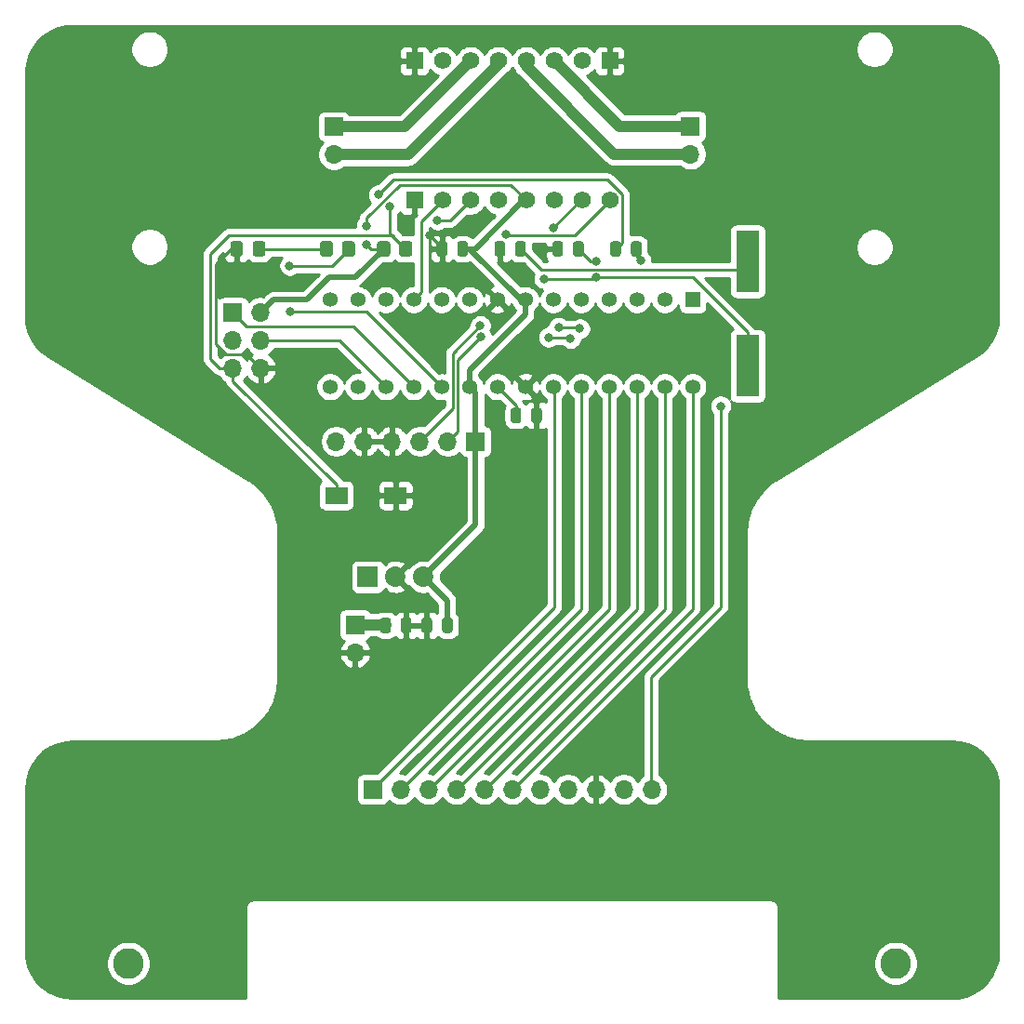
<source format=gtl>
G04 #@! TF.GenerationSoftware,KiCad,Pcbnew,(5.1.6)-1*
G04 #@! TF.CreationDate,2022-02-26T01:51:55-08:00*
G04 #@! TF.ProjectId,seguilineas_actualizado,73656775-696c-4696-9e65-61735f616374,rev?*
G04 #@! TF.SameCoordinates,Original*
G04 #@! TF.FileFunction,Copper,L1,Top*
G04 #@! TF.FilePolarity,Positive*
%FSLAX46Y46*%
G04 Gerber Fmt 4.6, Leading zero omitted, Abs format (unit mm)*
G04 Created by KiCad (PCBNEW (5.1.6)-1) date 2022-02-26 01:51:55*
%MOMM*%
%LPD*%
G01*
G04 APERTURE LIST*
G04 #@! TA.AperFunction,ComponentPad*
%ADD10C,2.800000*%
G04 #@! TD*
G04 #@! TA.AperFunction,ComponentPad*
%ADD11O,1.700000X1.700000*%
G04 #@! TD*
G04 #@! TA.AperFunction,ComponentPad*
%ADD12R,1.700000X1.700000*%
G04 #@! TD*
G04 #@! TA.AperFunction,ComponentPad*
%ADD13C,1.358000*%
G04 #@! TD*
G04 #@! TA.AperFunction,ComponentPad*
%ADD14R,1.358000X1.358000*%
G04 #@! TD*
G04 #@! TA.AperFunction,SMDPad,CuDef*
%ADD15R,2.000000X1.600000*%
G04 #@! TD*
G04 #@! TA.AperFunction,SMDPad,CuDef*
%ADD16R,2.100000X5.600000*%
G04 #@! TD*
G04 #@! TA.AperFunction,ComponentPad*
%ADD17C,1.560000*%
G04 #@! TD*
G04 #@! TA.AperFunction,ComponentPad*
%ADD18R,1.560000X1.560000*%
G04 #@! TD*
G04 #@! TA.AperFunction,ComponentPad*
%ADD19R,1.860000X1.860000*%
G04 #@! TD*
G04 #@! TA.AperFunction,ComponentPad*
%ADD20C,1.860000*%
G04 #@! TD*
G04 #@! TA.AperFunction,ViaPad*
%ADD21C,0.800000*%
G04 #@! TD*
G04 #@! TA.AperFunction,Conductor*
%ADD22C,0.250000*%
G04 #@! TD*
G04 #@! TA.AperFunction,Conductor*
%ADD23C,0.508000*%
G04 #@! TD*
G04 #@! TA.AperFunction,Conductor*
%ADD24C,1.016000*%
G04 #@! TD*
G04 #@! TA.AperFunction,Conductor*
%ADD25C,0.254000*%
G04 #@! TD*
G04 APERTURE END LIST*
D10*
X167465000Y-126990000D03*
X237315000Y-126990000D03*
D11*
X215100000Y-111180000D03*
X212560000Y-111180000D03*
X210020000Y-111180000D03*
X207480000Y-111180000D03*
X204940000Y-111180000D03*
X202400000Y-111180000D03*
X199860000Y-111180000D03*
X197320000Y-111180000D03*
X194780000Y-111180000D03*
X192240000Y-111180000D03*
D12*
X189700000Y-111180000D03*
D11*
X186380000Y-79490000D03*
X188920000Y-79490000D03*
X191460000Y-79490000D03*
X194000000Y-79490000D03*
X196540000Y-79490000D03*
D12*
X199080000Y-79490000D03*
G04 #@! TA.AperFunction,SMDPad,CuDef*
G36*
G01*
X178785000Y-62420001D02*
X178785000Y-61519999D01*
G75*
G02*
X179034999Y-61270000I249999J0D01*
G01*
X179685001Y-61270000D01*
G75*
G02*
X179935000Y-61519999I0J-249999D01*
G01*
X179935000Y-62420001D01*
G75*
G02*
X179685001Y-62670000I-249999J0D01*
G01*
X179034999Y-62670000D01*
G75*
G02*
X178785000Y-62420001I0J249999D01*
G01*
G37*
G04 #@! TD.AperFunction*
G04 #@! TA.AperFunction,SMDPad,CuDef*
G36*
G01*
X176735000Y-62420001D02*
X176735000Y-61519999D01*
G75*
G02*
X176984999Y-61270000I249999J0D01*
G01*
X177635001Y-61270000D01*
G75*
G02*
X177885000Y-61519999I0J-249999D01*
G01*
X177885000Y-62420001D01*
G75*
G02*
X177635001Y-62670000I-249999J0D01*
G01*
X176984999Y-62670000D01*
G75*
G02*
X176735000Y-62420001I0J249999D01*
G01*
G37*
G04 #@! TD.AperFunction*
D13*
X218840000Y-74520000D03*
X216300000Y-74520000D03*
X213760000Y-74520000D03*
X211220000Y-74520000D03*
X208680000Y-74520000D03*
X206140000Y-74520000D03*
X203600000Y-74520000D03*
X201060000Y-74520000D03*
X198520000Y-74520000D03*
X195980000Y-74520000D03*
X193440000Y-74520000D03*
X190900000Y-74520000D03*
X188360000Y-74520000D03*
X185820000Y-74520000D03*
X185820000Y-66600000D03*
X188360000Y-66600000D03*
X190900000Y-66600000D03*
X193440000Y-66600000D03*
X195980000Y-66600000D03*
X198520000Y-66600000D03*
X208680000Y-66600000D03*
X206140000Y-66600000D03*
X211220000Y-66600000D03*
X213760000Y-66600000D03*
X201060000Y-66600000D03*
X203600000Y-66600000D03*
X216300000Y-66600000D03*
D14*
X218840000Y-66600000D03*
D15*
X186385000Y-84420000D03*
X191785000Y-84420000D03*
G04 #@! TA.AperFunction,SMDPad,CuDef*
G36*
G01*
X191309583Y-61519999D02*
X191309583Y-62420001D01*
G75*
G02*
X191059584Y-62670000I-249999J0D01*
G01*
X190359582Y-62670000D01*
G75*
G02*
X190109583Y-62420001I0J249999D01*
G01*
X190109583Y-61519999D01*
G75*
G02*
X190359582Y-61270000I249999J0D01*
G01*
X191059584Y-61270000D01*
G75*
G02*
X191309583Y-61519999I0J-249999D01*
G01*
G37*
G04 #@! TD.AperFunction*
G04 #@! TA.AperFunction,SMDPad,CuDef*
G36*
G01*
X193309583Y-61519999D02*
X193309583Y-62420001D01*
G75*
G02*
X193059584Y-62670000I-249999J0D01*
G01*
X192359582Y-62670000D01*
G75*
G02*
X192109583Y-62420001I0J249999D01*
G01*
X192109583Y-61519999D01*
G75*
G02*
X192359582Y-61270000I249999J0D01*
G01*
X193059584Y-61270000D01*
G75*
G02*
X193309583Y-61519999I0J-249999D01*
G01*
G37*
G04 #@! TD.AperFunction*
D11*
X179510000Y-72840000D03*
X176970000Y-72840000D03*
X179510000Y-70300000D03*
X176970000Y-70300000D03*
X179510000Y-67760000D03*
D12*
X176970000Y-67760000D03*
D16*
X223835000Y-72605000D03*
X223835000Y-63105000D03*
G04 #@! TA.AperFunction,SMDPad,CuDef*
G36*
G01*
X186900000Y-62420001D02*
X186900000Y-61519999D01*
G75*
G02*
X187149999Y-61270000I249999J0D01*
G01*
X187850001Y-61270000D01*
G75*
G02*
X188100000Y-61519999I0J-249999D01*
G01*
X188100000Y-62420001D01*
G75*
G02*
X187850001Y-62670000I-249999J0D01*
G01*
X187149999Y-62670000D01*
G75*
G02*
X186900000Y-62420001I0J249999D01*
G01*
G37*
G04 #@! TD.AperFunction*
G04 #@! TA.AperFunction,SMDPad,CuDef*
G36*
G01*
X184900000Y-62420001D02*
X184900000Y-61519999D01*
G75*
G02*
X185149999Y-61270000I249999J0D01*
G01*
X185850001Y-61270000D01*
G75*
G02*
X186100000Y-61519999I0J-249999D01*
G01*
X186100000Y-62420001D01*
G75*
G02*
X185850001Y-62670000I-249999J0D01*
G01*
X185149999Y-62670000D01*
G75*
G02*
X184900000Y-62420001I0J249999D01*
G01*
G37*
G04 #@! TD.AperFunction*
D17*
X211290000Y-57550000D03*
X208750000Y-57550000D03*
X206210000Y-57550000D03*
X203670000Y-57550000D03*
X201130000Y-57550000D03*
X198590000Y-57550000D03*
X196050000Y-57550000D03*
D18*
X193510000Y-57550000D03*
X193510000Y-44850000D03*
D17*
X196050000Y-44850000D03*
X198590000Y-44850000D03*
X201130000Y-44850000D03*
X203670000Y-44850000D03*
X206210000Y-44850000D03*
X208750000Y-44850000D03*
D18*
X211290000Y-44850000D03*
D12*
X188090000Y-96180000D03*
D11*
X188090000Y-98720000D03*
D12*
X218640000Y-50800000D03*
D11*
X218640000Y-53340000D03*
X186160000Y-53380000D03*
D12*
X186160000Y-50840000D03*
G04 #@! TA.AperFunction,SMDPad,CuDef*
G36*
G01*
X204130000Y-77586250D02*
X204130000Y-76673750D01*
G75*
G02*
X204373750Y-76430000I243750J0D01*
G01*
X204861250Y-76430000D01*
G75*
G02*
X205105000Y-76673750I0J-243750D01*
G01*
X205105000Y-77586250D01*
G75*
G02*
X204861250Y-77830000I-243750J0D01*
G01*
X204373750Y-77830000D01*
G75*
G02*
X204130000Y-77586250I0J243750D01*
G01*
G37*
G04 #@! TD.AperFunction*
G04 #@! TA.AperFunction,SMDPad,CuDef*
G36*
G01*
X202255000Y-77586250D02*
X202255000Y-76673750D01*
G75*
G02*
X202498750Y-76430000I243750J0D01*
G01*
X202986250Y-76430000D01*
G75*
G02*
X203230000Y-76673750I0J-243750D01*
G01*
X203230000Y-77586250D01*
G75*
G02*
X202986250Y-77830000I-243750J0D01*
G01*
X202498750Y-77830000D01*
G75*
G02*
X202255000Y-77586250I0J243750D01*
G01*
G37*
G04 #@! TD.AperFunction*
G04 #@! TA.AperFunction,SMDPad,CuDef*
G36*
G01*
X214182915Y-61513750D02*
X214182915Y-62426250D01*
G75*
G02*
X213939165Y-62670000I-243750J0D01*
G01*
X213451665Y-62670000D01*
G75*
G02*
X213207915Y-62426250I0J243750D01*
G01*
X213207915Y-61513750D01*
G75*
G02*
X213451665Y-61270000I243750J0D01*
G01*
X213939165Y-61270000D01*
G75*
G02*
X214182915Y-61513750I0J-243750D01*
G01*
G37*
G04 #@! TD.AperFunction*
G04 #@! TA.AperFunction,SMDPad,CuDef*
G36*
G01*
X212307915Y-61513750D02*
X212307915Y-62426250D01*
G75*
G02*
X212064165Y-62670000I-243750J0D01*
G01*
X211576665Y-62670000D01*
G75*
G02*
X211332915Y-62426250I0J243750D01*
G01*
X211332915Y-61513750D01*
G75*
G02*
X211576665Y-61270000I243750J0D01*
G01*
X212064165Y-61270000D01*
G75*
G02*
X212307915Y-61513750I0J-243750D01*
G01*
G37*
G04 #@! TD.AperFunction*
G04 #@! TA.AperFunction,SMDPad,CuDef*
G36*
G01*
X207038332Y-61513750D02*
X207038332Y-62426250D01*
G75*
G02*
X206794582Y-62670000I-243750J0D01*
G01*
X206307082Y-62670000D01*
G75*
G02*
X206063332Y-62426250I0J243750D01*
G01*
X206063332Y-61513750D01*
G75*
G02*
X206307082Y-61270000I243750J0D01*
G01*
X206794582Y-61270000D01*
G75*
G02*
X207038332Y-61513750I0J-243750D01*
G01*
G37*
G04 #@! TD.AperFunction*
G04 #@! TA.AperFunction,SMDPad,CuDef*
G36*
G01*
X208913332Y-61513750D02*
X208913332Y-62426250D01*
G75*
G02*
X208669582Y-62670000I-243750J0D01*
G01*
X208182082Y-62670000D01*
G75*
G02*
X207938332Y-62426250I0J243750D01*
G01*
X207938332Y-61513750D01*
G75*
G02*
X208182082Y-61270000I243750J0D01*
G01*
X208669582Y-61270000D01*
G75*
G02*
X208913332Y-61513750I0J-243750D01*
G01*
G37*
G04 #@! TD.AperFunction*
G04 #@! TA.AperFunction,SMDPad,CuDef*
G36*
G01*
X203643749Y-61513750D02*
X203643749Y-62426250D01*
G75*
G02*
X203399999Y-62670000I-243750J0D01*
G01*
X202912499Y-62670000D01*
G75*
G02*
X202668749Y-62426250I0J243750D01*
G01*
X202668749Y-61513750D01*
G75*
G02*
X202912499Y-61270000I243750J0D01*
G01*
X203399999Y-61270000D01*
G75*
G02*
X203643749Y-61513750I0J-243750D01*
G01*
G37*
G04 #@! TD.AperFunction*
G04 #@! TA.AperFunction,SMDPad,CuDef*
G36*
G01*
X201768749Y-61513750D02*
X201768749Y-62426250D01*
G75*
G02*
X201524999Y-62670000I-243750J0D01*
G01*
X201037499Y-62670000D01*
G75*
G02*
X200793749Y-62426250I0J243750D01*
G01*
X200793749Y-61513750D01*
G75*
G02*
X201037499Y-61270000I243750J0D01*
G01*
X201524999Y-61270000D01*
G75*
G02*
X201768749Y-61513750I0J-243750D01*
G01*
G37*
G04 #@! TD.AperFunction*
G04 #@! TA.AperFunction,SMDPad,CuDef*
G36*
G01*
X196499166Y-61513750D02*
X196499166Y-62426250D01*
G75*
G02*
X196255416Y-62670000I-243750J0D01*
G01*
X195767916Y-62670000D01*
G75*
G02*
X195524166Y-62426250I0J243750D01*
G01*
X195524166Y-61513750D01*
G75*
G02*
X195767916Y-61270000I243750J0D01*
G01*
X196255416Y-61270000D01*
G75*
G02*
X196499166Y-61513750I0J-243750D01*
G01*
G37*
G04 #@! TD.AperFunction*
G04 #@! TA.AperFunction,SMDPad,CuDef*
G36*
G01*
X198374166Y-61513750D02*
X198374166Y-62426250D01*
G75*
G02*
X198130416Y-62670000I-243750J0D01*
G01*
X197642916Y-62670000D01*
G75*
G02*
X197399166Y-62426250I0J243750D01*
G01*
X197399166Y-61513750D01*
G75*
G02*
X197642916Y-61270000I243750J0D01*
G01*
X198130416Y-61270000D01*
G75*
G02*
X198374166Y-61513750I0J-243750D01*
G01*
G37*
G04 #@! TD.AperFunction*
G04 #@! TA.AperFunction,SMDPad,CuDef*
G36*
G01*
X190385000Y-96696250D02*
X190385000Y-95783750D01*
G75*
G02*
X190628750Y-95540000I243750J0D01*
G01*
X191116250Y-95540000D01*
G75*
G02*
X191360000Y-95783750I0J-243750D01*
G01*
X191360000Y-96696250D01*
G75*
G02*
X191116250Y-96940000I-243750J0D01*
G01*
X190628750Y-96940000D01*
G75*
G02*
X190385000Y-96696250I0J243750D01*
G01*
G37*
G04 #@! TD.AperFunction*
G04 #@! TA.AperFunction,SMDPad,CuDef*
G36*
G01*
X192260000Y-96696250D02*
X192260000Y-95783750D01*
G75*
G02*
X192503750Y-95540000I243750J0D01*
G01*
X192991250Y-95540000D01*
G75*
G02*
X193235000Y-95783750I0J-243750D01*
G01*
X193235000Y-96696250D01*
G75*
G02*
X192991250Y-96940000I-243750J0D01*
G01*
X192503750Y-96940000D01*
G75*
G02*
X192260000Y-96696250I0J243750D01*
G01*
G37*
G04 #@! TD.AperFunction*
G04 #@! TA.AperFunction,SMDPad,CuDef*
G36*
G01*
X196995000Y-95783750D02*
X196995000Y-96696250D01*
G75*
G02*
X196751250Y-96940000I-243750J0D01*
G01*
X196263750Y-96940000D01*
G75*
G02*
X196020000Y-96696250I0J243750D01*
G01*
X196020000Y-95783750D01*
G75*
G02*
X196263750Y-95540000I243750J0D01*
G01*
X196751250Y-95540000D01*
G75*
G02*
X196995000Y-95783750I0J-243750D01*
G01*
G37*
G04 #@! TD.AperFunction*
G04 #@! TA.AperFunction,SMDPad,CuDef*
G36*
G01*
X195120000Y-95783750D02*
X195120000Y-96696250D01*
G75*
G02*
X194876250Y-96940000I-243750J0D01*
G01*
X194388750Y-96940000D01*
G75*
G02*
X194145000Y-96696250I0J243750D01*
G01*
X194145000Y-95783750D01*
G75*
G02*
X194388750Y-95540000I243750J0D01*
G01*
X194876250Y-95540000D01*
G75*
G02*
X195120000Y-95783750I0J-243750D01*
G01*
G37*
G04 #@! TD.AperFunction*
D19*
X189250000Y-91820000D03*
D20*
X191790000Y-91820000D03*
X194330000Y-91820000D03*
D21*
X191800000Y-84300000D03*
X201280000Y-61900000D03*
X204770000Y-61820000D03*
X235500000Y-52550000D03*
X169320000Y-52550000D03*
X165000000Y-50000000D03*
X165000000Y-55000000D03*
X165000000Y-65000000D03*
X165000000Y-70000000D03*
X240000000Y-50000000D03*
X240000000Y-55000000D03*
X240000000Y-65000000D03*
X240000000Y-70000000D03*
X165000000Y-115000000D03*
X170000000Y-115000000D03*
X235000000Y-115000000D03*
X240000000Y-115000000D03*
X185000000Y-105000000D03*
X220000000Y-105000000D03*
X201800000Y-91800000D03*
X202300000Y-85500000D03*
X202000000Y-81600000D03*
X207400000Y-82900000D03*
X210100000Y-82900000D03*
X212500000Y-82900000D03*
X215000000Y-82800000D03*
X217500000Y-82900000D03*
X187600000Y-58900000D03*
X196000000Y-64100000D03*
X194900000Y-60700000D03*
X202500000Y-49600000D03*
X203400000Y-64400000D03*
X190300000Y-64000000D03*
X212400000Y-104800000D03*
X207200000Y-108900000D03*
X218500000Y-60000000D03*
X224700000Y-46500000D03*
X178700000Y-46900000D03*
X184200000Y-56000000D03*
X181000000Y-74900000D03*
X211820415Y-61970000D03*
X191290000Y-58110000D03*
X190222347Y-57042347D03*
X214100000Y-63010000D03*
X210040000Y-64555000D03*
X210040000Y-63105000D03*
X205320000Y-64690000D03*
X203156249Y-61970000D03*
X189130000Y-61580000D03*
X189130000Y-59890000D03*
X199560000Y-69950000D03*
X205720000Y-70010000D03*
X207720000Y-70130000D03*
X206630308Y-69110308D03*
X208560614Y-69230614D03*
X199500000Y-68950000D03*
X206150000Y-60030000D03*
X201820000Y-60670000D03*
X195607347Y-59357347D03*
X221380000Y-76280000D03*
X182170000Y-67670000D03*
X182150000Y-63500000D03*
D22*
X202742500Y-76202500D02*
X202742500Y-77130000D01*
X201060000Y-74520000D02*
X202742500Y-76202500D01*
X178220000Y-71550000D02*
X179510000Y-72840000D01*
X176735000Y-61970000D02*
X175380000Y-63325000D01*
X175380000Y-63325000D02*
X175380000Y-70620000D01*
X175380000Y-70620000D02*
X176310000Y-71550000D01*
X177310000Y-61970000D02*
X176735000Y-61970000D01*
X176310000Y-71550000D02*
X178220000Y-71550000D01*
X201281249Y-61970000D02*
X201281249Y-61901249D01*
X201281249Y-61901249D02*
X201280000Y-61900000D01*
X196011666Y-61970000D02*
X196011666Y-64088334D01*
X196011666Y-64088334D02*
X196000000Y-64100000D01*
X196011666Y-61970000D02*
X196011666Y-61811666D01*
X196011666Y-61811666D02*
X194900000Y-60700000D01*
X176970000Y-74000000D02*
X176970000Y-72840000D01*
X186385000Y-84420000D02*
X186385000Y-83415000D01*
X186385000Y-83415000D02*
X176970000Y-74000000D01*
X176580000Y-60760000D02*
X174929989Y-62410011D01*
X174929989Y-72002070D02*
X175767919Y-72840000D01*
X192709583Y-61970000D02*
X191499583Y-60760000D01*
X175767919Y-72840000D02*
X176970000Y-72840000D01*
X191499583Y-60760000D02*
X176580000Y-60760000D01*
X174929989Y-62410011D02*
X174929989Y-72002070D01*
X212395001Y-57019599D02*
X212395001Y-61395414D01*
X191574704Y-55689990D02*
X211065392Y-55689990D01*
X212395001Y-61395414D02*
X211820415Y-61970000D01*
X211065392Y-55689990D02*
X212395001Y-57019599D01*
X190222347Y-57042347D02*
X191574704Y-55689990D01*
X192709583Y-61970000D02*
X191290000Y-60550417D01*
X191290000Y-60550417D02*
X191290000Y-58110000D01*
X213695415Y-61970000D02*
X213695415Y-62605415D01*
X213695415Y-62605415D02*
X214100000Y-63010000D01*
X218835000Y-64555000D02*
X210040000Y-64555000D01*
X223835000Y-72605000D02*
X223835000Y-69555000D01*
X223835000Y-69555000D02*
X218835000Y-64555000D01*
X209560832Y-63105000D02*
X208425832Y-61970000D01*
X210040000Y-63105000D02*
X209560832Y-63105000D01*
X209905000Y-64690000D02*
X210040000Y-64555000D01*
X205320000Y-64690000D02*
X209905000Y-64690000D01*
X205016249Y-63830000D02*
X203156249Y-61970000D01*
X223835000Y-63105000D02*
X223110000Y-63830000D01*
X223110000Y-63830000D02*
X205016249Y-63830000D01*
D23*
X199080000Y-75080000D02*
X198520000Y-74520000D01*
X199080000Y-79490000D02*
X199080000Y-75080000D01*
X203204166Y-66600000D02*
X203600000Y-66600000D01*
X198574166Y-61970000D02*
X203204166Y-66600000D01*
X203600000Y-67930000D02*
X203600000Y-66600000D01*
X198520000Y-74520000D02*
X198520000Y-73010000D01*
X198520000Y-73010000D02*
X203600000Y-67930000D01*
X197986666Y-61970000D02*
X198574166Y-61970000D01*
X203430000Y-57550000D02*
X203670000Y-57550000D01*
X198574166Y-61970000D02*
X199010000Y-61970000D01*
X199010000Y-61970000D02*
X203430000Y-57550000D01*
X194330000Y-91820000D02*
X196500000Y-93990000D01*
X196500000Y-96232500D02*
X196507500Y-96240000D01*
X196500000Y-93990000D02*
X196500000Y-96232500D01*
X199080000Y-87070000D02*
X194330000Y-91820000D01*
X199080000Y-79490000D02*
X199080000Y-87070000D01*
D22*
X190709583Y-61970000D02*
X189520000Y-61970000D01*
X189520000Y-61970000D02*
X189130000Y-61580000D01*
X202260000Y-56140000D02*
X203670000Y-57550000D01*
X189130000Y-59890000D02*
X189130000Y-59160000D01*
X192150000Y-56140000D02*
X202260000Y-56140000D01*
X189130000Y-59160000D02*
X192150000Y-56140000D01*
D23*
X185770000Y-64530000D02*
X188149583Y-64530000D01*
X183700000Y-66600000D02*
X185770000Y-64530000D01*
X188149583Y-64530000D02*
X190709583Y-61970000D01*
X179510000Y-67760000D02*
X180670000Y-66600000D01*
X180670000Y-66600000D02*
X183700000Y-66600000D01*
D22*
X197434011Y-72075989D02*
X199560000Y-69950000D01*
X196540000Y-79490000D02*
X197434011Y-78595989D01*
X197434011Y-78595989D02*
X197434011Y-72075989D01*
X205720000Y-70010000D02*
X207600000Y-70010000D01*
X207600000Y-70010000D02*
X207720000Y-70130000D01*
X206630308Y-69110308D02*
X208440308Y-69110308D01*
X208440308Y-69110308D02*
X208560614Y-69230614D01*
X196984001Y-76505999D02*
X196984001Y-71465999D01*
X194000000Y-79490000D02*
X196984001Y-76505999D01*
X196984001Y-71465999D02*
X199500000Y-68950000D01*
X179360000Y-61970000D02*
X185500000Y-61970000D01*
X208630000Y-57550000D02*
X208750000Y-57550000D01*
X206150000Y-60030000D02*
X208630000Y-57550000D01*
X194100000Y-59500000D02*
X196050000Y-57550000D01*
X194100000Y-65940000D02*
X194100000Y-59500000D01*
X193440000Y-66600000D02*
X194100000Y-65940000D01*
X211290000Y-57550000D02*
X208084999Y-60755001D01*
X201905001Y-60755001D02*
X201820000Y-60670000D01*
X208084999Y-60755001D02*
X201905001Y-60755001D01*
X195607347Y-59357347D02*
X196782653Y-59357347D01*
X196782653Y-59357347D02*
X198590000Y-57550000D01*
X215050000Y-100910000D02*
X221380000Y-94580000D01*
X221380000Y-94580000D02*
X221380000Y-76280000D01*
X215100000Y-111180000D02*
X215050000Y-111130000D01*
X215050000Y-111130000D02*
X215050000Y-100910000D01*
X186680000Y-70300000D02*
X179510000Y-70300000D01*
X190900000Y-74520000D02*
X186680000Y-70300000D01*
X178230000Y-69020000D02*
X176970000Y-67760000D01*
X193440000Y-74520000D02*
X187940000Y-69020000D01*
X187940000Y-69020000D02*
X178230000Y-69020000D01*
X195980000Y-74520000D02*
X189130000Y-67670000D01*
X189130000Y-67670000D02*
X182170000Y-67670000D01*
X185970000Y-63500000D02*
X187500000Y-61970000D01*
X182150000Y-63500000D02*
X185970000Y-63500000D01*
X206230000Y-94600000D02*
X206230000Y-74610000D01*
X189700000Y-111180000D02*
X189700000Y-111130000D01*
X206230000Y-74610000D02*
X206140000Y-74520000D01*
X189700000Y-111130000D02*
X206230000Y-94600000D01*
X208680000Y-94740000D02*
X208680000Y-74520000D01*
X192240000Y-111180000D02*
X208680000Y-94740000D01*
X211220000Y-94740000D02*
X211220000Y-74520000D01*
X194780000Y-111180000D02*
X211220000Y-94740000D01*
X213760000Y-94740000D02*
X213760000Y-74520000D01*
X197320000Y-111180000D02*
X213760000Y-94740000D01*
X216300000Y-94740000D02*
X216300000Y-74520000D01*
X199860000Y-111180000D02*
X216300000Y-94740000D01*
X218840000Y-94740000D02*
X218840000Y-74520000D01*
X202400000Y-111180000D02*
X218840000Y-94740000D01*
D24*
X203670000Y-44850000D02*
X203670000Y-45330000D01*
X211680000Y-53340000D02*
X218640000Y-53340000D01*
X203670000Y-45330000D02*
X211680000Y-53340000D01*
X212160000Y-50800000D02*
X218640000Y-50800000D01*
X206210000Y-44850000D02*
X212160000Y-50800000D01*
X192600000Y-50840000D02*
X198590000Y-44850000D01*
X186160000Y-50840000D02*
X192600000Y-50840000D01*
X201130000Y-45180000D02*
X201130000Y-44850000D01*
X186160000Y-53380000D02*
X192930000Y-53380000D01*
X192930000Y-53380000D02*
X201130000Y-45180000D01*
X190812500Y-96180000D02*
X190872500Y-96240000D01*
X188090000Y-96180000D02*
X190812500Y-96180000D01*
D25*
G36*
X243144747Y-41725282D02*
G01*
X243875643Y-41925232D01*
X244559575Y-42251451D01*
X245174928Y-42693627D01*
X245702256Y-43237788D01*
X246124889Y-43866730D01*
X246429462Y-44560568D01*
X246607714Y-45303039D01*
X246655001Y-45946976D01*
X246655000Y-68093178D01*
X246584539Y-68880564D01*
X246384416Y-69611404D01*
X246058031Y-70295263D01*
X245615707Y-70910513D01*
X245064930Y-71443998D01*
X244603708Y-71770396D01*
X226355349Y-82990865D01*
X226336456Y-83005211D01*
X225819741Y-83370882D01*
X225808968Y-83380046D01*
X225797024Y-83387622D01*
X225732954Y-83442899D01*
X225094433Y-84061373D01*
X225079318Y-84078875D01*
X225062292Y-84094524D01*
X225009037Y-84160257D01*
X225009024Y-84160272D01*
X225009021Y-84160278D01*
X224490117Y-84882046D01*
X224478341Y-84901947D01*
X224464354Y-84920365D01*
X224423571Y-84994507D01*
X224040680Y-85796762D01*
X224032612Y-85818440D01*
X224022111Y-85839038D01*
X223995101Y-85919231D01*
X223760329Y-86776612D01*
X223756228Y-86799375D01*
X223749540Y-86821507D01*
X223737158Y-86905215D01*
X223657925Y-87790620D01*
X223657925Y-87791532D01*
X223655001Y-87821218D01*
X223655000Y-101098239D01*
X223657639Y-101125031D01*
X223710611Y-101846380D01*
X223713415Y-101863503D01*
X223713960Y-101880851D01*
X223728945Y-101964133D01*
X223936465Y-102828515D01*
X223943841Y-102850432D01*
X223948649Y-102873052D01*
X223978145Y-102952364D01*
X224335454Y-103766336D01*
X224346595Y-103786600D01*
X224355332Y-103808011D01*
X224398407Y-103880846D01*
X224894210Y-104618680D01*
X224908760Y-104636648D01*
X224921154Y-104656178D01*
X224976446Y-104720234D01*
X225595073Y-105358607D01*
X225612580Y-105373719D01*
X225628232Y-105390740D01*
X225693974Y-105443977D01*
X225693993Y-105443993D01*
X225694001Y-105443998D01*
X226415889Y-105962727D01*
X226435796Y-105974500D01*
X226454214Y-105988480D01*
X226528366Y-106029246D01*
X227330713Y-106411946D01*
X227352386Y-106420006D01*
X227372993Y-106430506D01*
X227453192Y-106457496D01*
X228310629Y-106692064D01*
X228333389Y-106696159D01*
X228355527Y-106702843D01*
X228439233Y-106715203D01*
X228439238Y-106715204D01*
X228439239Y-106715204D01*
X229321435Y-106793938D01*
X229353895Y-106797135D01*
X242357269Y-106797135D01*
X243144747Y-106867416D01*
X243875643Y-107067366D01*
X244559575Y-107393585D01*
X245174928Y-107835761D01*
X245702259Y-108379924D01*
X246124886Y-109008861D01*
X246429463Y-109702705D01*
X246607715Y-110445174D01*
X246655001Y-111089098D01*
X246655000Y-125887269D01*
X246584719Y-126674748D01*
X246384769Y-127405643D01*
X246058550Y-128089575D01*
X245616374Y-128704928D01*
X245072211Y-129232259D01*
X244443274Y-129654886D01*
X243749429Y-129959464D01*
X243006961Y-130137714D01*
X242363051Y-130185000D01*
X226625000Y-130185000D01*
X226625000Y-126789570D01*
X235280000Y-126789570D01*
X235280000Y-127190430D01*
X235358204Y-127583587D01*
X235511607Y-127953934D01*
X235734313Y-128287237D01*
X236017763Y-128570687D01*
X236351066Y-128793393D01*
X236721413Y-128946796D01*
X237114570Y-129025000D01*
X237515430Y-129025000D01*
X237908587Y-128946796D01*
X238278934Y-128793393D01*
X238612237Y-128570687D01*
X238895687Y-128287237D01*
X239118393Y-127953934D01*
X239271796Y-127583587D01*
X239350000Y-127190430D01*
X239350000Y-126789570D01*
X239271796Y-126396413D01*
X239118393Y-126026066D01*
X238895687Y-125692763D01*
X238612237Y-125409313D01*
X238278934Y-125186607D01*
X237908587Y-125033204D01*
X237515430Y-124955000D01*
X237114570Y-124955000D01*
X236721413Y-125033204D01*
X236351066Y-125186607D01*
X236017763Y-125409313D01*
X235734313Y-125692763D01*
X235511607Y-126026066D01*
X235358204Y-126396413D01*
X235280000Y-126789570D01*
X226625000Y-126789570D01*
X226625000Y-121956105D01*
X226628556Y-121920000D01*
X226614365Y-121775915D01*
X226572337Y-121637367D01*
X226504087Y-121509680D01*
X226412238Y-121397762D01*
X226300320Y-121305913D01*
X226172633Y-121237663D01*
X226034085Y-121195635D01*
X225926105Y-121185000D01*
X225890000Y-121181444D01*
X225853895Y-121185000D01*
X178926105Y-121185000D01*
X178890000Y-121181444D01*
X178853895Y-121185000D01*
X178745915Y-121195635D01*
X178607367Y-121237663D01*
X178479680Y-121305913D01*
X178367762Y-121397762D01*
X178275913Y-121509680D01*
X178207663Y-121637367D01*
X178165635Y-121775915D01*
X178151444Y-121920000D01*
X178155001Y-121956115D01*
X178155000Y-130185000D01*
X162422731Y-130185000D01*
X161635252Y-130114719D01*
X160904357Y-129914769D01*
X160220425Y-129588550D01*
X159605072Y-129146374D01*
X159077741Y-128602211D01*
X158655114Y-127973274D01*
X158350536Y-127279429D01*
X158232932Y-126789570D01*
X165430000Y-126789570D01*
X165430000Y-127190430D01*
X165508204Y-127583587D01*
X165661607Y-127953934D01*
X165884313Y-128287237D01*
X166167763Y-128570687D01*
X166501066Y-128793393D01*
X166871413Y-128946796D01*
X167264570Y-129025000D01*
X167665430Y-129025000D01*
X168058587Y-128946796D01*
X168428934Y-128793393D01*
X168762237Y-128570687D01*
X169045687Y-128287237D01*
X169268393Y-127953934D01*
X169421796Y-127583587D01*
X169500000Y-127190430D01*
X169500000Y-126789570D01*
X169421796Y-126396413D01*
X169268393Y-126026066D01*
X169045687Y-125692763D01*
X168762237Y-125409313D01*
X168428934Y-125186607D01*
X168058587Y-125033204D01*
X167665430Y-124955000D01*
X167264570Y-124955000D01*
X166871413Y-125033204D01*
X166501066Y-125186607D01*
X166167763Y-125409313D01*
X165884313Y-125692763D01*
X165661607Y-126026066D01*
X165508204Y-126396413D01*
X165430000Y-126789570D01*
X158232932Y-126789570D01*
X158172286Y-126536961D01*
X158125000Y-125893051D01*
X158125000Y-111094866D01*
X158193262Y-110330000D01*
X188211928Y-110330000D01*
X188211928Y-112030000D01*
X188224188Y-112154482D01*
X188260498Y-112274180D01*
X188319463Y-112384494D01*
X188398815Y-112481185D01*
X188495506Y-112560537D01*
X188605820Y-112619502D01*
X188725518Y-112655812D01*
X188850000Y-112668072D01*
X190550000Y-112668072D01*
X190674482Y-112655812D01*
X190794180Y-112619502D01*
X190904494Y-112560537D01*
X191001185Y-112481185D01*
X191080537Y-112384494D01*
X191139502Y-112274180D01*
X191161513Y-112201620D01*
X191293368Y-112333475D01*
X191536589Y-112495990D01*
X191806842Y-112607932D01*
X192093740Y-112665000D01*
X192386260Y-112665000D01*
X192673158Y-112607932D01*
X192943411Y-112495990D01*
X193186632Y-112333475D01*
X193393475Y-112126632D01*
X193510000Y-111952240D01*
X193626525Y-112126632D01*
X193833368Y-112333475D01*
X194076589Y-112495990D01*
X194346842Y-112607932D01*
X194633740Y-112665000D01*
X194926260Y-112665000D01*
X195213158Y-112607932D01*
X195483411Y-112495990D01*
X195726632Y-112333475D01*
X195933475Y-112126632D01*
X196050000Y-111952240D01*
X196166525Y-112126632D01*
X196373368Y-112333475D01*
X196616589Y-112495990D01*
X196886842Y-112607932D01*
X197173740Y-112665000D01*
X197466260Y-112665000D01*
X197753158Y-112607932D01*
X198023411Y-112495990D01*
X198266632Y-112333475D01*
X198473475Y-112126632D01*
X198590000Y-111952240D01*
X198706525Y-112126632D01*
X198913368Y-112333475D01*
X199156589Y-112495990D01*
X199426842Y-112607932D01*
X199713740Y-112665000D01*
X200006260Y-112665000D01*
X200293158Y-112607932D01*
X200563411Y-112495990D01*
X200806632Y-112333475D01*
X201013475Y-112126632D01*
X201130000Y-111952240D01*
X201246525Y-112126632D01*
X201453368Y-112333475D01*
X201696589Y-112495990D01*
X201966842Y-112607932D01*
X202253740Y-112665000D01*
X202546260Y-112665000D01*
X202833158Y-112607932D01*
X203103411Y-112495990D01*
X203346632Y-112333475D01*
X203553475Y-112126632D01*
X203670000Y-111952240D01*
X203786525Y-112126632D01*
X203993368Y-112333475D01*
X204236589Y-112495990D01*
X204506842Y-112607932D01*
X204793740Y-112665000D01*
X205086260Y-112665000D01*
X205373158Y-112607932D01*
X205643411Y-112495990D01*
X205886632Y-112333475D01*
X206093475Y-112126632D01*
X206210000Y-111952240D01*
X206326525Y-112126632D01*
X206533368Y-112333475D01*
X206776589Y-112495990D01*
X207046842Y-112607932D01*
X207333740Y-112665000D01*
X207626260Y-112665000D01*
X207913158Y-112607932D01*
X208183411Y-112495990D01*
X208426632Y-112333475D01*
X208633475Y-112126632D01*
X208755195Y-111944466D01*
X208824822Y-112061355D01*
X209019731Y-112277588D01*
X209253080Y-112451641D01*
X209515901Y-112576825D01*
X209663110Y-112621476D01*
X209893000Y-112500155D01*
X209893000Y-111307000D01*
X209873000Y-111307000D01*
X209873000Y-111053000D01*
X209893000Y-111053000D01*
X209893000Y-109859845D01*
X209663110Y-109738524D01*
X209515901Y-109783175D01*
X209253080Y-109908359D01*
X209019731Y-110082412D01*
X208824822Y-110298645D01*
X208755195Y-110415534D01*
X208633475Y-110233368D01*
X208426632Y-110026525D01*
X208183411Y-109864010D01*
X207913158Y-109752068D01*
X207626260Y-109695000D01*
X207333740Y-109695000D01*
X207046842Y-109752068D01*
X206776589Y-109864010D01*
X206533368Y-110026525D01*
X206326525Y-110233368D01*
X206210000Y-110407760D01*
X206093475Y-110233368D01*
X205886632Y-110026525D01*
X205643411Y-109864010D01*
X205373158Y-109752068D01*
X205086260Y-109695000D01*
X204959801Y-109695000D01*
X219351004Y-95303798D01*
X219380001Y-95280001D01*
X219425113Y-95225032D01*
X219474974Y-95164277D01*
X219545546Y-95032247D01*
X219564715Y-94969053D01*
X219589003Y-94888986D01*
X219600000Y-94777333D01*
X219600000Y-94777323D01*
X219603676Y-94740000D01*
X219600000Y-94702677D01*
X219600000Y-75592519D01*
X219677626Y-75540651D01*
X219860651Y-75357626D01*
X220004452Y-75142412D01*
X220103504Y-74903280D01*
X220154000Y-74649418D01*
X220154000Y-74390582D01*
X220103504Y-74136720D01*
X220004452Y-73897588D01*
X219860651Y-73682374D01*
X219677626Y-73499349D01*
X219462412Y-73355548D01*
X219223280Y-73256496D01*
X218969418Y-73206000D01*
X218710582Y-73206000D01*
X218456720Y-73256496D01*
X218217588Y-73355548D01*
X218002374Y-73499349D01*
X217819349Y-73682374D01*
X217675548Y-73897588D01*
X217576496Y-74136720D01*
X217570000Y-74169378D01*
X217563504Y-74136720D01*
X217464452Y-73897588D01*
X217320651Y-73682374D01*
X217137626Y-73499349D01*
X216922412Y-73355548D01*
X216683280Y-73256496D01*
X216429418Y-73206000D01*
X216170582Y-73206000D01*
X215916720Y-73256496D01*
X215677588Y-73355548D01*
X215462374Y-73499349D01*
X215279349Y-73682374D01*
X215135548Y-73897588D01*
X215036496Y-74136720D01*
X215030000Y-74169378D01*
X215023504Y-74136720D01*
X214924452Y-73897588D01*
X214780651Y-73682374D01*
X214597626Y-73499349D01*
X214382412Y-73355548D01*
X214143280Y-73256496D01*
X213889418Y-73206000D01*
X213630582Y-73206000D01*
X213376720Y-73256496D01*
X213137588Y-73355548D01*
X212922374Y-73499349D01*
X212739349Y-73682374D01*
X212595548Y-73897588D01*
X212496496Y-74136720D01*
X212490000Y-74169378D01*
X212483504Y-74136720D01*
X212384452Y-73897588D01*
X212240651Y-73682374D01*
X212057626Y-73499349D01*
X211842412Y-73355548D01*
X211603280Y-73256496D01*
X211349418Y-73206000D01*
X211090582Y-73206000D01*
X210836720Y-73256496D01*
X210597588Y-73355548D01*
X210382374Y-73499349D01*
X210199349Y-73682374D01*
X210055548Y-73897588D01*
X209956496Y-74136720D01*
X209950000Y-74169378D01*
X209943504Y-74136720D01*
X209844452Y-73897588D01*
X209700651Y-73682374D01*
X209517626Y-73499349D01*
X209302412Y-73355548D01*
X209063280Y-73256496D01*
X208809418Y-73206000D01*
X208550582Y-73206000D01*
X208296720Y-73256496D01*
X208057588Y-73355548D01*
X207842374Y-73499349D01*
X207659349Y-73682374D01*
X207515548Y-73897588D01*
X207416496Y-74136720D01*
X207410000Y-74169378D01*
X207403504Y-74136720D01*
X207304452Y-73897588D01*
X207160651Y-73682374D01*
X206977626Y-73499349D01*
X206762412Y-73355548D01*
X206523280Y-73256496D01*
X206269418Y-73206000D01*
X206010582Y-73206000D01*
X205756720Y-73256496D01*
X205517588Y-73355548D01*
X205302374Y-73499349D01*
X205119349Y-73682374D01*
X204975548Y-73897588D01*
X204876496Y-74136720D01*
X204870352Y-74167609D01*
X204789047Y-73945970D01*
X204737888Y-73850257D01*
X204506260Y-73793345D01*
X203779605Y-74520000D01*
X204506260Y-75246655D01*
X204737888Y-75189743D01*
X204846684Y-74954884D01*
X204868682Y-74863994D01*
X204876496Y-74903280D01*
X204975548Y-75142412D01*
X205119349Y-75357626D01*
X205302374Y-75540651D01*
X205470001Y-75652655D01*
X205470001Y-75908086D01*
X205459494Y-75899463D01*
X205349180Y-75840498D01*
X205229482Y-75804188D01*
X205105000Y-75791928D01*
X204903250Y-75795000D01*
X204744500Y-75953750D01*
X204744500Y-77003000D01*
X204764500Y-77003000D01*
X204764500Y-77257000D01*
X204744500Y-77257000D01*
X204744500Y-78306250D01*
X204903250Y-78465000D01*
X205105000Y-78468072D01*
X205229482Y-78455812D01*
X205349180Y-78419502D01*
X205459494Y-78360537D01*
X205470001Y-78351914D01*
X205470000Y-94285198D01*
X190063271Y-109691928D01*
X188850000Y-109691928D01*
X188725518Y-109704188D01*
X188605820Y-109740498D01*
X188495506Y-109799463D01*
X188398815Y-109878815D01*
X188319463Y-109975506D01*
X188260498Y-110085820D01*
X188224188Y-110205518D01*
X188211928Y-110330000D01*
X158193262Y-110330000D01*
X158195281Y-110307388D01*
X158395231Y-109576492D01*
X158721450Y-108892560D01*
X159163626Y-108277207D01*
X159707789Y-107749876D01*
X160336726Y-107327249D01*
X161030570Y-107022672D01*
X161773039Y-106844420D01*
X162416949Y-106797135D01*
X175426105Y-106797135D01*
X175452940Y-106794492D01*
X176174245Y-106741523D01*
X176191368Y-106738719D01*
X176208716Y-106738174D01*
X176291998Y-106723189D01*
X177156380Y-106515669D01*
X177178297Y-106508293D01*
X177200917Y-106503485D01*
X177280229Y-106473989D01*
X178094200Y-106116680D01*
X178114465Y-106105539D01*
X178135875Y-106096802D01*
X178208697Y-106053735D01*
X178208711Y-106053727D01*
X178208716Y-106053723D01*
X178946544Y-105557924D01*
X178964512Y-105543374D01*
X178984042Y-105530980D01*
X179048098Y-105475688D01*
X179686471Y-104857061D01*
X179701583Y-104839554D01*
X179718604Y-104823902D01*
X179771841Y-104758160D01*
X179771857Y-104758141D01*
X179771862Y-104758133D01*
X180290591Y-104036245D01*
X180302364Y-104016338D01*
X180316344Y-103997920D01*
X180357110Y-103923768D01*
X180739810Y-103121421D01*
X180747870Y-103099748D01*
X180758370Y-103079141D01*
X180785360Y-102998942D01*
X181019928Y-102141506D01*
X181024023Y-102118746D01*
X181030707Y-102096608D01*
X181043068Y-102012896D01*
X181121792Y-101130808D01*
X181125000Y-101098240D01*
X181125000Y-99076890D01*
X186648524Y-99076890D01*
X186693175Y-99224099D01*
X186818359Y-99486920D01*
X186992412Y-99720269D01*
X187208645Y-99915178D01*
X187458748Y-100064157D01*
X187733109Y-100161481D01*
X187963000Y-100040814D01*
X187963000Y-98847000D01*
X188217000Y-98847000D01*
X188217000Y-100040814D01*
X188446891Y-100161481D01*
X188721252Y-100064157D01*
X188971355Y-99915178D01*
X189187588Y-99720269D01*
X189361641Y-99486920D01*
X189486825Y-99224099D01*
X189531476Y-99076890D01*
X189410155Y-98847000D01*
X188217000Y-98847000D01*
X187963000Y-98847000D01*
X186769845Y-98847000D01*
X186648524Y-99076890D01*
X181125000Y-99076890D01*
X181125000Y-95330000D01*
X186601928Y-95330000D01*
X186601928Y-97030000D01*
X186614188Y-97154482D01*
X186650498Y-97274180D01*
X186709463Y-97384494D01*
X186788815Y-97481185D01*
X186885506Y-97560537D01*
X186995820Y-97619502D01*
X187076466Y-97643966D01*
X186992412Y-97719731D01*
X186818359Y-97953080D01*
X186693175Y-98215901D01*
X186648524Y-98363110D01*
X186769845Y-98593000D01*
X187963000Y-98593000D01*
X187963000Y-98573000D01*
X188217000Y-98573000D01*
X188217000Y-98593000D01*
X189410155Y-98593000D01*
X189531476Y-98363110D01*
X189486825Y-98215901D01*
X189361641Y-97953080D01*
X189187588Y-97719731D01*
X189103534Y-97643966D01*
X189184180Y-97619502D01*
X189294494Y-97560537D01*
X189391185Y-97481185D01*
X189470537Y-97384494D01*
X189503407Y-97323000D01*
X190009117Y-97323000D01*
X190138836Y-97429458D01*
X190291291Y-97510947D01*
X190456715Y-97561128D01*
X190628750Y-97578072D01*
X191116250Y-97578072D01*
X191288285Y-97561128D01*
X191453709Y-97510947D01*
X191606164Y-97429458D01*
X191739792Y-97319792D01*
X191745008Y-97313436D01*
X191808815Y-97391185D01*
X191905506Y-97470537D01*
X192015820Y-97529502D01*
X192135518Y-97565812D01*
X192260000Y-97578072D01*
X192461750Y-97575000D01*
X192620500Y-97416250D01*
X192620500Y-96367000D01*
X192874500Y-96367000D01*
X192874500Y-97416250D01*
X193033250Y-97575000D01*
X193235000Y-97578072D01*
X193359482Y-97565812D01*
X193479180Y-97529502D01*
X193589494Y-97470537D01*
X193686185Y-97391185D01*
X193690000Y-97386536D01*
X193693815Y-97391185D01*
X193790506Y-97470537D01*
X193900820Y-97529502D01*
X194020518Y-97565812D01*
X194145000Y-97578072D01*
X194346750Y-97575000D01*
X194505500Y-97416250D01*
X194505500Y-96367000D01*
X192874500Y-96367000D01*
X192620500Y-96367000D01*
X192600500Y-96367000D01*
X192600500Y-96113000D01*
X192620500Y-96113000D01*
X192620500Y-95063750D01*
X192874500Y-95063750D01*
X192874500Y-96113000D01*
X194505500Y-96113000D01*
X194505500Y-95063750D01*
X194346750Y-94905000D01*
X194145000Y-94901928D01*
X194020518Y-94914188D01*
X193900820Y-94950498D01*
X193790506Y-95009463D01*
X193693815Y-95088815D01*
X193690000Y-95093464D01*
X193686185Y-95088815D01*
X193589494Y-95009463D01*
X193479180Y-94950498D01*
X193359482Y-94914188D01*
X193235000Y-94901928D01*
X193033250Y-94905000D01*
X192874500Y-95063750D01*
X192620500Y-95063750D01*
X192461750Y-94905000D01*
X192260000Y-94901928D01*
X192135518Y-94914188D01*
X192015820Y-94950498D01*
X191905506Y-95009463D01*
X191808815Y-95088815D01*
X191745008Y-95166564D01*
X191739792Y-95160208D01*
X191606164Y-95050542D01*
X191453709Y-94969053D01*
X191288285Y-94918872D01*
X191116250Y-94901928D01*
X190628750Y-94901928D01*
X190456715Y-94918872D01*
X190291291Y-94969053D01*
X190164171Y-95037000D01*
X189503407Y-95037000D01*
X189470537Y-94975506D01*
X189391185Y-94878815D01*
X189294494Y-94799463D01*
X189184180Y-94740498D01*
X189064482Y-94704188D01*
X188940000Y-94691928D01*
X187240000Y-94691928D01*
X187115518Y-94704188D01*
X186995820Y-94740498D01*
X186885506Y-94799463D01*
X186788815Y-94878815D01*
X186709463Y-94975506D01*
X186650498Y-95085820D01*
X186614188Y-95205518D01*
X186601928Y-95330000D01*
X181125000Y-95330000D01*
X181125000Y-90890000D01*
X187681928Y-90890000D01*
X187681928Y-92750000D01*
X187694188Y-92874482D01*
X187730498Y-92994180D01*
X187789463Y-93104494D01*
X187868815Y-93201185D01*
X187965506Y-93280537D01*
X188075820Y-93339502D01*
X188195518Y-93375812D01*
X188320000Y-93388072D01*
X190180000Y-93388072D01*
X190304482Y-93375812D01*
X190424180Y-93339502D01*
X190534494Y-93280537D01*
X190631185Y-93201185D01*
X190710537Y-93104494D01*
X190759607Y-93012691D01*
X190768262Y-93021346D01*
X190884122Y-92905486D01*
X190971430Y-93162730D01*
X191249112Y-93296625D01*
X191547580Y-93373775D01*
X191855365Y-93391212D01*
X192160637Y-93348270D01*
X192451666Y-93246597D01*
X192608570Y-93162730D01*
X192695879Y-92905484D01*
X191790000Y-91999605D01*
X191775858Y-92013748D01*
X191596253Y-91834143D01*
X191610395Y-91820000D01*
X191596253Y-91805858D01*
X191775858Y-91626253D01*
X191790000Y-91640395D01*
X192695879Y-90734516D01*
X192608570Y-90477270D01*
X192330888Y-90343375D01*
X192032420Y-90266225D01*
X191724635Y-90248788D01*
X191419363Y-90291730D01*
X191128334Y-90393403D01*
X190971430Y-90477270D01*
X190884122Y-90734514D01*
X190768262Y-90618654D01*
X190759607Y-90627309D01*
X190710537Y-90535506D01*
X190631185Y-90438815D01*
X190534494Y-90359463D01*
X190424180Y-90300498D01*
X190304482Y-90264188D01*
X190180000Y-90251928D01*
X188320000Y-90251928D01*
X188195518Y-90264188D01*
X188075820Y-90300498D01*
X187965506Y-90359463D01*
X187868815Y-90438815D01*
X187789463Y-90535506D01*
X187730498Y-90645820D01*
X187694188Y-90765518D01*
X187681928Y-90890000D01*
X181125000Y-90890000D01*
X181125000Y-87821218D01*
X181122672Y-87797578D01*
X181081824Y-87165914D01*
X181079660Y-87151938D01*
X181079463Y-87137793D01*
X181065934Y-87054262D01*
X180873532Y-86186391D01*
X180866539Y-86164348D01*
X180862127Y-86141647D01*
X180834019Y-86061832D01*
X180490970Y-85241749D01*
X180480186Y-85221295D01*
X180471823Y-85199734D01*
X180430026Y-85126157D01*
X179947175Y-84379782D01*
X179932938Y-84361559D01*
X179920889Y-84341820D01*
X179866739Y-84276828D01*
X179866724Y-84276809D01*
X179866718Y-84276804D01*
X179259332Y-83627737D01*
X179242096Y-83612326D01*
X179226740Y-83595030D01*
X179161933Y-83540652D01*
X179161918Y-83540638D01*
X179161912Y-83540634D01*
X178449185Y-83009383D01*
X178448410Y-83008906D01*
X178424650Y-82990864D01*
X160183009Y-71774527D01*
X159549183Y-71302087D01*
X159031438Y-70748813D01*
X158619846Y-70112587D01*
X158327427Y-69413540D01*
X158161462Y-68664919D01*
X158125000Y-68101072D01*
X158125000Y-61620430D01*
X167668330Y-61620430D01*
X167668330Y-61959570D01*
X167734493Y-62292192D01*
X167864276Y-62605516D01*
X168052692Y-62887500D01*
X168292500Y-63127308D01*
X168574484Y-63315724D01*
X168887808Y-63445507D01*
X169220430Y-63511670D01*
X169559570Y-63511670D01*
X169892192Y-63445507D01*
X170205516Y-63315724D01*
X170487500Y-63127308D01*
X170727308Y-62887500D01*
X170915724Y-62605516D01*
X170996704Y-62410011D01*
X174166313Y-62410011D01*
X174169989Y-62447333D01*
X174169990Y-71964738D01*
X174166313Y-72002070D01*
X174169990Y-72039403D01*
X174180987Y-72151056D01*
X174189652Y-72179621D01*
X174224443Y-72294316D01*
X174295015Y-72426346D01*
X174363643Y-72509968D01*
X174389989Y-72542071D01*
X174418987Y-72565869D01*
X175204120Y-73351003D01*
X175227918Y-73380001D01*
X175256916Y-73403799D01*
X175343642Y-73474974D01*
X175402232Y-73506291D01*
X175475672Y-73545546D01*
X175618933Y-73589003D01*
X175689091Y-73595913D01*
X175816525Y-73786632D01*
X176023368Y-73993475D01*
X176218524Y-74123874D01*
X176220997Y-74148985D01*
X176244891Y-74227753D01*
X176264454Y-74292246D01*
X176335026Y-74424276D01*
X176374871Y-74472826D01*
X176429999Y-74540001D01*
X176459003Y-74563804D01*
X185005326Y-83110128D01*
X184933815Y-83168815D01*
X184854463Y-83265506D01*
X184795498Y-83375820D01*
X184759188Y-83495518D01*
X184746928Y-83620000D01*
X184746928Y-85220000D01*
X184759188Y-85344482D01*
X184795498Y-85464180D01*
X184854463Y-85574494D01*
X184933815Y-85671185D01*
X185030506Y-85750537D01*
X185140820Y-85809502D01*
X185260518Y-85845812D01*
X185385000Y-85858072D01*
X187385000Y-85858072D01*
X187509482Y-85845812D01*
X187629180Y-85809502D01*
X187739494Y-85750537D01*
X187836185Y-85671185D01*
X187915537Y-85574494D01*
X187974502Y-85464180D01*
X188010812Y-85344482D01*
X188023072Y-85220000D01*
X190146928Y-85220000D01*
X190159188Y-85344482D01*
X190195498Y-85464180D01*
X190254463Y-85574494D01*
X190333815Y-85671185D01*
X190430506Y-85750537D01*
X190540820Y-85809502D01*
X190660518Y-85845812D01*
X190785000Y-85858072D01*
X191499250Y-85855000D01*
X191658000Y-85696250D01*
X191658000Y-84547000D01*
X191912000Y-84547000D01*
X191912000Y-85696250D01*
X192070750Y-85855000D01*
X192785000Y-85858072D01*
X192909482Y-85845812D01*
X193029180Y-85809502D01*
X193139494Y-85750537D01*
X193236185Y-85671185D01*
X193315537Y-85574494D01*
X193374502Y-85464180D01*
X193410812Y-85344482D01*
X193423072Y-85220000D01*
X193420000Y-84705750D01*
X193261250Y-84547000D01*
X191912000Y-84547000D01*
X191658000Y-84547000D01*
X190308750Y-84547000D01*
X190150000Y-84705750D01*
X190146928Y-85220000D01*
X188023072Y-85220000D01*
X188023072Y-83620000D01*
X190146928Y-83620000D01*
X190150000Y-84134250D01*
X190308750Y-84293000D01*
X191658000Y-84293000D01*
X191658000Y-83143750D01*
X191912000Y-83143750D01*
X191912000Y-84293000D01*
X193261250Y-84293000D01*
X193420000Y-84134250D01*
X193423072Y-83620000D01*
X193410812Y-83495518D01*
X193374502Y-83375820D01*
X193315537Y-83265506D01*
X193236185Y-83168815D01*
X193139494Y-83089463D01*
X193029180Y-83030498D01*
X192909482Y-82994188D01*
X192785000Y-82981928D01*
X192070750Y-82985000D01*
X191912000Y-83143750D01*
X191658000Y-83143750D01*
X191499250Y-82985000D01*
X190785000Y-82981928D01*
X190660518Y-82994188D01*
X190540820Y-83030498D01*
X190430506Y-83089463D01*
X190333815Y-83168815D01*
X190254463Y-83265506D01*
X190195498Y-83375820D01*
X190159188Y-83495518D01*
X190146928Y-83620000D01*
X188023072Y-83620000D01*
X188010812Y-83495518D01*
X187974502Y-83375820D01*
X187915537Y-83265506D01*
X187836185Y-83168815D01*
X187739494Y-83089463D01*
X187629180Y-83030498D01*
X187509482Y-82994188D01*
X187385000Y-82981928D01*
X187012755Y-82981928D01*
X186925001Y-82874999D01*
X186896003Y-82851201D01*
X183388542Y-79343740D01*
X184895000Y-79343740D01*
X184895000Y-79636260D01*
X184952068Y-79923158D01*
X185064010Y-80193411D01*
X185226525Y-80436632D01*
X185433368Y-80643475D01*
X185676589Y-80805990D01*
X185946842Y-80917932D01*
X186233740Y-80975000D01*
X186526260Y-80975000D01*
X186813158Y-80917932D01*
X187083411Y-80805990D01*
X187326632Y-80643475D01*
X187533475Y-80436632D01*
X187655195Y-80254466D01*
X187724822Y-80371355D01*
X187919731Y-80587588D01*
X188153080Y-80761641D01*
X188415901Y-80886825D01*
X188563110Y-80931476D01*
X188793000Y-80810155D01*
X188793000Y-79617000D01*
X189047000Y-79617000D01*
X189047000Y-80810155D01*
X189276890Y-80931476D01*
X189424099Y-80886825D01*
X189686920Y-80761641D01*
X189920269Y-80587588D01*
X190115178Y-80371355D01*
X190190000Y-80245745D01*
X190264822Y-80371355D01*
X190459731Y-80587588D01*
X190693080Y-80761641D01*
X190955901Y-80886825D01*
X191103110Y-80931476D01*
X191333000Y-80810155D01*
X191333000Y-79617000D01*
X189047000Y-79617000D01*
X188793000Y-79617000D01*
X188773000Y-79617000D01*
X188773000Y-79363000D01*
X188793000Y-79363000D01*
X188793000Y-78169845D01*
X189047000Y-78169845D01*
X189047000Y-79363000D01*
X191333000Y-79363000D01*
X191333000Y-78169845D01*
X191103110Y-78048524D01*
X190955901Y-78093175D01*
X190693080Y-78218359D01*
X190459731Y-78392412D01*
X190264822Y-78608645D01*
X190190000Y-78734255D01*
X190115178Y-78608645D01*
X189920269Y-78392412D01*
X189686920Y-78218359D01*
X189424099Y-78093175D01*
X189276890Y-78048524D01*
X189047000Y-78169845D01*
X188793000Y-78169845D01*
X188563110Y-78048524D01*
X188415901Y-78093175D01*
X188153080Y-78218359D01*
X187919731Y-78392412D01*
X187724822Y-78608645D01*
X187655195Y-78725534D01*
X187533475Y-78543368D01*
X187326632Y-78336525D01*
X187083411Y-78174010D01*
X186813158Y-78062068D01*
X186526260Y-78005000D01*
X186233740Y-78005000D01*
X185946842Y-78062068D01*
X185676589Y-78174010D01*
X185433368Y-78336525D01*
X185226525Y-78543368D01*
X185064010Y-78786589D01*
X184952068Y-79056842D01*
X184895000Y-79343740D01*
X183388542Y-79343740D01*
X177977454Y-73932653D01*
X178123475Y-73786632D01*
X178241100Y-73610594D01*
X178412412Y-73840269D01*
X178628645Y-74035178D01*
X178878748Y-74184157D01*
X179153109Y-74281481D01*
X179383000Y-74160814D01*
X179383000Y-72967000D01*
X179637000Y-72967000D01*
X179637000Y-74160814D01*
X179866891Y-74281481D01*
X180141252Y-74184157D01*
X180391355Y-74035178D01*
X180607588Y-73840269D01*
X180781641Y-73606920D01*
X180906825Y-73344099D01*
X180951476Y-73196890D01*
X180830155Y-72967000D01*
X179637000Y-72967000D01*
X179383000Y-72967000D01*
X179363000Y-72967000D01*
X179363000Y-72713000D01*
X179383000Y-72713000D01*
X179383000Y-72693000D01*
X179637000Y-72693000D01*
X179637000Y-72713000D01*
X180830155Y-72713000D01*
X180951476Y-72483110D01*
X180906825Y-72335901D01*
X180781641Y-72073080D01*
X180607588Y-71839731D01*
X180391355Y-71644822D01*
X180274466Y-71575195D01*
X180456632Y-71453475D01*
X180663475Y-71246632D01*
X180788178Y-71060000D01*
X186365199Y-71060000D01*
X188516607Y-73211408D01*
X188489418Y-73206000D01*
X188230582Y-73206000D01*
X187976720Y-73256496D01*
X187737588Y-73355548D01*
X187522374Y-73499349D01*
X187339349Y-73682374D01*
X187195548Y-73897588D01*
X187096496Y-74136720D01*
X187090000Y-74169378D01*
X187083504Y-74136720D01*
X186984452Y-73897588D01*
X186840651Y-73682374D01*
X186657626Y-73499349D01*
X186442412Y-73355548D01*
X186203280Y-73256496D01*
X185949418Y-73206000D01*
X185690582Y-73206000D01*
X185436720Y-73256496D01*
X185197588Y-73355548D01*
X184982374Y-73499349D01*
X184799349Y-73682374D01*
X184655548Y-73897588D01*
X184556496Y-74136720D01*
X184506000Y-74390582D01*
X184506000Y-74649418D01*
X184556496Y-74903280D01*
X184655548Y-75142412D01*
X184799349Y-75357626D01*
X184982374Y-75540651D01*
X185197588Y-75684452D01*
X185436720Y-75783504D01*
X185690582Y-75834000D01*
X185949418Y-75834000D01*
X186203280Y-75783504D01*
X186442412Y-75684452D01*
X186657626Y-75540651D01*
X186840651Y-75357626D01*
X186984452Y-75142412D01*
X187083504Y-74903280D01*
X187090000Y-74870622D01*
X187096496Y-74903280D01*
X187195548Y-75142412D01*
X187339349Y-75357626D01*
X187522374Y-75540651D01*
X187737588Y-75684452D01*
X187976720Y-75783504D01*
X188230582Y-75834000D01*
X188489418Y-75834000D01*
X188743280Y-75783504D01*
X188982412Y-75684452D01*
X189197626Y-75540651D01*
X189380651Y-75357626D01*
X189524452Y-75142412D01*
X189623504Y-74903280D01*
X189630000Y-74870622D01*
X189636496Y-74903280D01*
X189735548Y-75142412D01*
X189879349Y-75357626D01*
X190062374Y-75540651D01*
X190277588Y-75684452D01*
X190516720Y-75783504D01*
X190770582Y-75834000D01*
X191029418Y-75834000D01*
X191283280Y-75783504D01*
X191522412Y-75684452D01*
X191737626Y-75540651D01*
X191920651Y-75357626D01*
X192064452Y-75142412D01*
X192163504Y-74903280D01*
X192170000Y-74870622D01*
X192176496Y-74903280D01*
X192275548Y-75142412D01*
X192419349Y-75357626D01*
X192602374Y-75540651D01*
X192817588Y-75684452D01*
X193056720Y-75783504D01*
X193310582Y-75834000D01*
X193569418Y-75834000D01*
X193823280Y-75783504D01*
X194062412Y-75684452D01*
X194277626Y-75540651D01*
X194460651Y-75357626D01*
X194604452Y-75142412D01*
X194703504Y-74903280D01*
X194710000Y-74870622D01*
X194716496Y-74903280D01*
X194815548Y-75142412D01*
X194959349Y-75357626D01*
X195142374Y-75540651D01*
X195357588Y-75684452D01*
X195596720Y-75783504D01*
X195850582Y-75834000D01*
X196109418Y-75834000D01*
X196224001Y-75811208D01*
X196224001Y-76191197D01*
X194366408Y-78048791D01*
X194146260Y-78005000D01*
X193853740Y-78005000D01*
X193566842Y-78062068D01*
X193296589Y-78174010D01*
X193053368Y-78336525D01*
X192846525Y-78543368D01*
X192724805Y-78725534D01*
X192655178Y-78608645D01*
X192460269Y-78392412D01*
X192226920Y-78218359D01*
X191964099Y-78093175D01*
X191816890Y-78048524D01*
X191587000Y-78169845D01*
X191587000Y-79363000D01*
X191607000Y-79363000D01*
X191607000Y-79617000D01*
X191587000Y-79617000D01*
X191587000Y-80810155D01*
X191816890Y-80931476D01*
X191964099Y-80886825D01*
X192226920Y-80761641D01*
X192460269Y-80587588D01*
X192655178Y-80371355D01*
X192724805Y-80254466D01*
X192846525Y-80436632D01*
X193053368Y-80643475D01*
X193296589Y-80805990D01*
X193566842Y-80917932D01*
X193853740Y-80975000D01*
X194146260Y-80975000D01*
X194433158Y-80917932D01*
X194703411Y-80805990D01*
X194946632Y-80643475D01*
X195153475Y-80436632D01*
X195270000Y-80262240D01*
X195386525Y-80436632D01*
X195593368Y-80643475D01*
X195836589Y-80805990D01*
X196106842Y-80917932D01*
X196393740Y-80975000D01*
X196686260Y-80975000D01*
X196973158Y-80917932D01*
X197243411Y-80805990D01*
X197486632Y-80643475D01*
X197618487Y-80511620D01*
X197640498Y-80584180D01*
X197699463Y-80694494D01*
X197778815Y-80791185D01*
X197875506Y-80870537D01*
X197985820Y-80929502D01*
X198105518Y-80965812D01*
X198191000Y-80974231D01*
X198191001Y-86701764D01*
X194612277Y-90280488D01*
X194484139Y-90255000D01*
X194175861Y-90255000D01*
X193873506Y-90315142D01*
X193588695Y-90433115D01*
X193332371Y-90604385D01*
X193114385Y-90822371D01*
X193020250Y-90963254D01*
X192875484Y-90914121D01*
X191969605Y-91820000D01*
X192875484Y-92725879D01*
X193020250Y-92676746D01*
X193114385Y-92817629D01*
X193332371Y-93035615D01*
X193588695Y-93206885D01*
X193873506Y-93324858D01*
X194175861Y-93385000D01*
X194484139Y-93385000D01*
X194612277Y-93359512D01*
X195611000Y-94358236D01*
X195611001Y-95137330D01*
X195571185Y-95088815D01*
X195474494Y-95009463D01*
X195364180Y-94950498D01*
X195244482Y-94914188D01*
X195120000Y-94901928D01*
X194918250Y-94905000D01*
X194759500Y-95063750D01*
X194759500Y-96113000D01*
X194779500Y-96113000D01*
X194779500Y-96367000D01*
X194759500Y-96367000D01*
X194759500Y-97416250D01*
X194918250Y-97575000D01*
X195120000Y-97578072D01*
X195244482Y-97565812D01*
X195364180Y-97529502D01*
X195474494Y-97470537D01*
X195571185Y-97391185D01*
X195634992Y-97313436D01*
X195640208Y-97319792D01*
X195773836Y-97429458D01*
X195926291Y-97510947D01*
X196091715Y-97561128D01*
X196263750Y-97578072D01*
X196751250Y-97578072D01*
X196923285Y-97561128D01*
X197088709Y-97510947D01*
X197241164Y-97429458D01*
X197374792Y-97319792D01*
X197484458Y-97186164D01*
X197565947Y-97033709D01*
X197616128Y-96868285D01*
X197633072Y-96696250D01*
X197633072Y-95783750D01*
X197616128Y-95611715D01*
X197565947Y-95446291D01*
X197484458Y-95293836D01*
X197389000Y-95177520D01*
X197389000Y-94033659D01*
X197393300Y-93989999D01*
X197389000Y-93946334D01*
X197389000Y-93946333D01*
X197376136Y-93815726D01*
X197376136Y-93815724D01*
X197325302Y-93648147D01*
X197321589Y-93641200D01*
X197242753Y-93493709D01*
X197131659Y-93358341D01*
X197097743Y-93330507D01*
X195869512Y-92102277D01*
X195895000Y-91974139D01*
X195895000Y-91665861D01*
X195869512Y-91537723D01*
X199677736Y-87729499D01*
X199711659Y-87701659D01*
X199822753Y-87566291D01*
X199905303Y-87411851D01*
X199943177Y-87286995D01*
X199956136Y-87244276D01*
X199963854Y-87165914D01*
X199969000Y-87113667D01*
X199969000Y-87113661D01*
X199973300Y-87070001D01*
X199969000Y-87026341D01*
X199969000Y-80974231D01*
X200054482Y-80965812D01*
X200174180Y-80929502D01*
X200284494Y-80870537D01*
X200381185Y-80791185D01*
X200460537Y-80694494D01*
X200519502Y-80584180D01*
X200555812Y-80464482D01*
X200568072Y-80340000D01*
X200568072Y-78640000D01*
X200555812Y-78515518D01*
X200519502Y-78395820D01*
X200460537Y-78285506D01*
X200381185Y-78188815D01*
X200284494Y-78109463D01*
X200174180Y-78050498D01*
X200054482Y-78014188D01*
X199969000Y-78005769D01*
X199969000Y-75252341D01*
X200039349Y-75357626D01*
X200222374Y-75540651D01*
X200437588Y-75684452D01*
X200676720Y-75783504D01*
X200930582Y-75834000D01*
X201189418Y-75834000D01*
X201280985Y-75815786D01*
X201724959Y-76259761D01*
X201684053Y-76336291D01*
X201633872Y-76501715D01*
X201616928Y-76673750D01*
X201616928Y-77586250D01*
X201633872Y-77758285D01*
X201684053Y-77923709D01*
X201765542Y-78076164D01*
X201875208Y-78209792D01*
X202008836Y-78319458D01*
X202161291Y-78400947D01*
X202326715Y-78451128D01*
X202498750Y-78468072D01*
X202986250Y-78468072D01*
X203158285Y-78451128D01*
X203323709Y-78400947D01*
X203476164Y-78319458D01*
X203609792Y-78209792D01*
X203615008Y-78203436D01*
X203678815Y-78281185D01*
X203775506Y-78360537D01*
X203885820Y-78419502D01*
X204005518Y-78455812D01*
X204130000Y-78468072D01*
X204331750Y-78465000D01*
X204490500Y-78306250D01*
X204490500Y-77257000D01*
X204470500Y-77257000D01*
X204470500Y-77003000D01*
X204490500Y-77003000D01*
X204490500Y-75953750D01*
X204331750Y-75795000D01*
X204130000Y-75791928D01*
X204005518Y-75804188D01*
X203885820Y-75840498D01*
X203775506Y-75899463D01*
X203678815Y-75978815D01*
X203615008Y-76056564D01*
X203609792Y-76050208D01*
X203476164Y-75940542D01*
X203453571Y-75928466D01*
X203448046Y-75910253D01*
X203401943Y-75824002D01*
X203416688Y-75827571D01*
X203675305Y-75838208D01*
X203931029Y-75798188D01*
X204174030Y-75709047D01*
X204269743Y-75657888D01*
X204326655Y-75426260D01*
X203600000Y-74699605D01*
X203585858Y-74713748D01*
X203406253Y-74534143D01*
X203420395Y-74520000D01*
X202693740Y-73793345D01*
X202462112Y-73850257D01*
X202353316Y-74085116D01*
X202331318Y-74176006D01*
X202323504Y-74136720D01*
X202224452Y-73897588D01*
X202080651Y-73682374D01*
X202012017Y-73613740D01*
X202873345Y-73613740D01*
X203600000Y-74340395D01*
X204326655Y-73613740D01*
X204269743Y-73382112D01*
X204034884Y-73273316D01*
X203783312Y-73212429D01*
X203524695Y-73201792D01*
X203268971Y-73241812D01*
X203025970Y-73330953D01*
X202930257Y-73382112D01*
X202873345Y-73613740D01*
X202012017Y-73613740D01*
X201897626Y-73499349D01*
X201682412Y-73355548D01*
X201443280Y-73256496D01*
X201189418Y-73206000D01*
X200930582Y-73206000D01*
X200676720Y-73256496D01*
X200437588Y-73355548D01*
X200222374Y-73499349D01*
X200039349Y-73682374D01*
X199895548Y-73897588D01*
X199796496Y-74136720D01*
X199790000Y-74169378D01*
X199783504Y-74136720D01*
X199684452Y-73897588D01*
X199540651Y-73682374D01*
X199409000Y-73550723D01*
X199409000Y-73378235D01*
X202879174Y-69908061D01*
X204685000Y-69908061D01*
X204685000Y-70111939D01*
X204724774Y-70311898D01*
X204802795Y-70500256D01*
X204916063Y-70669774D01*
X205060226Y-70813937D01*
X205229744Y-70927205D01*
X205418102Y-71005226D01*
X205618061Y-71045000D01*
X205821939Y-71045000D01*
X206021898Y-71005226D01*
X206210256Y-70927205D01*
X206379774Y-70813937D01*
X206423711Y-70770000D01*
X206902850Y-70770000D01*
X206916063Y-70789774D01*
X207060226Y-70933937D01*
X207229744Y-71047205D01*
X207418102Y-71125226D01*
X207618061Y-71165000D01*
X207821939Y-71165000D01*
X208021898Y-71125226D01*
X208210256Y-71047205D01*
X208379774Y-70933937D01*
X208523937Y-70789774D01*
X208637205Y-70620256D01*
X208715226Y-70431898D01*
X208751834Y-70247855D01*
X208862512Y-70225840D01*
X209050870Y-70147819D01*
X209220388Y-70034551D01*
X209364551Y-69890388D01*
X209477819Y-69720870D01*
X209555840Y-69532512D01*
X209595614Y-69332553D01*
X209595614Y-69128675D01*
X209555840Y-68928716D01*
X209477819Y-68740358D01*
X209364551Y-68570840D01*
X209220388Y-68426677D01*
X209050870Y-68313409D01*
X208862512Y-68235388D01*
X208662553Y-68195614D01*
X208458675Y-68195614D01*
X208258716Y-68235388D01*
X208070358Y-68313409D01*
X208015135Y-68350308D01*
X207334019Y-68350308D01*
X207290082Y-68306371D01*
X207120564Y-68193103D01*
X206932206Y-68115082D01*
X206732247Y-68075308D01*
X206528369Y-68075308D01*
X206328410Y-68115082D01*
X206140052Y-68193103D01*
X205970534Y-68306371D01*
X205826371Y-68450534D01*
X205713103Y-68620052D01*
X205635082Y-68808410D01*
X205601282Y-68978338D01*
X205418102Y-69014774D01*
X205229744Y-69092795D01*
X205060226Y-69206063D01*
X204916063Y-69350226D01*
X204802795Y-69519744D01*
X204724774Y-69708102D01*
X204685000Y-69908061D01*
X202879174Y-69908061D01*
X204197743Y-68589493D01*
X204231659Y-68561659D01*
X204342753Y-68426291D01*
X204425303Y-68271851D01*
X204463460Y-68146063D01*
X204476136Y-68104275D01*
X204483176Y-68032795D01*
X204489000Y-67973667D01*
X204489000Y-67973660D01*
X204493300Y-67930000D01*
X204489000Y-67886340D01*
X204489000Y-67569277D01*
X204620651Y-67437626D01*
X204764452Y-67222412D01*
X204863504Y-66983280D01*
X204870000Y-66950622D01*
X204876496Y-66983280D01*
X204975548Y-67222412D01*
X205119349Y-67437626D01*
X205302374Y-67620651D01*
X205517588Y-67764452D01*
X205756720Y-67863504D01*
X206010582Y-67914000D01*
X206269418Y-67914000D01*
X206523280Y-67863504D01*
X206762412Y-67764452D01*
X206977626Y-67620651D01*
X207160651Y-67437626D01*
X207304452Y-67222412D01*
X207403504Y-66983280D01*
X207410000Y-66950622D01*
X207416496Y-66983280D01*
X207515548Y-67222412D01*
X207659349Y-67437626D01*
X207842374Y-67620651D01*
X208057588Y-67764452D01*
X208296720Y-67863504D01*
X208550582Y-67914000D01*
X208809418Y-67914000D01*
X209063280Y-67863504D01*
X209302412Y-67764452D01*
X209517626Y-67620651D01*
X209700651Y-67437626D01*
X209844452Y-67222412D01*
X209943504Y-66983280D01*
X209950000Y-66950622D01*
X209956496Y-66983280D01*
X210055548Y-67222412D01*
X210199349Y-67437626D01*
X210382374Y-67620651D01*
X210597588Y-67764452D01*
X210836720Y-67863504D01*
X211090582Y-67914000D01*
X211349418Y-67914000D01*
X211603280Y-67863504D01*
X211842412Y-67764452D01*
X212057626Y-67620651D01*
X212240651Y-67437626D01*
X212384452Y-67222412D01*
X212483504Y-66983280D01*
X212490000Y-66950622D01*
X212496496Y-66983280D01*
X212595548Y-67222412D01*
X212739349Y-67437626D01*
X212922374Y-67620651D01*
X213137588Y-67764452D01*
X213376720Y-67863504D01*
X213630582Y-67914000D01*
X213889418Y-67914000D01*
X214143280Y-67863504D01*
X214382412Y-67764452D01*
X214597626Y-67620651D01*
X214780651Y-67437626D01*
X214924452Y-67222412D01*
X215023504Y-66983280D01*
X215030000Y-66950622D01*
X215036496Y-66983280D01*
X215135548Y-67222412D01*
X215279349Y-67437626D01*
X215462374Y-67620651D01*
X215677588Y-67764452D01*
X215916720Y-67863504D01*
X216170582Y-67914000D01*
X216429418Y-67914000D01*
X216683280Y-67863504D01*
X216922412Y-67764452D01*
X217137626Y-67620651D01*
X217320651Y-67437626D01*
X217464452Y-67222412D01*
X217522928Y-67081239D01*
X217522928Y-67279000D01*
X217535188Y-67403482D01*
X217571498Y-67523180D01*
X217630463Y-67633494D01*
X217709815Y-67730185D01*
X217806506Y-67809537D01*
X217916820Y-67868502D01*
X218036518Y-67904812D01*
X218161000Y-67917072D01*
X219519000Y-67917072D01*
X219643482Y-67904812D01*
X219763180Y-67868502D01*
X219873494Y-67809537D01*
X219970185Y-67730185D01*
X220049537Y-67633494D01*
X220108502Y-67523180D01*
X220144812Y-67403482D01*
X220157072Y-67279000D01*
X220157072Y-66951873D01*
X222462539Y-69257341D01*
X222430506Y-69274463D01*
X222333815Y-69353815D01*
X222254463Y-69450506D01*
X222195498Y-69560820D01*
X222159188Y-69680518D01*
X222146928Y-69805000D01*
X222146928Y-75405000D01*
X222159188Y-75529482D01*
X222189025Y-75627840D01*
X222183937Y-75620226D01*
X222039774Y-75476063D01*
X221870256Y-75362795D01*
X221681898Y-75284774D01*
X221481939Y-75245000D01*
X221278061Y-75245000D01*
X221078102Y-75284774D01*
X220889744Y-75362795D01*
X220720226Y-75476063D01*
X220576063Y-75620226D01*
X220462795Y-75789744D01*
X220384774Y-75978102D01*
X220345000Y-76178061D01*
X220345000Y-76381939D01*
X220384774Y-76581898D01*
X220462795Y-76770256D01*
X220576063Y-76939774D01*
X220620001Y-76983712D01*
X220620000Y-94265198D01*
X214538998Y-100346201D01*
X214510000Y-100369999D01*
X214486202Y-100398997D01*
X214486201Y-100398998D01*
X214415026Y-100485724D01*
X214344454Y-100617754D01*
X214339759Y-100633233D01*
X214305641Y-100745710D01*
X214300998Y-100761015D01*
X214286324Y-100910000D01*
X214290001Y-100947332D01*
X214290000Y-109935230D01*
X214153368Y-110026525D01*
X213946525Y-110233368D01*
X213830000Y-110407760D01*
X213713475Y-110233368D01*
X213506632Y-110026525D01*
X213263411Y-109864010D01*
X212993158Y-109752068D01*
X212706260Y-109695000D01*
X212413740Y-109695000D01*
X212126842Y-109752068D01*
X211856589Y-109864010D01*
X211613368Y-110026525D01*
X211406525Y-110233368D01*
X211284805Y-110415534D01*
X211215178Y-110298645D01*
X211020269Y-110082412D01*
X210786920Y-109908359D01*
X210524099Y-109783175D01*
X210376890Y-109738524D01*
X210147000Y-109859845D01*
X210147000Y-111053000D01*
X210167000Y-111053000D01*
X210167000Y-111307000D01*
X210147000Y-111307000D01*
X210147000Y-112500155D01*
X210376890Y-112621476D01*
X210524099Y-112576825D01*
X210786920Y-112451641D01*
X211020269Y-112277588D01*
X211215178Y-112061355D01*
X211284805Y-111944466D01*
X211406525Y-112126632D01*
X211613368Y-112333475D01*
X211856589Y-112495990D01*
X212126842Y-112607932D01*
X212413740Y-112665000D01*
X212706260Y-112665000D01*
X212993158Y-112607932D01*
X213263411Y-112495990D01*
X213506632Y-112333475D01*
X213713475Y-112126632D01*
X213830000Y-111952240D01*
X213946525Y-112126632D01*
X214153368Y-112333475D01*
X214396589Y-112495990D01*
X214666842Y-112607932D01*
X214953740Y-112665000D01*
X215246260Y-112665000D01*
X215533158Y-112607932D01*
X215803411Y-112495990D01*
X216046632Y-112333475D01*
X216253475Y-112126632D01*
X216415990Y-111883411D01*
X216527932Y-111613158D01*
X216585000Y-111326260D01*
X216585000Y-111033740D01*
X216527932Y-110746842D01*
X216415990Y-110476589D01*
X216253475Y-110233368D01*
X216046632Y-110026525D01*
X215810000Y-109868413D01*
X215810000Y-101224801D01*
X221891004Y-95143798D01*
X221920001Y-95120001D01*
X222014974Y-95004276D01*
X222085546Y-94872247D01*
X222129003Y-94728986D01*
X222140000Y-94617333D01*
X222140000Y-94617323D01*
X222143676Y-94580000D01*
X222140000Y-94542677D01*
X222140000Y-76983711D01*
X222183937Y-76939774D01*
X222297205Y-76770256D01*
X222375226Y-76581898D01*
X222415000Y-76381939D01*
X222415000Y-76178061D01*
X222375226Y-75978102D01*
X222315463Y-75833824D01*
X222333815Y-75856185D01*
X222430506Y-75935537D01*
X222540820Y-75994502D01*
X222660518Y-76030812D01*
X222785000Y-76043072D01*
X224885000Y-76043072D01*
X225009482Y-76030812D01*
X225129180Y-75994502D01*
X225239494Y-75935537D01*
X225336185Y-75856185D01*
X225415537Y-75759494D01*
X225474502Y-75649180D01*
X225510812Y-75529482D01*
X225523072Y-75405000D01*
X225523072Y-69805000D01*
X225510812Y-69680518D01*
X225474502Y-69560820D01*
X225415537Y-69450506D01*
X225336185Y-69353815D01*
X225239494Y-69274463D01*
X225129180Y-69215498D01*
X225009482Y-69179188D01*
X224885000Y-69166928D01*
X224489326Y-69166928D01*
X224469974Y-69130724D01*
X224375001Y-69014999D01*
X224346003Y-68991201D01*
X219944801Y-64590000D01*
X222146928Y-64590000D01*
X222146928Y-65905000D01*
X222159188Y-66029482D01*
X222195498Y-66149180D01*
X222254463Y-66259494D01*
X222333815Y-66356185D01*
X222430506Y-66435537D01*
X222540820Y-66494502D01*
X222660518Y-66530812D01*
X222785000Y-66543072D01*
X224885000Y-66543072D01*
X225009482Y-66530812D01*
X225129180Y-66494502D01*
X225239494Y-66435537D01*
X225336185Y-66356185D01*
X225415537Y-66259494D01*
X225474502Y-66149180D01*
X225510812Y-66029482D01*
X225523072Y-65905000D01*
X225523072Y-61630430D01*
X233668330Y-61630430D01*
X233668330Y-61969570D01*
X233734493Y-62302192D01*
X233864276Y-62615516D01*
X234052692Y-62897500D01*
X234292500Y-63137308D01*
X234574484Y-63325724D01*
X234887808Y-63455507D01*
X235220430Y-63521670D01*
X235559570Y-63521670D01*
X235892192Y-63455507D01*
X236205516Y-63325724D01*
X236487500Y-63137308D01*
X236727308Y-62897500D01*
X236915724Y-62615516D01*
X237045507Y-62302192D01*
X237111670Y-61969570D01*
X237111670Y-61630430D01*
X237045507Y-61297808D01*
X236915724Y-60984484D01*
X236727308Y-60702500D01*
X236487500Y-60462692D01*
X236205516Y-60274276D01*
X235892192Y-60144493D01*
X235559570Y-60078330D01*
X235220430Y-60078330D01*
X234887808Y-60144493D01*
X234574484Y-60274276D01*
X234292500Y-60462692D01*
X234052692Y-60702500D01*
X233864276Y-60984484D01*
X233734493Y-61297808D01*
X233668330Y-61630430D01*
X225523072Y-61630430D01*
X225523072Y-60305000D01*
X225510812Y-60180518D01*
X225474502Y-60060820D01*
X225415537Y-59950506D01*
X225336185Y-59853815D01*
X225239494Y-59774463D01*
X225129180Y-59715498D01*
X225009482Y-59679188D01*
X224885000Y-59666928D01*
X222785000Y-59666928D01*
X222660518Y-59679188D01*
X222540820Y-59715498D01*
X222430506Y-59774463D01*
X222333815Y-59853815D01*
X222254463Y-59950506D01*
X222195498Y-60060820D01*
X222159188Y-60180518D01*
X222146928Y-60305000D01*
X222146928Y-63070000D01*
X215135000Y-63070000D01*
X215135000Y-62908061D01*
X215095226Y-62708102D01*
X215017205Y-62519744D01*
X214903937Y-62350226D01*
X214820987Y-62267276D01*
X214820987Y-61513750D01*
X214804043Y-61341715D01*
X214753862Y-61176291D01*
X214672373Y-61023836D01*
X214562707Y-60890208D01*
X214429079Y-60780542D01*
X214276624Y-60699053D01*
X214111200Y-60648872D01*
X213939165Y-60631928D01*
X213451665Y-60631928D01*
X213279630Y-60648872D01*
X213155001Y-60686678D01*
X213155001Y-57056921D01*
X213158677Y-57019598D01*
X213155001Y-56982275D01*
X213155001Y-56982266D01*
X213144004Y-56870613D01*
X213100547Y-56727352D01*
X213059737Y-56651003D01*
X213029975Y-56595322D01*
X212958800Y-56508596D01*
X212935002Y-56479598D01*
X212906005Y-56455801D01*
X211629196Y-55178993D01*
X211605393Y-55149989D01*
X211489668Y-55055016D01*
X211357639Y-54984444D01*
X211214378Y-54940987D01*
X211102725Y-54929990D01*
X211102714Y-54929990D01*
X211065392Y-54926314D01*
X211028070Y-54929990D01*
X191612037Y-54929990D01*
X191574704Y-54926313D01*
X191537371Y-54929990D01*
X191425718Y-54940987D01*
X191282457Y-54984444D01*
X191150428Y-55055016D01*
X191034703Y-55149989D01*
X191010905Y-55178987D01*
X190182546Y-56007347D01*
X190120408Y-56007347D01*
X189920449Y-56047121D01*
X189732091Y-56125142D01*
X189562573Y-56238410D01*
X189418410Y-56382573D01*
X189305142Y-56552091D01*
X189227121Y-56740449D01*
X189187347Y-56940408D01*
X189187347Y-57144286D01*
X189227121Y-57344245D01*
X189305142Y-57532603D01*
X189418410Y-57702121D01*
X189465744Y-57749455D01*
X188618998Y-58596201D01*
X188590000Y-58619999D01*
X188566202Y-58648997D01*
X188566201Y-58648998D01*
X188495026Y-58735724D01*
X188424454Y-58867754D01*
X188416258Y-58894774D01*
X188380997Y-59011014D01*
X188370000Y-59122667D01*
X188370000Y-59122678D01*
X188366324Y-59160000D01*
X188369011Y-59187278D01*
X188326063Y-59230226D01*
X188212795Y-59399744D01*
X188134774Y-59588102D01*
X188095000Y-59788061D01*
X188095000Y-59991939D01*
X188096603Y-60000000D01*
X176617323Y-60000000D01*
X176580000Y-59996324D01*
X176542677Y-60000000D01*
X176542667Y-60000000D01*
X176431014Y-60010997D01*
X176304233Y-60049455D01*
X176287753Y-60054454D01*
X176155723Y-60125026D01*
X176132003Y-60144493D01*
X176039999Y-60219999D01*
X176016201Y-60248997D01*
X174418992Y-61846207D01*
X174389988Y-61870010D01*
X174365484Y-61899869D01*
X174295015Y-61985735D01*
X174249974Y-62070000D01*
X174224443Y-62117765D01*
X174180986Y-62261026D01*
X174169989Y-62372679D01*
X174169989Y-62372689D01*
X174166313Y-62410011D01*
X170996704Y-62410011D01*
X171045507Y-62292192D01*
X171111670Y-61959570D01*
X171111670Y-61620430D01*
X171045507Y-61287808D01*
X170915724Y-60974484D01*
X170727308Y-60692500D01*
X170487500Y-60452692D01*
X170205516Y-60264276D01*
X169892192Y-60134493D01*
X169559570Y-60068330D01*
X169220430Y-60068330D01*
X168887808Y-60134493D01*
X168574484Y-60264276D01*
X168292500Y-60452692D01*
X168052692Y-60692500D01*
X167864276Y-60974484D01*
X167734493Y-61287808D01*
X167668330Y-61620430D01*
X158125000Y-61620430D01*
X158125000Y-49990000D01*
X184671928Y-49990000D01*
X184671928Y-51690000D01*
X184684188Y-51814482D01*
X184720498Y-51934180D01*
X184779463Y-52044494D01*
X184858815Y-52141185D01*
X184955506Y-52220537D01*
X185065820Y-52279502D01*
X185138380Y-52301513D01*
X185006525Y-52433368D01*
X184844010Y-52676589D01*
X184732068Y-52946842D01*
X184675000Y-53233740D01*
X184675000Y-53526260D01*
X184732068Y-53813158D01*
X184844010Y-54083411D01*
X185006525Y-54326632D01*
X185213368Y-54533475D01*
X185456589Y-54695990D01*
X185726842Y-54807932D01*
X186013740Y-54865000D01*
X186306260Y-54865000D01*
X186593158Y-54807932D01*
X186863411Y-54695990D01*
X187106632Y-54533475D01*
X187117107Y-54523000D01*
X192873861Y-54523000D01*
X192930000Y-54528529D01*
X192986139Y-54523000D01*
X192986146Y-54523000D01*
X193154067Y-54506461D01*
X193369523Y-54441103D01*
X193568089Y-54334968D01*
X193742133Y-54192133D01*
X193777928Y-54148517D01*
X201867263Y-46059183D01*
X202032010Y-45949103D01*
X202229103Y-45752010D01*
X202383957Y-45520254D01*
X202400000Y-45481523D01*
X202416043Y-45520254D01*
X202570897Y-45752010D01*
X202632422Y-45813535D01*
X202715033Y-45968089D01*
X202857868Y-46142133D01*
X202901478Y-46177923D01*
X210832077Y-54108523D01*
X210867867Y-54152133D01*
X211041911Y-54294968D01*
X211171311Y-54364133D01*
X211240476Y-54401103D01*
X211455932Y-54466461D01*
X211476517Y-54468488D01*
X211623854Y-54483000D01*
X211623861Y-54483000D01*
X211680000Y-54488529D01*
X211736139Y-54483000D01*
X217682893Y-54483000D01*
X217693368Y-54493475D01*
X217936589Y-54655990D01*
X218206842Y-54767932D01*
X218493740Y-54825000D01*
X218786260Y-54825000D01*
X219073158Y-54767932D01*
X219343411Y-54655990D01*
X219586632Y-54493475D01*
X219793475Y-54286632D01*
X219955990Y-54043411D01*
X220067932Y-53773158D01*
X220125000Y-53486260D01*
X220125000Y-53193740D01*
X220067932Y-52906842D01*
X219955990Y-52636589D01*
X219793475Y-52393368D01*
X219661620Y-52261513D01*
X219734180Y-52239502D01*
X219844494Y-52180537D01*
X219941185Y-52101185D01*
X220020537Y-52004494D01*
X220079502Y-51894180D01*
X220115812Y-51774482D01*
X220128072Y-51650000D01*
X220128072Y-49950000D01*
X220115812Y-49825518D01*
X220079502Y-49705820D01*
X220020537Y-49595506D01*
X219941185Y-49498815D01*
X219844494Y-49419463D01*
X219734180Y-49360498D01*
X219614482Y-49324188D01*
X219490000Y-49311928D01*
X217790000Y-49311928D01*
X217665518Y-49324188D01*
X217545820Y-49360498D01*
X217435506Y-49419463D01*
X217338815Y-49498815D01*
X217259463Y-49595506D01*
X217226593Y-49657000D01*
X212633446Y-49657000D01*
X209179943Y-46203497D01*
X209420254Y-46103957D01*
X209652010Y-45949103D01*
X209849103Y-45752010D01*
X209879469Y-45706564D01*
X209884188Y-45754482D01*
X209920498Y-45874180D01*
X209979463Y-45984494D01*
X210058815Y-46081185D01*
X210155506Y-46160537D01*
X210265820Y-46219502D01*
X210385518Y-46255812D01*
X210510000Y-46268072D01*
X211004250Y-46265000D01*
X211163000Y-46106250D01*
X211163000Y-44977000D01*
X211417000Y-44977000D01*
X211417000Y-46106250D01*
X211575750Y-46265000D01*
X212070000Y-46268072D01*
X212194482Y-46255812D01*
X212314180Y-46219502D01*
X212424494Y-46160537D01*
X212521185Y-46081185D01*
X212600537Y-45984494D01*
X212659502Y-45874180D01*
X212695812Y-45754482D01*
X212708072Y-45630000D01*
X212705000Y-45135750D01*
X212546250Y-44977000D01*
X211417000Y-44977000D01*
X211163000Y-44977000D01*
X211143000Y-44977000D01*
X211143000Y-44723000D01*
X211163000Y-44723000D01*
X211163000Y-43593750D01*
X211417000Y-43593750D01*
X211417000Y-44723000D01*
X212546250Y-44723000D01*
X212705000Y-44564250D01*
X212708072Y-44070000D01*
X212695812Y-43945518D01*
X212659502Y-43825820D01*
X212600537Y-43715506D01*
X212522511Y-43620430D01*
X233668330Y-43620430D01*
X233668330Y-43959570D01*
X233734493Y-44292192D01*
X233864276Y-44605516D01*
X234052692Y-44887500D01*
X234292500Y-45127308D01*
X234574484Y-45315724D01*
X234887808Y-45445507D01*
X235220430Y-45511670D01*
X235559570Y-45511670D01*
X235892192Y-45445507D01*
X236205516Y-45315724D01*
X236487500Y-45127308D01*
X236727308Y-44887500D01*
X236915724Y-44605516D01*
X237045507Y-44292192D01*
X237111670Y-43959570D01*
X237111670Y-43620430D01*
X237045507Y-43287808D01*
X236915724Y-42974484D01*
X236727308Y-42692500D01*
X236487500Y-42452692D01*
X236205516Y-42264276D01*
X235892192Y-42134493D01*
X235559570Y-42068330D01*
X235220430Y-42068330D01*
X234887808Y-42134493D01*
X234574484Y-42264276D01*
X234292500Y-42452692D01*
X234052692Y-42692500D01*
X233864276Y-42974484D01*
X233734493Y-43287808D01*
X233668330Y-43620430D01*
X212522511Y-43620430D01*
X212521185Y-43618815D01*
X212424494Y-43539463D01*
X212314180Y-43480498D01*
X212194482Y-43444188D01*
X212070000Y-43431928D01*
X211575750Y-43435000D01*
X211417000Y-43593750D01*
X211163000Y-43593750D01*
X211004250Y-43435000D01*
X210510000Y-43431928D01*
X210385518Y-43444188D01*
X210265820Y-43480498D01*
X210155506Y-43539463D01*
X210058815Y-43618815D01*
X209979463Y-43715506D01*
X209920498Y-43825820D01*
X209884188Y-43945518D01*
X209879469Y-43993436D01*
X209849103Y-43947990D01*
X209652010Y-43750897D01*
X209420254Y-43596043D01*
X209162740Y-43489377D01*
X208889365Y-43435000D01*
X208610635Y-43435000D01*
X208337260Y-43489377D01*
X208079746Y-43596043D01*
X207847990Y-43750897D01*
X207650897Y-43947990D01*
X207496043Y-44179746D01*
X207480000Y-44218477D01*
X207463957Y-44179746D01*
X207309103Y-43947990D01*
X207112010Y-43750897D01*
X206880254Y-43596043D01*
X206622740Y-43489377D01*
X206349365Y-43435000D01*
X206070635Y-43435000D01*
X205797260Y-43489377D01*
X205539746Y-43596043D01*
X205307990Y-43750897D01*
X205110897Y-43947990D01*
X204956043Y-44179746D01*
X204940000Y-44218477D01*
X204923957Y-44179746D01*
X204769103Y-43947990D01*
X204572010Y-43750897D01*
X204340254Y-43596043D01*
X204082740Y-43489377D01*
X203809365Y-43435000D01*
X203530635Y-43435000D01*
X203257260Y-43489377D01*
X202999746Y-43596043D01*
X202767990Y-43750897D01*
X202570897Y-43947990D01*
X202416043Y-44179746D01*
X202400000Y-44218477D01*
X202383957Y-44179746D01*
X202229103Y-43947990D01*
X202032010Y-43750897D01*
X201800254Y-43596043D01*
X201542740Y-43489377D01*
X201269365Y-43435000D01*
X200990635Y-43435000D01*
X200717260Y-43489377D01*
X200459746Y-43596043D01*
X200227990Y-43750897D01*
X200030897Y-43947990D01*
X199876043Y-44179746D01*
X199860000Y-44218477D01*
X199843957Y-44179746D01*
X199689103Y-43947990D01*
X199492010Y-43750897D01*
X199260254Y-43596043D01*
X199002740Y-43489377D01*
X198729365Y-43435000D01*
X198450635Y-43435000D01*
X198177260Y-43489377D01*
X197919746Y-43596043D01*
X197687990Y-43750897D01*
X197490897Y-43947990D01*
X197336043Y-44179746D01*
X197320000Y-44218477D01*
X197303957Y-44179746D01*
X197149103Y-43947990D01*
X196952010Y-43750897D01*
X196720254Y-43596043D01*
X196462740Y-43489377D01*
X196189365Y-43435000D01*
X195910635Y-43435000D01*
X195637260Y-43489377D01*
X195379746Y-43596043D01*
X195147990Y-43750897D01*
X194950897Y-43947990D01*
X194920531Y-43993436D01*
X194915812Y-43945518D01*
X194879502Y-43825820D01*
X194820537Y-43715506D01*
X194741185Y-43618815D01*
X194644494Y-43539463D01*
X194534180Y-43480498D01*
X194414482Y-43444188D01*
X194290000Y-43431928D01*
X193795750Y-43435000D01*
X193637000Y-43593750D01*
X193637000Y-44723000D01*
X193657000Y-44723000D01*
X193657000Y-44977000D01*
X193637000Y-44977000D01*
X193637000Y-46106250D01*
X193795750Y-46265000D01*
X194290000Y-46268072D01*
X194414482Y-46255812D01*
X194534180Y-46219502D01*
X194644494Y-46160537D01*
X194741185Y-46081185D01*
X194820537Y-45984494D01*
X194879502Y-45874180D01*
X194915812Y-45754482D01*
X194920531Y-45706564D01*
X194950897Y-45752010D01*
X195147990Y-45949103D01*
X195379746Y-46103957D01*
X195620057Y-46203497D01*
X192126555Y-49697000D01*
X187573407Y-49697000D01*
X187540537Y-49635506D01*
X187461185Y-49538815D01*
X187364494Y-49459463D01*
X187254180Y-49400498D01*
X187134482Y-49364188D01*
X187010000Y-49351928D01*
X185310000Y-49351928D01*
X185185518Y-49364188D01*
X185065820Y-49400498D01*
X184955506Y-49459463D01*
X184858815Y-49538815D01*
X184779463Y-49635506D01*
X184720498Y-49745820D01*
X184684188Y-49865518D01*
X184671928Y-49990000D01*
X158125000Y-49990000D01*
X158125000Y-45952731D01*
X158153803Y-45630000D01*
X192091928Y-45630000D01*
X192104188Y-45754482D01*
X192140498Y-45874180D01*
X192199463Y-45984494D01*
X192278815Y-46081185D01*
X192375506Y-46160537D01*
X192485820Y-46219502D01*
X192605518Y-46255812D01*
X192730000Y-46268072D01*
X193224250Y-46265000D01*
X193383000Y-46106250D01*
X193383000Y-44977000D01*
X192253750Y-44977000D01*
X192095000Y-45135750D01*
X192091928Y-45630000D01*
X158153803Y-45630000D01*
X158195281Y-45165253D01*
X158395231Y-44434357D01*
X158721450Y-43750425D01*
X158814860Y-43620430D01*
X167668330Y-43620430D01*
X167668330Y-43959570D01*
X167734493Y-44292192D01*
X167864276Y-44605516D01*
X168052692Y-44887500D01*
X168292500Y-45127308D01*
X168574484Y-45315724D01*
X168887808Y-45445507D01*
X169220430Y-45511670D01*
X169559570Y-45511670D01*
X169892192Y-45445507D01*
X170205516Y-45315724D01*
X170487500Y-45127308D01*
X170727308Y-44887500D01*
X170915724Y-44605516D01*
X171045507Y-44292192D01*
X171089703Y-44070000D01*
X192091928Y-44070000D01*
X192095000Y-44564250D01*
X192253750Y-44723000D01*
X193383000Y-44723000D01*
X193383000Y-43593750D01*
X193224250Y-43435000D01*
X192730000Y-43431928D01*
X192605518Y-43444188D01*
X192485820Y-43480498D01*
X192375506Y-43539463D01*
X192278815Y-43618815D01*
X192199463Y-43715506D01*
X192140498Y-43825820D01*
X192104188Y-43945518D01*
X192091928Y-44070000D01*
X171089703Y-44070000D01*
X171111670Y-43959570D01*
X171111670Y-43620430D01*
X171045507Y-43287808D01*
X170915724Y-42974484D01*
X170727308Y-42692500D01*
X170487500Y-42452692D01*
X170205516Y-42264276D01*
X169892192Y-42134493D01*
X169559570Y-42068330D01*
X169220430Y-42068330D01*
X168887808Y-42134493D01*
X168574484Y-42264276D01*
X168292500Y-42452692D01*
X168052692Y-42692500D01*
X167864276Y-42974484D01*
X167734493Y-43287808D01*
X167668330Y-43620430D01*
X158814860Y-43620430D01*
X159163626Y-43135072D01*
X159707789Y-42607741D01*
X160336726Y-42185114D01*
X161030570Y-41880537D01*
X161773039Y-41702285D01*
X162416949Y-41655000D01*
X242357258Y-41655000D01*
X243144747Y-41725282D01*
G37*
X243144747Y-41725282D02*
X243875643Y-41925232D01*
X244559575Y-42251451D01*
X245174928Y-42693627D01*
X245702256Y-43237788D01*
X246124889Y-43866730D01*
X246429462Y-44560568D01*
X246607714Y-45303039D01*
X246655001Y-45946976D01*
X246655000Y-68093178D01*
X246584539Y-68880564D01*
X246384416Y-69611404D01*
X246058031Y-70295263D01*
X245615707Y-70910513D01*
X245064930Y-71443998D01*
X244603708Y-71770396D01*
X226355349Y-82990865D01*
X226336456Y-83005211D01*
X225819741Y-83370882D01*
X225808968Y-83380046D01*
X225797024Y-83387622D01*
X225732954Y-83442899D01*
X225094433Y-84061373D01*
X225079318Y-84078875D01*
X225062292Y-84094524D01*
X225009037Y-84160257D01*
X225009024Y-84160272D01*
X225009021Y-84160278D01*
X224490117Y-84882046D01*
X224478341Y-84901947D01*
X224464354Y-84920365D01*
X224423571Y-84994507D01*
X224040680Y-85796762D01*
X224032612Y-85818440D01*
X224022111Y-85839038D01*
X223995101Y-85919231D01*
X223760329Y-86776612D01*
X223756228Y-86799375D01*
X223749540Y-86821507D01*
X223737158Y-86905215D01*
X223657925Y-87790620D01*
X223657925Y-87791532D01*
X223655001Y-87821218D01*
X223655000Y-101098239D01*
X223657639Y-101125031D01*
X223710611Y-101846380D01*
X223713415Y-101863503D01*
X223713960Y-101880851D01*
X223728945Y-101964133D01*
X223936465Y-102828515D01*
X223943841Y-102850432D01*
X223948649Y-102873052D01*
X223978145Y-102952364D01*
X224335454Y-103766336D01*
X224346595Y-103786600D01*
X224355332Y-103808011D01*
X224398407Y-103880846D01*
X224894210Y-104618680D01*
X224908760Y-104636648D01*
X224921154Y-104656178D01*
X224976446Y-104720234D01*
X225595073Y-105358607D01*
X225612580Y-105373719D01*
X225628232Y-105390740D01*
X225693974Y-105443977D01*
X225693993Y-105443993D01*
X225694001Y-105443998D01*
X226415889Y-105962727D01*
X226435796Y-105974500D01*
X226454214Y-105988480D01*
X226528366Y-106029246D01*
X227330713Y-106411946D01*
X227352386Y-106420006D01*
X227372993Y-106430506D01*
X227453192Y-106457496D01*
X228310629Y-106692064D01*
X228333389Y-106696159D01*
X228355527Y-106702843D01*
X228439233Y-106715203D01*
X228439238Y-106715204D01*
X228439239Y-106715204D01*
X229321435Y-106793938D01*
X229353895Y-106797135D01*
X242357269Y-106797135D01*
X243144747Y-106867416D01*
X243875643Y-107067366D01*
X244559575Y-107393585D01*
X245174928Y-107835761D01*
X245702259Y-108379924D01*
X246124886Y-109008861D01*
X246429463Y-109702705D01*
X246607715Y-110445174D01*
X246655001Y-111089098D01*
X246655000Y-125887269D01*
X246584719Y-126674748D01*
X246384769Y-127405643D01*
X246058550Y-128089575D01*
X245616374Y-128704928D01*
X245072211Y-129232259D01*
X244443274Y-129654886D01*
X243749429Y-129959464D01*
X243006961Y-130137714D01*
X242363051Y-130185000D01*
X226625000Y-130185000D01*
X226625000Y-126789570D01*
X235280000Y-126789570D01*
X235280000Y-127190430D01*
X235358204Y-127583587D01*
X235511607Y-127953934D01*
X235734313Y-128287237D01*
X236017763Y-128570687D01*
X236351066Y-128793393D01*
X236721413Y-128946796D01*
X237114570Y-129025000D01*
X237515430Y-129025000D01*
X237908587Y-128946796D01*
X238278934Y-128793393D01*
X238612237Y-128570687D01*
X238895687Y-128287237D01*
X239118393Y-127953934D01*
X239271796Y-127583587D01*
X239350000Y-127190430D01*
X239350000Y-126789570D01*
X239271796Y-126396413D01*
X239118393Y-126026066D01*
X238895687Y-125692763D01*
X238612237Y-125409313D01*
X238278934Y-125186607D01*
X237908587Y-125033204D01*
X237515430Y-124955000D01*
X237114570Y-124955000D01*
X236721413Y-125033204D01*
X236351066Y-125186607D01*
X236017763Y-125409313D01*
X235734313Y-125692763D01*
X235511607Y-126026066D01*
X235358204Y-126396413D01*
X235280000Y-126789570D01*
X226625000Y-126789570D01*
X226625000Y-121956105D01*
X226628556Y-121920000D01*
X226614365Y-121775915D01*
X226572337Y-121637367D01*
X226504087Y-121509680D01*
X226412238Y-121397762D01*
X226300320Y-121305913D01*
X226172633Y-121237663D01*
X226034085Y-121195635D01*
X225926105Y-121185000D01*
X225890000Y-121181444D01*
X225853895Y-121185000D01*
X178926105Y-121185000D01*
X178890000Y-121181444D01*
X178853895Y-121185000D01*
X178745915Y-121195635D01*
X178607367Y-121237663D01*
X178479680Y-121305913D01*
X178367762Y-121397762D01*
X178275913Y-121509680D01*
X178207663Y-121637367D01*
X178165635Y-121775915D01*
X178151444Y-121920000D01*
X178155001Y-121956115D01*
X178155000Y-130185000D01*
X162422731Y-130185000D01*
X161635252Y-130114719D01*
X160904357Y-129914769D01*
X160220425Y-129588550D01*
X159605072Y-129146374D01*
X159077741Y-128602211D01*
X158655114Y-127973274D01*
X158350536Y-127279429D01*
X158232932Y-126789570D01*
X165430000Y-126789570D01*
X165430000Y-127190430D01*
X165508204Y-127583587D01*
X165661607Y-127953934D01*
X165884313Y-128287237D01*
X166167763Y-128570687D01*
X166501066Y-128793393D01*
X166871413Y-128946796D01*
X167264570Y-129025000D01*
X167665430Y-129025000D01*
X168058587Y-128946796D01*
X168428934Y-128793393D01*
X168762237Y-128570687D01*
X169045687Y-128287237D01*
X169268393Y-127953934D01*
X169421796Y-127583587D01*
X169500000Y-127190430D01*
X169500000Y-126789570D01*
X169421796Y-126396413D01*
X169268393Y-126026066D01*
X169045687Y-125692763D01*
X168762237Y-125409313D01*
X168428934Y-125186607D01*
X168058587Y-125033204D01*
X167665430Y-124955000D01*
X167264570Y-124955000D01*
X166871413Y-125033204D01*
X166501066Y-125186607D01*
X166167763Y-125409313D01*
X165884313Y-125692763D01*
X165661607Y-126026066D01*
X165508204Y-126396413D01*
X165430000Y-126789570D01*
X158232932Y-126789570D01*
X158172286Y-126536961D01*
X158125000Y-125893051D01*
X158125000Y-111094866D01*
X158193262Y-110330000D01*
X188211928Y-110330000D01*
X188211928Y-112030000D01*
X188224188Y-112154482D01*
X188260498Y-112274180D01*
X188319463Y-112384494D01*
X188398815Y-112481185D01*
X188495506Y-112560537D01*
X188605820Y-112619502D01*
X188725518Y-112655812D01*
X188850000Y-112668072D01*
X190550000Y-112668072D01*
X190674482Y-112655812D01*
X190794180Y-112619502D01*
X190904494Y-112560537D01*
X191001185Y-112481185D01*
X191080537Y-112384494D01*
X191139502Y-112274180D01*
X191161513Y-112201620D01*
X191293368Y-112333475D01*
X191536589Y-112495990D01*
X191806842Y-112607932D01*
X192093740Y-112665000D01*
X192386260Y-112665000D01*
X192673158Y-112607932D01*
X192943411Y-112495990D01*
X193186632Y-112333475D01*
X193393475Y-112126632D01*
X193510000Y-111952240D01*
X193626525Y-112126632D01*
X193833368Y-112333475D01*
X194076589Y-112495990D01*
X194346842Y-112607932D01*
X194633740Y-112665000D01*
X194926260Y-112665000D01*
X195213158Y-112607932D01*
X195483411Y-112495990D01*
X195726632Y-112333475D01*
X195933475Y-112126632D01*
X196050000Y-111952240D01*
X196166525Y-112126632D01*
X196373368Y-112333475D01*
X196616589Y-112495990D01*
X196886842Y-112607932D01*
X197173740Y-112665000D01*
X197466260Y-112665000D01*
X197753158Y-112607932D01*
X198023411Y-112495990D01*
X198266632Y-112333475D01*
X198473475Y-112126632D01*
X198590000Y-111952240D01*
X198706525Y-112126632D01*
X198913368Y-112333475D01*
X199156589Y-112495990D01*
X199426842Y-112607932D01*
X199713740Y-112665000D01*
X200006260Y-112665000D01*
X200293158Y-112607932D01*
X200563411Y-112495990D01*
X200806632Y-112333475D01*
X201013475Y-112126632D01*
X201130000Y-111952240D01*
X201246525Y-112126632D01*
X201453368Y-112333475D01*
X201696589Y-112495990D01*
X201966842Y-112607932D01*
X202253740Y-112665000D01*
X202546260Y-112665000D01*
X202833158Y-112607932D01*
X203103411Y-112495990D01*
X203346632Y-112333475D01*
X203553475Y-112126632D01*
X203670000Y-111952240D01*
X203786525Y-112126632D01*
X203993368Y-112333475D01*
X204236589Y-112495990D01*
X204506842Y-112607932D01*
X204793740Y-112665000D01*
X205086260Y-112665000D01*
X205373158Y-112607932D01*
X205643411Y-112495990D01*
X205886632Y-112333475D01*
X206093475Y-112126632D01*
X206210000Y-111952240D01*
X206326525Y-112126632D01*
X206533368Y-112333475D01*
X206776589Y-112495990D01*
X207046842Y-112607932D01*
X207333740Y-112665000D01*
X207626260Y-112665000D01*
X207913158Y-112607932D01*
X208183411Y-112495990D01*
X208426632Y-112333475D01*
X208633475Y-112126632D01*
X208755195Y-111944466D01*
X208824822Y-112061355D01*
X209019731Y-112277588D01*
X209253080Y-112451641D01*
X209515901Y-112576825D01*
X209663110Y-112621476D01*
X209893000Y-112500155D01*
X209893000Y-111307000D01*
X209873000Y-111307000D01*
X209873000Y-111053000D01*
X209893000Y-111053000D01*
X209893000Y-109859845D01*
X209663110Y-109738524D01*
X209515901Y-109783175D01*
X209253080Y-109908359D01*
X209019731Y-110082412D01*
X208824822Y-110298645D01*
X208755195Y-110415534D01*
X208633475Y-110233368D01*
X208426632Y-110026525D01*
X208183411Y-109864010D01*
X207913158Y-109752068D01*
X207626260Y-109695000D01*
X207333740Y-109695000D01*
X207046842Y-109752068D01*
X206776589Y-109864010D01*
X206533368Y-110026525D01*
X206326525Y-110233368D01*
X206210000Y-110407760D01*
X206093475Y-110233368D01*
X205886632Y-110026525D01*
X205643411Y-109864010D01*
X205373158Y-109752068D01*
X205086260Y-109695000D01*
X204959801Y-109695000D01*
X219351004Y-95303798D01*
X219380001Y-95280001D01*
X219425113Y-95225032D01*
X219474974Y-95164277D01*
X219545546Y-95032247D01*
X219564715Y-94969053D01*
X219589003Y-94888986D01*
X219600000Y-94777333D01*
X219600000Y-94777323D01*
X219603676Y-94740000D01*
X219600000Y-94702677D01*
X219600000Y-75592519D01*
X219677626Y-75540651D01*
X219860651Y-75357626D01*
X220004452Y-75142412D01*
X220103504Y-74903280D01*
X220154000Y-74649418D01*
X220154000Y-74390582D01*
X220103504Y-74136720D01*
X220004452Y-73897588D01*
X219860651Y-73682374D01*
X219677626Y-73499349D01*
X219462412Y-73355548D01*
X219223280Y-73256496D01*
X218969418Y-73206000D01*
X218710582Y-73206000D01*
X218456720Y-73256496D01*
X218217588Y-73355548D01*
X218002374Y-73499349D01*
X217819349Y-73682374D01*
X217675548Y-73897588D01*
X217576496Y-74136720D01*
X217570000Y-74169378D01*
X217563504Y-74136720D01*
X217464452Y-73897588D01*
X217320651Y-73682374D01*
X217137626Y-73499349D01*
X216922412Y-73355548D01*
X216683280Y-73256496D01*
X216429418Y-73206000D01*
X216170582Y-73206000D01*
X215916720Y-73256496D01*
X215677588Y-73355548D01*
X215462374Y-73499349D01*
X215279349Y-73682374D01*
X215135548Y-73897588D01*
X215036496Y-74136720D01*
X215030000Y-74169378D01*
X215023504Y-74136720D01*
X214924452Y-73897588D01*
X214780651Y-73682374D01*
X214597626Y-73499349D01*
X214382412Y-73355548D01*
X214143280Y-73256496D01*
X213889418Y-73206000D01*
X213630582Y-73206000D01*
X213376720Y-73256496D01*
X213137588Y-73355548D01*
X212922374Y-73499349D01*
X212739349Y-73682374D01*
X212595548Y-73897588D01*
X212496496Y-74136720D01*
X212490000Y-74169378D01*
X212483504Y-74136720D01*
X212384452Y-73897588D01*
X212240651Y-73682374D01*
X212057626Y-73499349D01*
X211842412Y-73355548D01*
X211603280Y-73256496D01*
X211349418Y-73206000D01*
X211090582Y-73206000D01*
X210836720Y-73256496D01*
X210597588Y-73355548D01*
X210382374Y-73499349D01*
X210199349Y-73682374D01*
X210055548Y-73897588D01*
X209956496Y-74136720D01*
X209950000Y-74169378D01*
X209943504Y-74136720D01*
X209844452Y-73897588D01*
X209700651Y-73682374D01*
X209517626Y-73499349D01*
X209302412Y-73355548D01*
X209063280Y-73256496D01*
X208809418Y-73206000D01*
X208550582Y-73206000D01*
X208296720Y-73256496D01*
X208057588Y-73355548D01*
X207842374Y-73499349D01*
X207659349Y-73682374D01*
X207515548Y-73897588D01*
X207416496Y-74136720D01*
X207410000Y-74169378D01*
X207403504Y-74136720D01*
X207304452Y-73897588D01*
X207160651Y-73682374D01*
X206977626Y-73499349D01*
X206762412Y-73355548D01*
X206523280Y-73256496D01*
X206269418Y-73206000D01*
X206010582Y-73206000D01*
X205756720Y-73256496D01*
X205517588Y-73355548D01*
X205302374Y-73499349D01*
X205119349Y-73682374D01*
X204975548Y-73897588D01*
X204876496Y-74136720D01*
X204870352Y-74167609D01*
X204789047Y-73945970D01*
X204737888Y-73850257D01*
X204506260Y-73793345D01*
X203779605Y-74520000D01*
X204506260Y-75246655D01*
X204737888Y-75189743D01*
X204846684Y-74954884D01*
X204868682Y-74863994D01*
X204876496Y-74903280D01*
X204975548Y-75142412D01*
X205119349Y-75357626D01*
X205302374Y-75540651D01*
X205470001Y-75652655D01*
X205470001Y-75908086D01*
X205459494Y-75899463D01*
X205349180Y-75840498D01*
X205229482Y-75804188D01*
X205105000Y-75791928D01*
X204903250Y-75795000D01*
X204744500Y-75953750D01*
X204744500Y-77003000D01*
X204764500Y-77003000D01*
X204764500Y-77257000D01*
X204744500Y-77257000D01*
X204744500Y-78306250D01*
X204903250Y-78465000D01*
X205105000Y-78468072D01*
X205229482Y-78455812D01*
X205349180Y-78419502D01*
X205459494Y-78360537D01*
X205470001Y-78351914D01*
X205470000Y-94285198D01*
X190063271Y-109691928D01*
X188850000Y-109691928D01*
X188725518Y-109704188D01*
X188605820Y-109740498D01*
X188495506Y-109799463D01*
X188398815Y-109878815D01*
X188319463Y-109975506D01*
X188260498Y-110085820D01*
X188224188Y-110205518D01*
X188211928Y-110330000D01*
X158193262Y-110330000D01*
X158195281Y-110307388D01*
X158395231Y-109576492D01*
X158721450Y-108892560D01*
X159163626Y-108277207D01*
X159707789Y-107749876D01*
X160336726Y-107327249D01*
X161030570Y-107022672D01*
X161773039Y-106844420D01*
X162416949Y-106797135D01*
X175426105Y-106797135D01*
X175452940Y-106794492D01*
X176174245Y-106741523D01*
X176191368Y-106738719D01*
X176208716Y-106738174D01*
X176291998Y-106723189D01*
X177156380Y-106515669D01*
X177178297Y-106508293D01*
X177200917Y-106503485D01*
X177280229Y-106473989D01*
X178094200Y-106116680D01*
X178114465Y-106105539D01*
X178135875Y-106096802D01*
X178208697Y-106053735D01*
X178208711Y-106053727D01*
X178208716Y-106053723D01*
X178946544Y-105557924D01*
X178964512Y-105543374D01*
X178984042Y-105530980D01*
X179048098Y-105475688D01*
X179686471Y-104857061D01*
X179701583Y-104839554D01*
X179718604Y-104823902D01*
X179771841Y-104758160D01*
X179771857Y-104758141D01*
X179771862Y-104758133D01*
X180290591Y-104036245D01*
X180302364Y-104016338D01*
X180316344Y-103997920D01*
X180357110Y-103923768D01*
X180739810Y-103121421D01*
X180747870Y-103099748D01*
X180758370Y-103079141D01*
X180785360Y-102998942D01*
X181019928Y-102141506D01*
X181024023Y-102118746D01*
X181030707Y-102096608D01*
X181043068Y-102012896D01*
X181121792Y-101130808D01*
X181125000Y-101098240D01*
X181125000Y-99076890D01*
X186648524Y-99076890D01*
X186693175Y-99224099D01*
X186818359Y-99486920D01*
X186992412Y-99720269D01*
X187208645Y-99915178D01*
X187458748Y-100064157D01*
X187733109Y-100161481D01*
X187963000Y-100040814D01*
X187963000Y-98847000D01*
X188217000Y-98847000D01*
X188217000Y-100040814D01*
X188446891Y-100161481D01*
X188721252Y-100064157D01*
X188971355Y-99915178D01*
X189187588Y-99720269D01*
X189361641Y-99486920D01*
X189486825Y-99224099D01*
X189531476Y-99076890D01*
X189410155Y-98847000D01*
X188217000Y-98847000D01*
X187963000Y-98847000D01*
X186769845Y-98847000D01*
X186648524Y-99076890D01*
X181125000Y-99076890D01*
X181125000Y-95330000D01*
X186601928Y-95330000D01*
X186601928Y-97030000D01*
X186614188Y-97154482D01*
X186650498Y-97274180D01*
X186709463Y-97384494D01*
X186788815Y-97481185D01*
X186885506Y-97560537D01*
X186995820Y-97619502D01*
X187076466Y-97643966D01*
X186992412Y-97719731D01*
X186818359Y-97953080D01*
X186693175Y-98215901D01*
X186648524Y-98363110D01*
X186769845Y-98593000D01*
X187963000Y-98593000D01*
X187963000Y-98573000D01*
X188217000Y-98573000D01*
X188217000Y-98593000D01*
X189410155Y-98593000D01*
X189531476Y-98363110D01*
X189486825Y-98215901D01*
X189361641Y-97953080D01*
X189187588Y-97719731D01*
X189103534Y-97643966D01*
X189184180Y-97619502D01*
X189294494Y-97560537D01*
X189391185Y-97481185D01*
X189470537Y-97384494D01*
X189503407Y-97323000D01*
X190009117Y-97323000D01*
X190138836Y-97429458D01*
X190291291Y-97510947D01*
X190456715Y-97561128D01*
X190628750Y-97578072D01*
X191116250Y-97578072D01*
X191288285Y-97561128D01*
X191453709Y-97510947D01*
X191606164Y-97429458D01*
X191739792Y-97319792D01*
X191745008Y-97313436D01*
X191808815Y-97391185D01*
X191905506Y-97470537D01*
X192015820Y-97529502D01*
X192135518Y-97565812D01*
X192260000Y-97578072D01*
X192461750Y-97575000D01*
X192620500Y-97416250D01*
X192620500Y-96367000D01*
X192874500Y-96367000D01*
X192874500Y-97416250D01*
X193033250Y-97575000D01*
X193235000Y-97578072D01*
X193359482Y-97565812D01*
X193479180Y-97529502D01*
X193589494Y-97470537D01*
X193686185Y-97391185D01*
X193690000Y-97386536D01*
X193693815Y-97391185D01*
X193790506Y-97470537D01*
X193900820Y-97529502D01*
X194020518Y-97565812D01*
X194145000Y-97578072D01*
X194346750Y-97575000D01*
X194505500Y-97416250D01*
X194505500Y-96367000D01*
X192874500Y-96367000D01*
X192620500Y-96367000D01*
X192600500Y-96367000D01*
X192600500Y-96113000D01*
X192620500Y-96113000D01*
X192620500Y-95063750D01*
X192874500Y-95063750D01*
X192874500Y-96113000D01*
X194505500Y-96113000D01*
X194505500Y-95063750D01*
X194346750Y-94905000D01*
X194145000Y-94901928D01*
X194020518Y-94914188D01*
X193900820Y-94950498D01*
X193790506Y-95009463D01*
X193693815Y-95088815D01*
X193690000Y-95093464D01*
X193686185Y-95088815D01*
X193589494Y-95009463D01*
X193479180Y-94950498D01*
X193359482Y-94914188D01*
X193235000Y-94901928D01*
X193033250Y-94905000D01*
X192874500Y-95063750D01*
X192620500Y-95063750D01*
X192461750Y-94905000D01*
X192260000Y-94901928D01*
X192135518Y-94914188D01*
X192015820Y-94950498D01*
X191905506Y-95009463D01*
X191808815Y-95088815D01*
X191745008Y-95166564D01*
X191739792Y-95160208D01*
X191606164Y-95050542D01*
X191453709Y-94969053D01*
X191288285Y-94918872D01*
X191116250Y-94901928D01*
X190628750Y-94901928D01*
X190456715Y-94918872D01*
X190291291Y-94969053D01*
X190164171Y-95037000D01*
X189503407Y-95037000D01*
X189470537Y-94975506D01*
X189391185Y-94878815D01*
X189294494Y-94799463D01*
X189184180Y-94740498D01*
X189064482Y-94704188D01*
X188940000Y-94691928D01*
X187240000Y-94691928D01*
X187115518Y-94704188D01*
X186995820Y-94740498D01*
X186885506Y-94799463D01*
X186788815Y-94878815D01*
X186709463Y-94975506D01*
X186650498Y-95085820D01*
X186614188Y-95205518D01*
X186601928Y-95330000D01*
X181125000Y-95330000D01*
X181125000Y-90890000D01*
X187681928Y-90890000D01*
X187681928Y-92750000D01*
X187694188Y-92874482D01*
X187730498Y-92994180D01*
X187789463Y-93104494D01*
X187868815Y-93201185D01*
X187965506Y-93280537D01*
X188075820Y-93339502D01*
X188195518Y-93375812D01*
X188320000Y-93388072D01*
X190180000Y-93388072D01*
X190304482Y-93375812D01*
X190424180Y-93339502D01*
X190534494Y-93280537D01*
X190631185Y-93201185D01*
X190710537Y-93104494D01*
X190759607Y-93012691D01*
X190768262Y-93021346D01*
X190884122Y-92905486D01*
X190971430Y-93162730D01*
X191249112Y-93296625D01*
X191547580Y-93373775D01*
X191855365Y-93391212D01*
X192160637Y-93348270D01*
X192451666Y-93246597D01*
X192608570Y-93162730D01*
X192695879Y-92905484D01*
X191790000Y-91999605D01*
X191775858Y-92013748D01*
X191596253Y-91834143D01*
X191610395Y-91820000D01*
X191596253Y-91805858D01*
X191775858Y-91626253D01*
X191790000Y-91640395D01*
X192695879Y-90734516D01*
X192608570Y-90477270D01*
X192330888Y-90343375D01*
X192032420Y-90266225D01*
X191724635Y-90248788D01*
X191419363Y-90291730D01*
X191128334Y-90393403D01*
X190971430Y-90477270D01*
X190884122Y-90734514D01*
X190768262Y-90618654D01*
X190759607Y-90627309D01*
X190710537Y-90535506D01*
X190631185Y-90438815D01*
X190534494Y-90359463D01*
X190424180Y-90300498D01*
X190304482Y-90264188D01*
X190180000Y-90251928D01*
X188320000Y-90251928D01*
X188195518Y-90264188D01*
X188075820Y-90300498D01*
X187965506Y-90359463D01*
X187868815Y-90438815D01*
X187789463Y-90535506D01*
X187730498Y-90645820D01*
X187694188Y-90765518D01*
X187681928Y-90890000D01*
X181125000Y-90890000D01*
X181125000Y-87821218D01*
X181122672Y-87797578D01*
X181081824Y-87165914D01*
X181079660Y-87151938D01*
X181079463Y-87137793D01*
X181065934Y-87054262D01*
X180873532Y-86186391D01*
X180866539Y-86164348D01*
X180862127Y-86141647D01*
X180834019Y-86061832D01*
X180490970Y-85241749D01*
X180480186Y-85221295D01*
X180471823Y-85199734D01*
X180430026Y-85126157D01*
X179947175Y-84379782D01*
X179932938Y-84361559D01*
X179920889Y-84341820D01*
X179866739Y-84276828D01*
X179866724Y-84276809D01*
X179866718Y-84276804D01*
X179259332Y-83627737D01*
X179242096Y-83612326D01*
X179226740Y-83595030D01*
X179161933Y-83540652D01*
X179161918Y-83540638D01*
X179161912Y-83540634D01*
X178449185Y-83009383D01*
X178448410Y-83008906D01*
X178424650Y-82990864D01*
X160183009Y-71774527D01*
X159549183Y-71302087D01*
X159031438Y-70748813D01*
X158619846Y-70112587D01*
X158327427Y-69413540D01*
X158161462Y-68664919D01*
X158125000Y-68101072D01*
X158125000Y-61620430D01*
X167668330Y-61620430D01*
X167668330Y-61959570D01*
X167734493Y-62292192D01*
X167864276Y-62605516D01*
X168052692Y-62887500D01*
X168292500Y-63127308D01*
X168574484Y-63315724D01*
X168887808Y-63445507D01*
X169220430Y-63511670D01*
X169559570Y-63511670D01*
X169892192Y-63445507D01*
X170205516Y-63315724D01*
X170487500Y-63127308D01*
X170727308Y-62887500D01*
X170915724Y-62605516D01*
X170996704Y-62410011D01*
X174166313Y-62410011D01*
X174169989Y-62447333D01*
X174169990Y-71964738D01*
X174166313Y-72002070D01*
X174169990Y-72039403D01*
X174180987Y-72151056D01*
X174189652Y-72179621D01*
X174224443Y-72294316D01*
X174295015Y-72426346D01*
X174363643Y-72509968D01*
X174389989Y-72542071D01*
X174418987Y-72565869D01*
X175204120Y-73351003D01*
X175227918Y-73380001D01*
X175256916Y-73403799D01*
X175343642Y-73474974D01*
X175402232Y-73506291D01*
X175475672Y-73545546D01*
X175618933Y-73589003D01*
X175689091Y-73595913D01*
X175816525Y-73786632D01*
X176023368Y-73993475D01*
X176218524Y-74123874D01*
X176220997Y-74148985D01*
X176244891Y-74227753D01*
X176264454Y-74292246D01*
X176335026Y-74424276D01*
X176374871Y-74472826D01*
X176429999Y-74540001D01*
X176459003Y-74563804D01*
X185005326Y-83110128D01*
X184933815Y-83168815D01*
X184854463Y-83265506D01*
X184795498Y-83375820D01*
X184759188Y-83495518D01*
X184746928Y-83620000D01*
X184746928Y-85220000D01*
X184759188Y-85344482D01*
X184795498Y-85464180D01*
X184854463Y-85574494D01*
X184933815Y-85671185D01*
X185030506Y-85750537D01*
X185140820Y-85809502D01*
X185260518Y-85845812D01*
X185385000Y-85858072D01*
X187385000Y-85858072D01*
X187509482Y-85845812D01*
X187629180Y-85809502D01*
X187739494Y-85750537D01*
X187836185Y-85671185D01*
X187915537Y-85574494D01*
X187974502Y-85464180D01*
X188010812Y-85344482D01*
X188023072Y-85220000D01*
X190146928Y-85220000D01*
X190159188Y-85344482D01*
X190195498Y-85464180D01*
X190254463Y-85574494D01*
X190333815Y-85671185D01*
X190430506Y-85750537D01*
X190540820Y-85809502D01*
X190660518Y-85845812D01*
X190785000Y-85858072D01*
X191499250Y-85855000D01*
X191658000Y-85696250D01*
X191658000Y-84547000D01*
X191912000Y-84547000D01*
X191912000Y-85696250D01*
X192070750Y-85855000D01*
X192785000Y-85858072D01*
X192909482Y-85845812D01*
X193029180Y-85809502D01*
X193139494Y-85750537D01*
X193236185Y-85671185D01*
X193315537Y-85574494D01*
X193374502Y-85464180D01*
X193410812Y-85344482D01*
X193423072Y-85220000D01*
X193420000Y-84705750D01*
X193261250Y-84547000D01*
X191912000Y-84547000D01*
X191658000Y-84547000D01*
X190308750Y-84547000D01*
X190150000Y-84705750D01*
X190146928Y-85220000D01*
X188023072Y-85220000D01*
X188023072Y-83620000D01*
X190146928Y-83620000D01*
X190150000Y-84134250D01*
X190308750Y-84293000D01*
X191658000Y-84293000D01*
X191658000Y-83143750D01*
X191912000Y-83143750D01*
X191912000Y-84293000D01*
X193261250Y-84293000D01*
X193420000Y-84134250D01*
X193423072Y-83620000D01*
X193410812Y-83495518D01*
X193374502Y-83375820D01*
X193315537Y-83265506D01*
X193236185Y-83168815D01*
X193139494Y-83089463D01*
X193029180Y-83030498D01*
X192909482Y-82994188D01*
X192785000Y-82981928D01*
X192070750Y-82985000D01*
X191912000Y-83143750D01*
X191658000Y-83143750D01*
X191499250Y-82985000D01*
X190785000Y-82981928D01*
X190660518Y-82994188D01*
X190540820Y-83030498D01*
X190430506Y-83089463D01*
X190333815Y-83168815D01*
X190254463Y-83265506D01*
X190195498Y-83375820D01*
X190159188Y-83495518D01*
X190146928Y-83620000D01*
X188023072Y-83620000D01*
X188010812Y-83495518D01*
X187974502Y-83375820D01*
X187915537Y-83265506D01*
X187836185Y-83168815D01*
X187739494Y-83089463D01*
X187629180Y-83030498D01*
X187509482Y-82994188D01*
X187385000Y-82981928D01*
X187012755Y-82981928D01*
X186925001Y-82874999D01*
X186896003Y-82851201D01*
X183388542Y-79343740D01*
X184895000Y-79343740D01*
X184895000Y-79636260D01*
X184952068Y-79923158D01*
X185064010Y-80193411D01*
X185226525Y-80436632D01*
X185433368Y-80643475D01*
X185676589Y-80805990D01*
X185946842Y-80917932D01*
X186233740Y-80975000D01*
X186526260Y-80975000D01*
X186813158Y-80917932D01*
X187083411Y-80805990D01*
X187326632Y-80643475D01*
X187533475Y-80436632D01*
X187655195Y-80254466D01*
X187724822Y-80371355D01*
X187919731Y-80587588D01*
X188153080Y-80761641D01*
X188415901Y-80886825D01*
X188563110Y-80931476D01*
X188793000Y-80810155D01*
X188793000Y-79617000D01*
X189047000Y-79617000D01*
X189047000Y-80810155D01*
X189276890Y-80931476D01*
X189424099Y-80886825D01*
X189686920Y-80761641D01*
X189920269Y-80587588D01*
X190115178Y-80371355D01*
X190190000Y-80245745D01*
X190264822Y-80371355D01*
X190459731Y-80587588D01*
X190693080Y-80761641D01*
X190955901Y-80886825D01*
X191103110Y-80931476D01*
X191333000Y-80810155D01*
X191333000Y-79617000D01*
X189047000Y-79617000D01*
X188793000Y-79617000D01*
X188773000Y-79617000D01*
X188773000Y-79363000D01*
X188793000Y-79363000D01*
X188793000Y-78169845D01*
X189047000Y-78169845D01*
X189047000Y-79363000D01*
X191333000Y-79363000D01*
X191333000Y-78169845D01*
X191103110Y-78048524D01*
X190955901Y-78093175D01*
X190693080Y-78218359D01*
X190459731Y-78392412D01*
X190264822Y-78608645D01*
X190190000Y-78734255D01*
X190115178Y-78608645D01*
X189920269Y-78392412D01*
X189686920Y-78218359D01*
X189424099Y-78093175D01*
X189276890Y-78048524D01*
X189047000Y-78169845D01*
X188793000Y-78169845D01*
X188563110Y-78048524D01*
X188415901Y-78093175D01*
X188153080Y-78218359D01*
X187919731Y-78392412D01*
X187724822Y-78608645D01*
X187655195Y-78725534D01*
X187533475Y-78543368D01*
X187326632Y-78336525D01*
X187083411Y-78174010D01*
X186813158Y-78062068D01*
X186526260Y-78005000D01*
X186233740Y-78005000D01*
X185946842Y-78062068D01*
X185676589Y-78174010D01*
X185433368Y-78336525D01*
X185226525Y-78543368D01*
X185064010Y-78786589D01*
X184952068Y-79056842D01*
X184895000Y-79343740D01*
X183388542Y-79343740D01*
X177977454Y-73932653D01*
X178123475Y-73786632D01*
X178241100Y-73610594D01*
X178412412Y-73840269D01*
X178628645Y-74035178D01*
X178878748Y-74184157D01*
X179153109Y-74281481D01*
X179383000Y-74160814D01*
X179383000Y-72967000D01*
X179637000Y-72967000D01*
X179637000Y-74160814D01*
X179866891Y-74281481D01*
X180141252Y-74184157D01*
X180391355Y-74035178D01*
X180607588Y-73840269D01*
X180781641Y-73606920D01*
X180906825Y-73344099D01*
X180951476Y-73196890D01*
X180830155Y-72967000D01*
X179637000Y-72967000D01*
X179383000Y-72967000D01*
X179363000Y-72967000D01*
X179363000Y-72713000D01*
X179383000Y-72713000D01*
X179383000Y-72693000D01*
X179637000Y-72693000D01*
X179637000Y-72713000D01*
X180830155Y-72713000D01*
X180951476Y-72483110D01*
X180906825Y-72335901D01*
X180781641Y-72073080D01*
X180607588Y-71839731D01*
X180391355Y-71644822D01*
X180274466Y-71575195D01*
X180456632Y-71453475D01*
X180663475Y-71246632D01*
X180788178Y-71060000D01*
X186365199Y-71060000D01*
X188516607Y-73211408D01*
X188489418Y-73206000D01*
X188230582Y-73206000D01*
X187976720Y-73256496D01*
X187737588Y-73355548D01*
X187522374Y-73499349D01*
X187339349Y-73682374D01*
X187195548Y-73897588D01*
X187096496Y-74136720D01*
X187090000Y-74169378D01*
X187083504Y-74136720D01*
X186984452Y-73897588D01*
X186840651Y-73682374D01*
X186657626Y-73499349D01*
X186442412Y-73355548D01*
X186203280Y-73256496D01*
X185949418Y-73206000D01*
X185690582Y-73206000D01*
X185436720Y-73256496D01*
X185197588Y-73355548D01*
X184982374Y-73499349D01*
X184799349Y-73682374D01*
X184655548Y-73897588D01*
X184556496Y-74136720D01*
X184506000Y-74390582D01*
X184506000Y-74649418D01*
X184556496Y-74903280D01*
X184655548Y-75142412D01*
X184799349Y-75357626D01*
X184982374Y-75540651D01*
X185197588Y-75684452D01*
X185436720Y-75783504D01*
X185690582Y-75834000D01*
X185949418Y-75834000D01*
X186203280Y-75783504D01*
X186442412Y-75684452D01*
X186657626Y-75540651D01*
X186840651Y-75357626D01*
X186984452Y-75142412D01*
X187083504Y-74903280D01*
X187090000Y-74870622D01*
X187096496Y-74903280D01*
X187195548Y-75142412D01*
X187339349Y-75357626D01*
X187522374Y-75540651D01*
X187737588Y-75684452D01*
X187976720Y-75783504D01*
X188230582Y-75834000D01*
X188489418Y-75834000D01*
X188743280Y-75783504D01*
X188982412Y-75684452D01*
X189197626Y-75540651D01*
X189380651Y-75357626D01*
X189524452Y-75142412D01*
X189623504Y-74903280D01*
X189630000Y-74870622D01*
X189636496Y-74903280D01*
X189735548Y-75142412D01*
X189879349Y-75357626D01*
X190062374Y-75540651D01*
X190277588Y-75684452D01*
X190516720Y-75783504D01*
X190770582Y-75834000D01*
X191029418Y-75834000D01*
X191283280Y-75783504D01*
X191522412Y-75684452D01*
X191737626Y-75540651D01*
X191920651Y-75357626D01*
X192064452Y-75142412D01*
X192163504Y-74903280D01*
X192170000Y-74870622D01*
X192176496Y-74903280D01*
X192275548Y-75142412D01*
X192419349Y-75357626D01*
X192602374Y-75540651D01*
X192817588Y-75684452D01*
X193056720Y-75783504D01*
X193310582Y-75834000D01*
X193569418Y-75834000D01*
X193823280Y-75783504D01*
X194062412Y-75684452D01*
X194277626Y-75540651D01*
X194460651Y-75357626D01*
X194604452Y-75142412D01*
X194703504Y-74903280D01*
X194710000Y-74870622D01*
X194716496Y-74903280D01*
X194815548Y-75142412D01*
X194959349Y-75357626D01*
X195142374Y-75540651D01*
X195357588Y-75684452D01*
X195596720Y-75783504D01*
X195850582Y-75834000D01*
X196109418Y-75834000D01*
X196224001Y-75811208D01*
X196224001Y-76191197D01*
X194366408Y-78048791D01*
X194146260Y-78005000D01*
X193853740Y-78005000D01*
X193566842Y-78062068D01*
X193296589Y-78174010D01*
X193053368Y-78336525D01*
X192846525Y-78543368D01*
X192724805Y-78725534D01*
X192655178Y-78608645D01*
X192460269Y-78392412D01*
X192226920Y-78218359D01*
X191964099Y-78093175D01*
X191816890Y-78048524D01*
X191587000Y-78169845D01*
X191587000Y-79363000D01*
X191607000Y-79363000D01*
X191607000Y-79617000D01*
X191587000Y-79617000D01*
X191587000Y-80810155D01*
X191816890Y-80931476D01*
X191964099Y-80886825D01*
X192226920Y-80761641D01*
X192460269Y-80587588D01*
X192655178Y-80371355D01*
X192724805Y-80254466D01*
X192846525Y-80436632D01*
X193053368Y-80643475D01*
X193296589Y-80805990D01*
X193566842Y-80917932D01*
X193853740Y-80975000D01*
X194146260Y-80975000D01*
X194433158Y-80917932D01*
X194703411Y-80805990D01*
X194946632Y-80643475D01*
X195153475Y-80436632D01*
X195270000Y-80262240D01*
X195386525Y-80436632D01*
X195593368Y-80643475D01*
X195836589Y-80805990D01*
X196106842Y-80917932D01*
X196393740Y-80975000D01*
X196686260Y-80975000D01*
X196973158Y-80917932D01*
X197243411Y-80805990D01*
X197486632Y-80643475D01*
X197618487Y-80511620D01*
X197640498Y-80584180D01*
X197699463Y-80694494D01*
X197778815Y-80791185D01*
X197875506Y-80870537D01*
X197985820Y-80929502D01*
X198105518Y-80965812D01*
X198191000Y-80974231D01*
X198191001Y-86701764D01*
X194612277Y-90280488D01*
X194484139Y-90255000D01*
X194175861Y-90255000D01*
X193873506Y-90315142D01*
X193588695Y-90433115D01*
X193332371Y-90604385D01*
X193114385Y-90822371D01*
X193020250Y-90963254D01*
X192875484Y-90914121D01*
X191969605Y-91820000D01*
X192875484Y-92725879D01*
X193020250Y-92676746D01*
X193114385Y-92817629D01*
X193332371Y-93035615D01*
X193588695Y-93206885D01*
X193873506Y-93324858D01*
X194175861Y-93385000D01*
X194484139Y-93385000D01*
X194612277Y-93359512D01*
X195611000Y-94358236D01*
X195611001Y-95137330D01*
X195571185Y-95088815D01*
X195474494Y-95009463D01*
X195364180Y-94950498D01*
X195244482Y-94914188D01*
X195120000Y-94901928D01*
X194918250Y-94905000D01*
X194759500Y-95063750D01*
X194759500Y-96113000D01*
X194779500Y-96113000D01*
X194779500Y-96367000D01*
X194759500Y-96367000D01*
X194759500Y-97416250D01*
X194918250Y-97575000D01*
X195120000Y-97578072D01*
X195244482Y-97565812D01*
X195364180Y-97529502D01*
X195474494Y-97470537D01*
X195571185Y-97391185D01*
X195634992Y-97313436D01*
X195640208Y-97319792D01*
X195773836Y-97429458D01*
X195926291Y-97510947D01*
X196091715Y-97561128D01*
X196263750Y-97578072D01*
X196751250Y-97578072D01*
X196923285Y-97561128D01*
X197088709Y-97510947D01*
X197241164Y-97429458D01*
X197374792Y-97319792D01*
X197484458Y-97186164D01*
X197565947Y-97033709D01*
X197616128Y-96868285D01*
X197633072Y-96696250D01*
X197633072Y-95783750D01*
X197616128Y-95611715D01*
X197565947Y-95446291D01*
X197484458Y-95293836D01*
X197389000Y-95177520D01*
X197389000Y-94033659D01*
X197393300Y-93989999D01*
X197389000Y-93946334D01*
X197389000Y-93946333D01*
X197376136Y-93815726D01*
X197376136Y-93815724D01*
X197325302Y-93648147D01*
X197321589Y-93641200D01*
X197242753Y-93493709D01*
X197131659Y-93358341D01*
X197097743Y-93330507D01*
X195869512Y-92102277D01*
X195895000Y-91974139D01*
X195895000Y-91665861D01*
X195869512Y-91537723D01*
X199677736Y-87729499D01*
X199711659Y-87701659D01*
X199822753Y-87566291D01*
X199905303Y-87411851D01*
X199943177Y-87286995D01*
X199956136Y-87244276D01*
X199963854Y-87165914D01*
X199969000Y-87113667D01*
X199969000Y-87113661D01*
X199973300Y-87070001D01*
X199969000Y-87026341D01*
X199969000Y-80974231D01*
X200054482Y-80965812D01*
X200174180Y-80929502D01*
X200284494Y-80870537D01*
X200381185Y-80791185D01*
X200460537Y-80694494D01*
X200519502Y-80584180D01*
X200555812Y-80464482D01*
X200568072Y-80340000D01*
X200568072Y-78640000D01*
X200555812Y-78515518D01*
X200519502Y-78395820D01*
X200460537Y-78285506D01*
X200381185Y-78188815D01*
X200284494Y-78109463D01*
X200174180Y-78050498D01*
X200054482Y-78014188D01*
X199969000Y-78005769D01*
X199969000Y-75252341D01*
X200039349Y-75357626D01*
X200222374Y-75540651D01*
X200437588Y-75684452D01*
X200676720Y-75783504D01*
X200930582Y-75834000D01*
X201189418Y-75834000D01*
X201280985Y-75815786D01*
X201724959Y-76259761D01*
X201684053Y-76336291D01*
X201633872Y-76501715D01*
X201616928Y-76673750D01*
X201616928Y-77586250D01*
X201633872Y-77758285D01*
X201684053Y-77923709D01*
X201765542Y-78076164D01*
X201875208Y-78209792D01*
X202008836Y-78319458D01*
X202161291Y-78400947D01*
X202326715Y-78451128D01*
X202498750Y-78468072D01*
X202986250Y-78468072D01*
X203158285Y-78451128D01*
X203323709Y-78400947D01*
X203476164Y-78319458D01*
X203609792Y-78209792D01*
X203615008Y-78203436D01*
X203678815Y-78281185D01*
X203775506Y-78360537D01*
X203885820Y-78419502D01*
X204005518Y-78455812D01*
X204130000Y-78468072D01*
X204331750Y-78465000D01*
X204490500Y-78306250D01*
X204490500Y-77257000D01*
X204470500Y-77257000D01*
X204470500Y-77003000D01*
X204490500Y-77003000D01*
X204490500Y-75953750D01*
X204331750Y-75795000D01*
X204130000Y-75791928D01*
X204005518Y-75804188D01*
X203885820Y-75840498D01*
X203775506Y-75899463D01*
X203678815Y-75978815D01*
X203615008Y-76056564D01*
X203609792Y-76050208D01*
X203476164Y-75940542D01*
X203453571Y-75928466D01*
X203448046Y-75910253D01*
X203401943Y-75824002D01*
X203416688Y-75827571D01*
X203675305Y-75838208D01*
X203931029Y-75798188D01*
X204174030Y-75709047D01*
X204269743Y-75657888D01*
X204326655Y-75426260D01*
X203600000Y-74699605D01*
X203585858Y-74713748D01*
X203406253Y-74534143D01*
X203420395Y-74520000D01*
X202693740Y-73793345D01*
X202462112Y-73850257D01*
X202353316Y-74085116D01*
X202331318Y-74176006D01*
X202323504Y-74136720D01*
X202224452Y-73897588D01*
X202080651Y-73682374D01*
X202012017Y-73613740D01*
X202873345Y-73613740D01*
X203600000Y-74340395D01*
X204326655Y-73613740D01*
X204269743Y-73382112D01*
X204034884Y-73273316D01*
X203783312Y-73212429D01*
X203524695Y-73201792D01*
X203268971Y-73241812D01*
X203025970Y-73330953D01*
X202930257Y-73382112D01*
X202873345Y-73613740D01*
X202012017Y-73613740D01*
X201897626Y-73499349D01*
X201682412Y-73355548D01*
X201443280Y-73256496D01*
X201189418Y-73206000D01*
X200930582Y-73206000D01*
X200676720Y-73256496D01*
X200437588Y-73355548D01*
X200222374Y-73499349D01*
X200039349Y-73682374D01*
X199895548Y-73897588D01*
X199796496Y-74136720D01*
X199790000Y-74169378D01*
X199783504Y-74136720D01*
X199684452Y-73897588D01*
X199540651Y-73682374D01*
X199409000Y-73550723D01*
X199409000Y-73378235D01*
X202879174Y-69908061D01*
X204685000Y-69908061D01*
X204685000Y-70111939D01*
X204724774Y-70311898D01*
X204802795Y-70500256D01*
X204916063Y-70669774D01*
X205060226Y-70813937D01*
X205229744Y-70927205D01*
X205418102Y-71005226D01*
X205618061Y-71045000D01*
X205821939Y-71045000D01*
X206021898Y-71005226D01*
X206210256Y-70927205D01*
X206379774Y-70813937D01*
X206423711Y-70770000D01*
X206902850Y-70770000D01*
X206916063Y-70789774D01*
X207060226Y-70933937D01*
X207229744Y-71047205D01*
X207418102Y-71125226D01*
X207618061Y-71165000D01*
X207821939Y-71165000D01*
X208021898Y-71125226D01*
X208210256Y-71047205D01*
X208379774Y-70933937D01*
X208523937Y-70789774D01*
X208637205Y-70620256D01*
X208715226Y-70431898D01*
X208751834Y-70247855D01*
X208862512Y-70225840D01*
X209050870Y-70147819D01*
X209220388Y-70034551D01*
X209364551Y-69890388D01*
X209477819Y-69720870D01*
X209555840Y-69532512D01*
X209595614Y-69332553D01*
X209595614Y-69128675D01*
X209555840Y-68928716D01*
X209477819Y-68740358D01*
X209364551Y-68570840D01*
X209220388Y-68426677D01*
X209050870Y-68313409D01*
X208862512Y-68235388D01*
X208662553Y-68195614D01*
X208458675Y-68195614D01*
X208258716Y-68235388D01*
X208070358Y-68313409D01*
X208015135Y-68350308D01*
X207334019Y-68350308D01*
X207290082Y-68306371D01*
X207120564Y-68193103D01*
X206932206Y-68115082D01*
X206732247Y-68075308D01*
X206528369Y-68075308D01*
X206328410Y-68115082D01*
X206140052Y-68193103D01*
X205970534Y-68306371D01*
X205826371Y-68450534D01*
X205713103Y-68620052D01*
X205635082Y-68808410D01*
X205601282Y-68978338D01*
X205418102Y-69014774D01*
X205229744Y-69092795D01*
X205060226Y-69206063D01*
X204916063Y-69350226D01*
X204802795Y-69519744D01*
X204724774Y-69708102D01*
X204685000Y-69908061D01*
X202879174Y-69908061D01*
X204197743Y-68589493D01*
X204231659Y-68561659D01*
X204342753Y-68426291D01*
X204425303Y-68271851D01*
X204463460Y-68146063D01*
X204476136Y-68104275D01*
X204483176Y-68032795D01*
X204489000Y-67973667D01*
X204489000Y-67973660D01*
X204493300Y-67930000D01*
X204489000Y-67886340D01*
X204489000Y-67569277D01*
X204620651Y-67437626D01*
X204764452Y-67222412D01*
X204863504Y-66983280D01*
X204870000Y-66950622D01*
X204876496Y-66983280D01*
X204975548Y-67222412D01*
X205119349Y-67437626D01*
X205302374Y-67620651D01*
X205517588Y-67764452D01*
X205756720Y-67863504D01*
X206010582Y-67914000D01*
X206269418Y-67914000D01*
X206523280Y-67863504D01*
X206762412Y-67764452D01*
X206977626Y-67620651D01*
X207160651Y-67437626D01*
X207304452Y-67222412D01*
X207403504Y-66983280D01*
X207410000Y-66950622D01*
X207416496Y-66983280D01*
X207515548Y-67222412D01*
X207659349Y-67437626D01*
X207842374Y-67620651D01*
X208057588Y-67764452D01*
X208296720Y-67863504D01*
X208550582Y-67914000D01*
X208809418Y-67914000D01*
X209063280Y-67863504D01*
X209302412Y-67764452D01*
X209517626Y-67620651D01*
X209700651Y-67437626D01*
X209844452Y-67222412D01*
X209943504Y-66983280D01*
X209950000Y-66950622D01*
X209956496Y-66983280D01*
X210055548Y-67222412D01*
X210199349Y-67437626D01*
X210382374Y-67620651D01*
X210597588Y-67764452D01*
X210836720Y-67863504D01*
X211090582Y-67914000D01*
X211349418Y-67914000D01*
X211603280Y-67863504D01*
X211842412Y-67764452D01*
X212057626Y-67620651D01*
X212240651Y-67437626D01*
X212384452Y-67222412D01*
X212483504Y-66983280D01*
X212490000Y-66950622D01*
X212496496Y-66983280D01*
X212595548Y-67222412D01*
X212739349Y-67437626D01*
X212922374Y-67620651D01*
X213137588Y-67764452D01*
X213376720Y-67863504D01*
X213630582Y-67914000D01*
X213889418Y-67914000D01*
X214143280Y-67863504D01*
X214382412Y-67764452D01*
X214597626Y-67620651D01*
X214780651Y-67437626D01*
X214924452Y-67222412D01*
X215023504Y-66983280D01*
X215030000Y-66950622D01*
X215036496Y-66983280D01*
X215135548Y-67222412D01*
X215279349Y-67437626D01*
X215462374Y-67620651D01*
X215677588Y-67764452D01*
X215916720Y-67863504D01*
X216170582Y-67914000D01*
X216429418Y-67914000D01*
X216683280Y-67863504D01*
X216922412Y-67764452D01*
X217137626Y-67620651D01*
X217320651Y-67437626D01*
X217464452Y-67222412D01*
X217522928Y-67081239D01*
X217522928Y-67279000D01*
X217535188Y-67403482D01*
X217571498Y-67523180D01*
X217630463Y-67633494D01*
X217709815Y-67730185D01*
X217806506Y-67809537D01*
X217916820Y-67868502D01*
X218036518Y-67904812D01*
X218161000Y-67917072D01*
X219519000Y-67917072D01*
X219643482Y-67904812D01*
X219763180Y-67868502D01*
X219873494Y-67809537D01*
X219970185Y-67730185D01*
X220049537Y-67633494D01*
X220108502Y-67523180D01*
X220144812Y-67403482D01*
X220157072Y-67279000D01*
X220157072Y-66951873D01*
X222462539Y-69257341D01*
X222430506Y-69274463D01*
X222333815Y-69353815D01*
X222254463Y-69450506D01*
X222195498Y-69560820D01*
X222159188Y-69680518D01*
X222146928Y-69805000D01*
X222146928Y-75405000D01*
X222159188Y-75529482D01*
X222189025Y-75627840D01*
X222183937Y-75620226D01*
X222039774Y-75476063D01*
X221870256Y-75362795D01*
X221681898Y-75284774D01*
X221481939Y-75245000D01*
X221278061Y-75245000D01*
X221078102Y-75284774D01*
X220889744Y-75362795D01*
X220720226Y-75476063D01*
X220576063Y-75620226D01*
X220462795Y-75789744D01*
X220384774Y-75978102D01*
X220345000Y-76178061D01*
X220345000Y-76381939D01*
X220384774Y-76581898D01*
X220462795Y-76770256D01*
X220576063Y-76939774D01*
X220620001Y-76983712D01*
X220620000Y-94265198D01*
X214538998Y-100346201D01*
X214510000Y-100369999D01*
X214486202Y-100398997D01*
X214486201Y-100398998D01*
X214415026Y-100485724D01*
X214344454Y-100617754D01*
X214339759Y-100633233D01*
X214305641Y-100745710D01*
X214300998Y-100761015D01*
X214286324Y-100910000D01*
X214290001Y-100947332D01*
X214290000Y-109935230D01*
X214153368Y-110026525D01*
X213946525Y-110233368D01*
X213830000Y-110407760D01*
X213713475Y-110233368D01*
X213506632Y-110026525D01*
X213263411Y-109864010D01*
X212993158Y-109752068D01*
X212706260Y-109695000D01*
X212413740Y-109695000D01*
X212126842Y-109752068D01*
X211856589Y-109864010D01*
X211613368Y-110026525D01*
X211406525Y-110233368D01*
X211284805Y-110415534D01*
X211215178Y-110298645D01*
X211020269Y-110082412D01*
X210786920Y-109908359D01*
X210524099Y-109783175D01*
X210376890Y-109738524D01*
X210147000Y-109859845D01*
X210147000Y-111053000D01*
X210167000Y-111053000D01*
X210167000Y-111307000D01*
X210147000Y-111307000D01*
X210147000Y-112500155D01*
X210376890Y-112621476D01*
X210524099Y-112576825D01*
X210786920Y-112451641D01*
X211020269Y-112277588D01*
X211215178Y-112061355D01*
X211284805Y-111944466D01*
X211406525Y-112126632D01*
X211613368Y-112333475D01*
X211856589Y-112495990D01*
X212126842Y-112607932D01*
X212413740Y-112665000D01*
X212706260Y-112665000D01*
X212993158Y-112607932D01*
X213263411Y-112495990D01*
X213506632Y-112333475D01*
X213713475Y-112126632D01*
X213830000Y-111952240D01*
X213946525Y-112126632D01*
X214153368Y-112333475D01*
X214396589Y-112495990D01*
X214666842Y-112607932D01*
X214953740Y-112665000D01*
X215246260Y-112665000D01*
X215533158Y-112607932D01*
X215803411Y-112495990D01*
X216046632Y-112333475D01*
X216253475Y-112126632D01*
X216415990Y-111883411D01*
X216527932Y-111613158D01*
X216585000Y-111326260D01*
X216585000Y-111033740D01*
X216527932Y-110746842D01*
X216415990Y-110476589D01*
X216253475Y-110233368D01*
X216046632Y-110026525D01*
X215810000Y-109868413D01*
X215810000Y-101224801D01*
X221891004Y-95143798D01*
X221920001Y-95120001D01*
X222014974Y-95004276D01*
X222085546Y-94872247D01*
X222129003Y-94728986D01*
X222140000Y-94617333D01*
X222140000Y-94617323D01*
X222143676Y-94580000D01*
X222140000Y-94542677D01*
X222140000Y-76983711D01*
X222183937Y-76939774D01*
X222297205Y-76770256D01*
X222375226Y-76581898D01*
X222415000Y-76381939D01*
X222415000Y-76178061D01*
X222375226Y-75978102D01*
X222315463Y-75833824D01*
X222333815Y-75856185D01*
X222430506Y-75935537D01*
X222540820Y-75994502D01*
X222660518Y-76030812D01*
X222785000Y-76043072D01*
X224885000Y-76043072D01*
X225009482Y-76030812D01*
X225129180Y-75994502D01*
X225239494Y-75935537D01*
X225336185Y-75856185D01*
X225415537Y-75759494D01*
X225474502Y-75649180D01*
X225510812Y-75529482D01*
X225523072Y-75405000D01*
X225523072Y-69805000D01*
X225510812Y-69680518D01*
X225474502Y-69560820D01*
X225415537Y-69450506D01*
X225336185Y-69353815D01*
X225239494Y-69274463D01*
X225129180Y-69215498D01*
X225009482Y-69179188D01*
X224885000Y-69166928D01*
X224489326Y-69166928D01*
X224469974Y-69130724D01*
X224375001Y-69014999D01*
X224346003Y-68991201D01*
X219944801Y-64590000D01*
X222146928Y-64590000D01*
X222146928Y-65905000D01*
X222159188Y-66029482D01*
X222195498Y-66149180D01*
X222254463Y-66259494D01*
X222333815Y-66356185D01*
X222430506Y-66435537D01*
X222540820Y-66494502D01*
X222660518Y-66530812D01*
X222785000Y-66543072D01*
X224885000Y-66543072D01*
X225009482Y-66530812D01*
X225129180Y-66494502D01*
X225239494Y-66435537D01*
X225336185Y-66356185D01*
X225415537Y-66259494D01*
X225474502Y-66149180D01*
X225510812Y-66029482D01*
X225523072Y-65905000D01*
X225523072Y-61630430D01*
X233668330Y-61630430D01*
X233668330Y-61969570D01*
X233734493Y-62302192D01*
X233864276Y-62615516D01*
X234052692Y-62897500D01*
X234292500Y-63137308D01*
X234574484Y-63325724D01*
X234887808Y-63455507D01*
X235220430Y-63521670D01*
X235559570Y-63521670D01*
X235892192Y-63455507D01*
X236205516Y-63325724D01*
X236487500Y-63137308D01*
X236727308Y-62897500D01*
X236915724Y-62615516D01*
X237045507Y-62302192D01*
X237111670Y-61969570D01*
X237111670Y-61630430D01*
X237045507Y-61297808D01*
X236915724Y-60984484D01*
X236727308Y-60702500D01*
X236487500Y-60462692D01*
X236205516Y-60274276D01*
X235892192Y-60144493D01*
X235559570Y-60078330D01*
X235220430Y-60078330D01*
X234887808Y-60144493D01*
X234574484Y-60274276D01*
X234292500Y-60462692D01*
X234052692Y-60702500D01*
X233864276Y-60984484D01*
X233734493Y-61297808D01*
X233668330Y-61630430D01*
X225523072Y-61630430D01*
X225523072Y-60305000D01*
X225510812Y-60180518D01*
X225474502Y-60060820D01*
X225415537Y-59950506D01*
X225336185Y-59853815D01*
X225239494Y-59774463D01*
X225129180Y-59715498D01*
X225009482Y-59679188D01*
X224885000Y-59666928D01*
X222785000Y-59666928D01*
X222660518Y-59679188D01*
X222540820Y-59715498D01*
X222430506Y-59774463D01*
X222333815Y-59853815D01*
X222254463Y-59950506D01*
X222195498Y-60060820D01*
X222159188Y-60180518D01*
X222146928Y-60305000D01*
X222146928Y-63070000D01*
X215135000Y-63070000D01*
X215135000Y-62908061D01*
X215095226Y-62708102D01*
X215017205Y-62519744D01*
X214903937Y-62350226D01*
X214820987Y-62267276D01*
X214820987Y-61513750D01*
X214804043Y-61341715D01*
X214753862Y-61176291D01*
X214672373Y-61023836D01*
X214562707Y-60890208D01*
X214429079Y-60780542D01*
X214276624Y-60699053D01*
X214111200Y-60648872D01*
X213939165Y-60631928D01*
X213451665Y-60631928D01*
X213279630Y-60648872D01*
X213155001Y-60686678D01*
X213155001Y-57056921D01*
X213158677Y-57019598D01*
X213155001Y-56982275D01*
X213155001Y-56982266D01*
X213144004Y-56870613D01*
X213100547Y-56727352D01*
X213059737Y-56651003D01*
X213029975Y-56595322D01*
X212958800Y-56508596D01*
X212935002Y-56479598D01*
X212906005Y-56455801D01*
X211629196Y-55178993D01*
X211605393Y-55149989D01*
X211489668Y-55055016D01*
X211357639Y-54984444D01*
X211214378Y-54940987D01*
X211102725Y-54929990D01*
X211102714Y-54929990D01*
X211065392Y-54926314D01*
X211028070Y-54929990D01*
X191612037Y-54929990D01*
X191574704Y-54926313D01*
X191537371Y-54929990D01*
X191425718Y-54940987D01*
X191282457Y-54984444D01*
X191150428Y-55055016D01*
X191034703Y-55149989D01*
X191010905Y-55178987D01*
X190182546Y-56007347D01*
X190120408Y-56007347D01*
X189920449Y-56047121D01*
X189732091Y-56125142D01*
X189562573Y-56238410D01*
X189418410Y-56382573D01*
X189305142Y-56552091D01*
X189227121Y-56740449D01*
X189187347Y-56940408D01*
X189187347Y-57144286D01*
X189227121Y-57344245D01*
X189305142Y-57532603D01*
X189418410Y-57702121D01*
X189465744Y-57749455D01*
X188618998Y-58596201D01*
X188590000Y-58619999D01*
X188566202Y-58648997D01*
X188566201Y-58648998D01*
X188495026Y-58735724D01*
X188424454Y-58867754D01*
X188416258Y-58894774D01*
X188380997Y-59011014D01*
X188370000Y-59122667D01*
X188370000Y-59122678D01*
X188366324Y-59160000D01*
X188369011Y-59187278D01*
X188326063Y-59230226D01*
X188212795Y-59399744D01*
X188134774Y-59588102D01*
X188095000Y-59788061D01*
X188095000Y-59991939D01*
X188096603Y-60000000D01*
X176617323Y-60000000D01*
X176580000Y-59996324D01*
X176542677Y-60000000D01*
X176542667Y-60000000D01*
X176431014Y-60010997D01*
X176304233Y-60049455D01*
X176287753Y-60054454D01*
X176155723Y-60125026D01*
X176132003Y-60144493D01*
X176039999Y-60219999D01*
X176016201Y-60248997D01*
X174418992Y-61846207D01*
X174389988Y-61870010D01*
X174365484Y-61899869D01*
X174295015Y-61985735D01*
X174249974Y-62070000D01*
X174224443Y-62117765D01*
X174180986Y-62261026D01*
X174169989Y-62372679D01*
X174169989Y-62372689D01*
X174166313Y-62410011D01*
X170996704Y-62410011D01*
X171045507Y-62292192D01*
X171111670Y-61959570D01*
X171111670Y-61620430D01*
X171045507Y-61287808D01*
X170915724Y-60974484D01*
X170727308Y-60692500D01*
X170487500Y-60452692D01*
X170205516Y-60264276D01*
X169892192Y-60134493D01*
X169559570Y-60068330D01*
X169220430Y-60068330D01*
X168887808Y-60134493D01*
X168574484Y-60264276D01*
X168292500Y-60452692D01*
X168052692Y-60692500D01*
X167864276Y-60974484D01*
X167734493Y-61287808D01*
X167668330Y-61620430D01*
X158125000Y-61620430D01*
X158125000Y-49990000D01*
X184671928Y-49990000D01*
X184671928Y-51690000D01*
X184684188Y-51814482D01*
X184720498Y-51934180D01*
X184779463Y-52044494D01*
X184858815Y-52141185D01*
X184955506Y-52220537D01*
X185065820Y-52279502D01*
X185138380Y-52301513D01*
X185006525Y-52433368D01*
X184844010Y-52676589D01*
X184732068Y-52946842D01*
X184675000Y-53233740D01*
X184675000Y-53526260D01*
X184732068Y-53813158D01*
X184844010Y-54083411D01*
X185006525Y-54326632D01*
X185213368Y-54533475D01*
X185456589Y-54695990D01*
X185726842Y-54807932D01*
X186013740Y-54865000D01*
X186306260Y-54865000D01*
X186593158Y-54807932D01*
X186863411Y-54695990D01*
X187106632Y-54533475D01*
X187117107Y-54523000D01*
X192873861Y-54523000D01*
X192930000Y-54528529D01*
X192986139Y-54523000D01*
X192986146Y-54523000D01*
X193154067Y-54506461D01*
X193369523Y-54441103D01*
X193568089Y-54334968D01*
X193742133Y-54192133D01*
X193777928Y-54148517D01*
X201867263Y-46059183D01*
X202032010Y-45949103D01*
X202229103Y-45752010D01*
X202383957Y-45520254D01*
X202400000Y-45481523D01*
X202416043Y-45520254D01*
X202570897Y-45752010D01*
X202632422Y-45813535D01*
X202715033Y-45968089D01*
X202857868Y-46142133D01*
X202901478Y-46177923D01*
X210832077Y-54108523D01*
X210867867Y-54152133D01*
X211041911Y-54294968D01*
X211171311Y-54364133D01*
X211240476Y-54401103D01*
X211455932Y-54466461D01*
X211476517Y-54468488D01*
X211623854Y-54483000D01*
X211623861Y-54483000D01*
X211680000Y-54488529D01*
X211736139Y-54483000D01*
X217682893Y-54483000D01*
X217693368Y-54493475D01*
X217936589Y-54655990D01*
X218206842Y-54767932D01*
X218493740Y-54825000D01*
X218786260Y-54825000D01*
X219073158Y-54767932D01*
X219343411Y-54655990D01*
X219586632Y-54493475D01*
X219793475Y-54286632D01*
X219955990Y-54043411D01*
X220067932Y-53773158D01*
X220125000Y-53486260D01*
X220125000Y-53193740D01*
X220067932Y-52906842D01*
X219955990Y-52636589D01*
X219793475Y-52393368D01*
X219661620Y-52261513D01*
X219734180Y-52239502D01*
X219844494Y-52180537D01*
X219941185Y-52101185D01*
X220020537Y-52004494D01*
X220079502Y-51894180D01*
X220115812Y-51774482D01*
X220128072Y-51650000D01*
X220128072Y-49950000D01*
X220115812Y-49825518D01*
X220079502Y-49705820D01*
X220020537Y-49595506D01*
X219941185Y-49498815D01*
X219844494Y-49419463D01*
X219734180Y-49360498D01*
X219614482Y-49324188D01*
X219490000Y-49311928D01*
X217790000Y-49311928D01*
X217665518Y-49324188D01*
X217545820Y-49360498D01*
X217435506Y-49419463D01*
X217338815Y-49498815D01*
X217259463Y-49595506D01*
X217226593Y-49657000D01*
X212633446Y-49657000D01*
X209179943Y-46203497D01*
X209420254Y-46103957D01*
X209652010Y-45949103D01*
X209849103Y-45752010D01*
X209879469Y-45706564D01*
X209884188Y-45754482D01*
X209920498Y-45874180D01*
X209979463Y-45984494D01*
X210058815Y-46081185D01*
X210155506Y-46160537D01*
X210265820Y-46219502D01*
X210385518Y-46255812D01*
X210510000Y-46268072D01*
X211004250Y-46265000D01*
X211163000Y-46106250D01*
X211163000Y-44977000D01*
X211417000Y-44977000D01*
X211417000Y-46106250D01*
X211575750Y-46265000D01*
X212070000Y-46268072D01*
X212194482Y-46255812D01*
X212314180Y-46219502D01*
X212424494Y-46160537D01*
X212521185Y-46081185D01*
X212600537Y-45984494D01*
X212659502Y-45874180D01*
X212695812Y-45754482D01*
X212708072Y-45630000D01*
X212705000Y-45135750D01*
X212546250Y-44977000D01*
X211417000Y-44977000D01*
X211163000Y-44977000D01*
X211143000Y-44977000D01*
X211143000Y-44723000D01*
X211163000Y-44723000D01*
X211163000Y-43593750D01*
X211417000Y-43593750D01*
X211417000Y-44723000D01*
X212546250Y-44723000D01*
X212705000Y-44564250D01*
X212708072Y-44070000D01*
X212695812Y-43945518D01*
X212659502Y-43825820D01*
X212600537Y-43715506D01*
X212522511Y-43620430D01*
X233668330Y-43620430D01*
X233668330Y-43959570D01*
X233734493Y-44292192D01*
X233864276Y-44605516D01*
X234052692Y-44887500D01*
X234292500Y-45127308D01*
X234574484Y-45315724D01*
X234887808Y-45445507D01*
X235220430Y-45511670D01*
X235559570Y-45511670D01*
X235892192Y-45445507D01*
X236205516Y-45315724D01*
X236487500Y-45127308D01*
X236727308Y-44887500D01*
X236915724Y-44605516D01*
X237045507Y-44292192D01*
X237111670Y-43959570D01*
X237111670Y-43620430D01*
X237045507Y-43287808D01*
X236915724Y-42974484D01*
X236727308Y-42692500D01*
X236487500Y-42452692D01*
X236205516Y-42264276D01*
X235892192Y-42134493D01*
X235559570Y-42068330D01*
X235220430Y-42068330D01*
X234887808Y-42134493D01*
X234574484Y-42264276D01*
X234292500Y-42452692D01*
X234052692Y-42692500D01*
X233864276Y-42974484D01*
X233734493Y-43287808D01*
X233668330Y-43620430D01*
X212522511Y-43620430D01*
X212521185Y-43618815D01*
X212424494Y-43539463D01*
X212314180Y-43480498D01*
X212194482Y-43444188D01*
X212070000Y-43431928D01*
X211575750Y-43435000D01*
X211417000Y-43593750D01*
X211163000Y-43593750D01*
X211004250Y-43435000D01*
X210510000Y-43431928D01*
X210385518Y-43444188D01*
X210265820Y-43480498D01*
X210155506Y-43539463D01*
X210058815Y-43618815D01*
X209979463Y-43715506D01*
X209920498Y-43825820D01*
X209884188Y-43945518D01*
X209879469Y-43993436D01*
X209849103Y-43947990D01*
X209652010Y-43750897D01*
X209420254Y-43596043D01*
X209162740Y-43489377D01*
X208889365Y-43435000D01*
X208610635Y-43435000D01*
X208337260Y-43489377D01*
X208079746Y-43596043D01*
X207847990Y-43750897D01*
X207650897Y-43947990D01*
X207496043Y-44179746D01*
X207480000Y-44218477D01*
X207463957Y-44179746D01*
X207309103Y-43947990D01*
X207112010Y-43750897D01*
X206880254Y-43596043D01*
X206622740Y-43489377D01*
X206349365Y-43435000D01*
X206070635Y-43435000D01*
X205797260Y-43489377D01*
X205539746Y-43596043D01*
X205307990Y-43750897D01*
X205110897Y-43947990D01*
X204956043Y-44179746D01*
X204940000Y-44218477D01*
X204923957Y-44179746D01*
X204769103Y-43947990D01*
X204572010Y-43750897D01*
X204340254Y-43596043D01*
X204082740Y-43489377D01*
X203809365Y-43435000D01*
X203530635Y-43435000D01*
X203257260Y-43489377D01*
X202999746Y-43596043D01*
X202767990Y-43750897D01*
X202570897Y-43947990D01*
X202416043Y-44179746D01*
X202400000Y-44218477D01*
X202383957Y-44179746D01*
X202229103Y-43947990D01*
X202032010Y-43750897D01*
X201800254Y-43596043D01*
X201542740Y-43489377D01*
X201269365Y-43435000D01*
X200990635Y-43435000D01*
X200717260Y-43489377D01*
X200459746Y-43596043D01*
X200227990Y-43750897D01*
X200030897Y-43947990D01*
X199876043Y-44179746D01*
X199860000Y-44218477D01*
X199843957Y-44179746D01*
X199689103Y-43947990D01*
X199492010Y-43750897D01*
X199260254Y-43596043D01*
X199002740Y-43489377D01*
X198729365Y-43435000D01*
X198450635Y-43435000D01*
X198177260Y-43489377D01*
X197919746Y-43596043D01*
X197687990Y-43750897D01*
X197490897Y-43947990D01*
X197336043Y-44179746D01*
X197320000Y-44218477D01*
X197303957Y-44179746D01*
X197149103Y-43947990D01*
X196952010Y-43750897D01*
X196720254Y-43596043D01*
X196462740Y-43489377D01*
X196189365Y-43435000D01*
X195910635Y-43435000D01*
X195637260Y-43489377D01*
X195379746Y-43596043D01*
X195147990Y-43750897D01*
X194950897Y-43947990D01*
X194920531Y-43993436D01*
X194915812Y-43945518D01*
X194879502Y-43825820D01*
X194820537Y-43715506D01*
X194741185Y-43618815D01*
X194644494Y-43539463D01*
X194534180Y-43480498D01*
X194414482Y-43444188D01*
X194290000Y-43431928D01*
X193795750Y-43435000D01*
X193637000Y-43593750D01*
X193637000Y-44723000D01*
X193657000Y-44723000D01*
X193657000Y-44977000D01*
X193637000Y-44977000D01*
X193637000Y-46106250D01*
X193795750Y-46265000D01*
X194290000Y-46268072D01*
X194414482Y-46255812D01*
X194534180Y-46219502D01*
X194644494Y-46160537D01*
X194741185Y-46081185D01*
X194820537Y-45984494D01*
X194879502Y-45874180D01*
X194915812Y-45754482D01*
X194920531Y-45706564D01*
X194950897Y-45752010D01*
X195147990Y-45949103D01*
X195379746Y-46103957D01*
X195620057Y-46203497D01*
X192126555Y-49697000D01*
X187573407Y-49697000D01*
X187540537Y-49635506D01*
X187461185Y-49538815D01*
X187364494Y-49459463D01*
X187254180Y-49400498D01*
X187134482Y-49364188D01*
X187010000Y-49351928D01*
X185310000Y-49351928D01*
X185185518Y-49364188D01*
X185065820Y-49400498D01*
X184955506Y-49459463D01*
X184858815Y-49538815D01*
X184779463Y-49635506D01*
X184720498Y-49745820D01*
X184684188Y-49865518D01*
X184671928Y-49990000D01*
X158125000Y-49990000D01*
X158125000Y-45952731D01*
X158153803Y-45630000D01*
X192091928Y-45630000D01*
X192104188Y-45754482D01*
X192140498Y-45874180D01*
X192199463Y-45984494D01*
X192278815Y-46081185D01*
X192375506Y-46160537D01*
X192485820Y-46219502D01*
X192605518Y-46255812D01*
X192730000Y-46268072D01*
X193224250Y-46265000D01*
X193383000Y-46106250D01*
X193383000Y-44977000D01*
X192253750Y-44977000D01*
X192095000Y-45135750D01*
X192091928Y-45630000D01*
X158153803Y-45630000D01*
X158195281Y-45165253D01*
X158395231Y-44434357D01*
X158721450Y-43750425D01*
X158814860Y-43620430D01*
X167668330Y-43620430D01*
X167668330Y-43959570D01*
X167734493Y-44292192D01*
X167864276Y-44605516D01*
X168052692Y-44887500D01*
X168292500Y-45127308D01*
X168574484Y-45315724D01*
X168887808Y-45445507D01*
X169220430Y-45511670D01*
X169559570Y-45511670D01*
X169892192Y-45445507D01*
X170205516Y-45315724D01*
X170487500Y-45127308D01*
X170727308Y-44887500D01*
X170915724Y-44605516D01*
X171045507Y-44292192D01*
X171089703Y-44070000D01*
X192091928Y-44070000D01*
X192095000Y-44564250D01*
X192253750Y-44723000D01*
X193383000Y-44723000D01*
X193383000Y-43593750D01*
X193224250Y-43435000D01*
X192730000Y-43431928D01*
X192605518Y-43444188D01*
X192485820Y-43480498D01*
X192375506Y-43539463D01*
X192278815Y-43618815D01*
X192199463Y-43715506D01*
X192140498Y-43825820D01*
X192104188Y-43945518D01*
X192091928Y-44070000D01*
X171089703Y-44070000D01*
X171111670Y-43959570D01*
X171111670Y-43620430D01*
X171045507Y-43287808D01*
X170915724Y-42974484D01*
X170727308Y-42692500D01*
X170487500Y-42452692D01*
X170205516Y-42264276D01*
X169892192Y-42134493D01*
X169559570Y-42068330D01*
X169220430Y-42068330D01*
X168887808Y-42134493D01*
X168574484Y-42264276D01*
X168292500Y-42452692D01*
X168052692Y-42692500D01*
X167864276Y-42974484D01*
X167734493Y-43287808D01*
X167668330Y-43620430D01*
X158814860Y-43620430D01*
X159163626Y-43135072D01*
X159707789Y-42607741D01*
X160336726Y-42185114D01*
X161030570Y-41880537D01*
X161773039Y-41702285D01*
X162416949Y-41655000D01*
X242357258Y-41655000D01*
X243144747Y-41725282D01*
G36*
X217576496Y-74903280D02*
G01*
X217675548Y-75142412D01*
X217819349Y-75357626D01*
X218002374Y-75540651D01*
X218080001Y-75592520D01*
X218080000Y-94425198D01*
X202766408Y-109738791D01*
X202546260Y-109695000D01*
X202419801Y-109695000D01*
X216811004Y-95303798D01*
X216840001Y-95280001D01*
X216885113Y-95225032D01*
X216934974Y-95164277D01*
X217005546Y-95032247D01*
X217024715Y-94969053D01*
X217049003Y-94888986D01*
X217060000Y-94777333D01*
X217060000Y-94777323D01*
X217063676Y-94740000D01*
X217060000Y-94702677D01*
X217060000Y-75592519D01*
X217137626Y-75540651D01*
X217320651Y-75357626D01*
X217464452Y-75142412D01*
X217563504Y-74903280D01*
X217570000Y-74870622D01*
X217576496Y-74903280D01*
G37*
X217576496Y-74903280D02*
X217675548Y-75142412D01*
X217819349Y-75357626D01*
X218002374Y-75540651D01*
X218080001Y-75592520D01*
X218080000Y-94425198D01*
X202766408Y-109738791D01*
X202546260Y-109695000D01*
X202419801Y-109695000D01*
X216811004Y-95303798D01*
X216840001Y-95280001D01*
X216885113Y-95225032D01*
X216934974Y-95164277D01*
X217005546Y-95032247D01*
X217024715Y-94969053D01*
X217049003Y-94888986D01*
X217060000Y-94777333D01*
X217060000Y-94777323D01*
X217063676Y-94740000D01*
X217060000Y-94702677D01*
X217060000Y-75592519D01*
X217137626Y-75540651D01*
X217320651Y-75357626D01*
X217464452Y-75142412D01*
X217563504Y-74903280D01*
X217570000Y-74870622D01*
X217576496Y-74903280D01*
G36*
X207416496Y-74903280D02*
G01*
X207515548Y-75142412D01*
X207659349Y-75357626D01*
X207842374Y-75540651D01*
X207920001Y-75592520D01*
X207920000Y-94425198D01*
X192606408Y-109738791D01*
X192386260Y-109695000D01*
X192209801Y-109695000D01*
X206741004Y-95163798D01*
X206770001Y-95140001D01*
X206864974Y-95024276D01*
X206935546Y-94892247D01*
X206979003Y-94748986D01*
X206990000Y-94637333D01*
X206990000Y-94637324D01*
X206993676Y-94600001D01*
X206990000Y-94562678D01*
X206990000Y-75528277D01*
X207160651Y-75357626D01*
X207304452Y-75142412D01*
X207403504Y-74903280D01*
X207410000Y-74870622D01*
X207416496Y-74903280D01*
G37*
X207416496Y-74903280D02*
X207515548Y-75142412D01*
X207659349Y-75357626D01*
X207842374Y-75540651D01*
X207920001Y-75592520D01*
X207920000Y-94425198D01*
X192606408Y-109738791D01*
X192386260Y-109695000D01*
X192209801Y-109695000D01*
X206741004Y-95163798D01*
X206770001Y-95140001D01*
X206864974Y-95024276D01*
X206935546Y-94892247D01*
X206979003Y-94748986D01*
X206990000Y-94637333D01*
X206990000Y-94637324D01*
X206993676Y-94600001D01*
X206990000Y-94562678D01*
X206990000Y-75528277D01*
X207160651Y-75357626D01*
X207304452Y-75142412D01*
X207403504Y-74903280D01*
X207410000Y-74870622D01*
X207416496Y-74903280D01*
G36*
X209956496Y-74903280D02*
G01*
X210055548Y-75142412D01*
X210199349Y-75357626D01*
X210382374Y-75540651D01*
X210460001Y-75592520D01*
X210460000Y-94425198D01*
X195146408Y-109738791D01*
X194926260Y-109695000D01*
X194799801Y-109695000D01*
X209191004Y-95303798D01*
X209220001Y-95280001D01*
X209265113Y-95225032D01*
X209314974Y-95164277D01*
X209385546Y-95032247D01*
X209404715Y-94969053D01*
X209429003Y-94888986D01*
X209440000Y-94777333D01*
X209440000Y-94777323D01*
X209443676Y-94740000D01*
X209440000Y-94702677D01*
X209440000Y-75592519D01*
X209517626Y-75540651D01*
X209700651Y-75357626D01*
X209844452Y-75142412D01*
X209943504Y-74903280D01*
X209950000Y-74870622D01*
X209956496Y-74903280D01*
G37*
X209956496Y-74903280D02*
X210055548Y-75142412D01*
X210199349Y-75357626D01*
X210382374Y-75540651D01*
X210460001Y-75592520D01*
X210460000Y-94425198D01*
X195146408Y-109738791D01*
X194926260Y-109695000D01*
X194799801Y-109695000D01*
X209191004Y-95303798D01*
X209220001Y-95280001D01*
X209265113Y-95225032D01*
X209314974Y-95164277D01*
X209385546Y-95032247D01*
X209404715Y-94969053D01*
X209429003Y-94888986D01*
X209440000Y-94777333D01*
X209440000Y-94777323D01*
X209443676Y-94740000D01*
X209440000Y-94702677D01*
X209440000Y-75592519D01*
X209517626Y-75540651D01*
X209700651Y-75357626D01*
X209844452Y-75142412D01*
X209943504Y-74903280D01*
X209950000Y-74870622D01*
X209956496Y-74903280D01*
G36*
X212496496Y-74903280D02*
G01*
X212595548Y-75142412D01*
X212739349Y-75357626D01*
X212922374Y-75540651D01*
X213000001Y-75592520D01*
X213000000Y-94425198D01*
X197686408Y-109738791D01*
X197466260Y-109695000D01*
X197339801Y-109695000D01*
X211731004Y-95303798D01*
X211760001Y-95280001D01*
X211805113Y-95225032D01*
X211854974Y-95164277D01*
X211925546Y-95032247D01*
X211944715Y-94969053D01*
X211969003Y-94888986D01*
X211980000Y-94777333D01*
X211980000Y-94777323D01*
X211983676Y-94740000D01*
X211980000Y-94702677D01*
X211980000Y-75592519D01*
X212057626Y-75540651D01*
X212240651Y-75357626D01*
X212384452Y-75142412D01*
X212483504Y-74903280D01*
X212490000Y-74870622D01*
X212496496Y-74903280D01*
G37*
X212496496Y-74903280D02*
X212595548Y-75142412D01*
X212739349Y-75357626D01*
X212922374Y-75540651D01*
X213000001Y-75592520D01*
X213000000Y-94425198D01*
X197686408Y-109738791D01*
X197466260Y-109695000D01*
X197339801Y-109695000D01*
X211731004Y-95303798D01*
X211760001Y-95280001D01*
X211805113Y-95225032D01*
X211854974Y-95164277D01*
X211925546Y-95032247D01*
X211944715Y-94969053D01*
X211969003Y-94888986D01*
X211980000Y-94777333D01*
X211980000Y-94777323D01*
X211983676Y-94740000D01*
X211980000Y-94702677D01*
X211980000Y-75592519D01*
X212057626Y-75540651D01*
X212240651Y-75357626D01*
X212384452Y-75142412D01*
X212483504Y-74903280D01*
X212490000Y-74870622D01*
X212496496Y-74903280D01*
G36*
X215036496Y-74903280D02*
G01*
X215135548Y-75142412D01*
X215279349Y-75357626D01*
X215462374Y-75540651D01*
X215540001Y-75592520D01*
X215540000Y-94425198D01*
X200226408Y-109738791D01*
X200006260Y-109695000D01*
X199879801Y-109695000D01*
X214271004Y-95303798D01*
X214300001Y-95280001D01*
X214345113Y-95225032D01*
X214394974Y-95164277D01*
X214465546Y-95032247D01*
X214484715Y-94969053D01*
X214509003Y-94888986D01*
X214520000Y-94777333D01*
X214520000Y-94777323D01*
X214523676Y-94740000D01*
X214520000Y-94702677D01*
X214520000Y-75592519D01*
X214597626Y-75540651D01*
X214780651Y-75357626D01*
X214924452Y-75142412D01*
X215023504Y-74903280D01*
X215030000Y-74870622D01*
X215036496Y-74903280D01*
G37*
X215036496Y-74903280D02*
X215135548Y-75142412D01*
X215279349Y-75357626D01*
X215462374Y-75540651D01*
X215540001Y-75592520D01*
X215540000Y-94425198D01*
X200226408Y-109738791D01*
X200006260Y-109695000D01*
X199879801Y-109695000D01*
X214271004Y-95303798D01*
X214300001Y-95280001D01*
X214345113Y-95225032D01*
X214394974Y-95164277D01*
X214465546Y-95032247D01*
X214484715Y-94969053D01*
X214509003Y-94888986D01*
X214520000Y-94777333D01*
X214520000Y-94777323D01*
X214523676Y-94740000D01*
X214520000Y-94702677D01*
X214520000Y-75592519D01*
X214597626Y-75540651D01*
X214780651Y-75357626D01*
X214924452Y-75142412D01*
X215023504Y-74903280D01*
X215030000Y-74870622D01*
X215036496Y-74903280D01*
G36*
X199876043Y-58220254D02*
G01*
X200030897Y-58452010D01*
X200227990Y-58649103D01*
X200459746Y-58803957D01*
X200717260Y-58910623D01*
X200796400Y-58926365D01*
X198789387Y-60933378D01*
X198753958Y-60890208D01*
X198620330Y-60780542D01*
X198467875Y-60699053D01*
X198302451Y-60648872D01*
X198130416Y-60631928D01*
X197642916Y-60631928D01*
X197470881Y-60648872D01*
X197305457Y-60699053D01*
X197153002Y-60780542D01*
X197019374Y-60890208D01*
X197014158Y-60896564D01*
X196950351Y-60818815D01*
X196853660Y-60739463D01*
X196743346Y-60680498D01*
X196623648Y-60644188D01*
X196499166Y-60631928D01*
X196297416Y-60635000D01*
X196138666Y-60793750D01*
X196138666Y-61843000D01*
X196158666Y-61843000D01*
X196158666Y-62097000D01*
X196138666Y-62097000D01*
X196138666Y-63146250D01*
X196297416Y-63305000D01*
X196499166Y-63308072D01*
X196623648Y-63295812D01*
X196743346Y-63259502D01*
X196853660Y-63200537D01*
X196950351Y-63121185D01*
X197014158Y-63043436D01*
X197019374Y-63049792D01*
X197153002Y-63159458D01*
X197305457Y-63240947D01*
X197470881Y-63291128D01*
X197642916Y-63308072D01*
X198130416Y-63308072D01*
X198302451Y-63291128D01*
X198467875Y-63240947D01*
X198546078Y-63199147D01*
X200684907Y-65337976D01*
X200485970Y-65410953D01*
X200390257Y-65462112D01*
X200333345Y-65693740D01*
X201060000Y-66420395D01*
X201074143Y-66406253D01*
X201253748Y-66585858D01*
X201239605Y-66600000D01*
X201966260Y-67326655D01*
X202197888Y-67269743D01*
X202306684Y-67034884D01*
X202321324Y-66974394D01*
X202340941Y-66994011D01*
X202435548Y-67222412D01*
X202579349Y-67437626D01*
X202707244Y-67565521D01*
X200566746Y-69706018D01*
X200555226Y-69648102D01*
X200477205Y-69459744D01*
X200435183Y-69396854D01*
X200495226Y-69251898D01*
X200535000Y-69051939D01*
X200535000Y-68848061D01*
X200495226Y-68648102D01*
X200417205Y-68459744D01*
X200303937Y-68290226D01*
X200159774Y-68146063D01*
X199990256Y-68032795D01*
X199801898Y-67954774D01*
X199601939Y-67915000D01*
X199398061Y-67915000D01*
X199198102Y-67954774D01*
X199009744Y-68032795D01*
X198840226Y-68146063D01*
X198696063Y-68290226D01*
X198582795Y-68459744D01*
X198504774Y-68648102D01*
X198465000Y-68848061D01*
X198465000Y-68910198D01*
X196472999Y-70902200D01*
X196444001Y-70925998D01*
X196420203Y-70954996D01*
X196420202Y-70954997D01*
X196349027Y-71041723D01*
X196278455Y-71173753D01*
X196270874Y-71198746D01*
X196234999Y-71317013D01*
X196234017Y-71326986D01*
X196220325Y-71465999D01*
X196224002Y-71503331D01*
X196224002Y-73228792D01*
X196109418Y-73206000D01*
X195850582Y-73206000D01*
X195759015Y-73224214D01*
X190314573Y-67779772D01*
X190516720Y-67863504D01*
X190770582Y-67914000D01*
X191029418Y-67914000D01*
X191283280Y-67863504D01*
X191522412Y-67764452D01*
X191737626Y-67620651D01*
X191920651Y-67437626D01*
X192064452Y-67222412D01*
X192163504Y-66983280D01*
X192170000Y-66950622D01*
X192176496Y-66983280D01*
X192275548Y-67222412D01*
X192419349Y-67437626D01*
X192602374Y-67620651D01*
X192817588Y-67764452D01*
X193056720Y-67863504D01*
X193310582Y-67914000D01*
X193569418Y-67914000D01*
X193823280Y-67863504D01*
X194062412Y-67764452D01*
X194277626Y-67620651D01*
X194460651Y-67437626D01*
X194604452Y-67222412D01*
X194703504Y-66983280D01*
X194710000Y-66950622D01*
X194716496Y-66983280D01*
X194815548Y-67222412D01*
X194959349Y-67437626D01*
X195142374Y-67620651D01*
X195357588Y-67764452D01*
X195596720Y-67863504D01*
X195850582Y-67914000D01*
X196109418Y-67914000D01*
X196363280Y-67863504D01*
X196602412Y-67764452D01*
X196817626Y-67620651D01*
X197000651Y-67437626D01*
X197144452Y-67222412D01*
X197243504Y-66983280D01*
X197250000Y-66950622D01*
X197256496Y-66983280D01*
X197355548Y-67222412D01*
X197499349Y-67437626D01*
X197682374Y-67620651D01*
X197897588Y-67764452D01*
X198136720Y-67863504D01*
X198390582Y-67914000D01*
X198649418Y-67914000D01*
X198903280Y-67863504D01*
X199142412Y-67764452D01*
X199357626Y-67620651D01*
X199472017Y-67506260D01*
X200333345Y-67506260D01*
X200390257Y-67737888D01*
X200625116Y-67846684D01*
X200876688Y-67907571D01*
X201135305Y-67918208D01*
X201391029Y-67878188D01*
X201634030Y-67789047D01*
X201729743Y-67737888D01*
X201786655Y-67506260D01*
X201060000Y-66779605D01*
X200333345Y-67506260D01*
X199472017Y-67506260D01*
X199540651Y-67437626D01*
X199684452Y-67222412D01*
X199783504Y-66983280D01*
X199789648Y-66952391D01*
X199870953Y-67174030D01*
X199922112Y-67269743D01*
X200153740Y-67326655D01*
X200880395Y-66600000D01*
X200153740Y-65873345D01*
X199922112Y-65930257D01*
X199813316Y-66165116D01*
X199791318Y-66256006D01*
X199783504Y-66216720D01*
X199684452Y-65977588D01*
X199540651Y-65762374D01*
X199357626Y-65579349D01*
X199142412Y-65435548D01*
X198903280Y-65336496D01*
X198649418Y-65286000D01*
X198390582Y-65286000D01*
X198136720Y-65336496D01*
X197897588Y-65435548D01*
X197682374Y-65579349D01*
X197499349Y-65762374D01*
X197355548Y-65977588D01*
X197256496Y-66216720D01*
X197250000Y-66249378D01*
X197243504Y-66216720D01*
X197144452Y-65977588D01*
X197000651Y-65762374D01*
X196817626Y-65579349D01*
X196602412Y-65435548D01*
X196363280Y-65336496D01*
X196109418Y-65286000D01*
X195850582Y-65286000D01*
X195596720Y-65336496D01*
X195357588Y-65435548D01*
X195142374Y-65579349D01*
X194959349Y-65762374D01*
X194860720Y-65909984D01*
X194860000Y-65902677D01*
X194860000Y-62670000D01*
X194886094Y-62670000D01*
X194898354Y-62794482D01*
X194934664Y-62914180D01*
X194993629Y-63024494D01*
X195072981Y-63121185D01*
X195169672Y-63200537D01*
X195279986Y-63259502D01*
X195399684Y-63295812D01*
X195524166Y-63308072D01*
X195725916Y-63305000D01*
X195884666Y-63146250D01*
X195884666Y-62097000D01*
X195047916Y-62097000D01*
X194889166Y-62255750D01*
X194886094Y-62670000D01*
X194860000Y-62670000D01*
X194860000Y-61270000D01*
X194886094Y-61270000D01*
X194889166Y-61684250D01*
X195047916Y-61843000D01*
X195884666Y-61843000D01*
X195884666Y-60793750D01*
X195725916Y-60635000D01*
X195524166Y-60631928D01*
X195399684Y-60644188D01*
X195279986Y-60680498D01*
X195169672Y-60739463D01*
X195072981Y-60818815D01*
X194993629Y-60915506D01*
X194934664Y-61025820D01*
X194898354Y-61145518D01*
X194886094Y-61270000D01*
X194860000Y-61270000D01*
X194860000Y-60073711D01*
X194947573Y-60161284D01*
X195117091Y-60274552D01*
X195305449Y-60352573D01*
X195505408Y-60392347D01*
X195709286Y-60392347D01*
X195909245Y-60352573D01*
X196097603Y-60274552D01*
X196267121Y-60161284D01*
X196311058Y-60117347D01*
X196745331Y-60117347D01*
X196782653Y-60121023D01*
X196819975Y-60117347D01*
X196819986Y-60117347D01*
X196931639Y-60106350D01*
X197074900Y-60062893D01*
X197206929Y-59992321D01*
X197322654Y-59897348D01*
X197346457Y-59868344D01*
X198283122Y-58931680D01*
X198450635Y-58965000D01*
X198729365Y-58965000D01*
X199002740Y-58910623D01*
X199260254Y-58803957D01*
X199492010Y-58649103D01*
X199689103Y-58452010D01*
X199843957Y-58220254D01*
X199860000Y-58181523D01*
X199876043Y-58220254D01*
G37*
X199876043Y-58220254D02*
X200030897Y-58452010D01*
X200227990Y-58649103D01*
X200459746Y-58803957D01*
X200717260Y-58910623D01*
X200796400Y-58926365D01*
X198789387Y-60933378D01*
X198753958Y-60890208D01*
X198620330Y-60780542D01*
X198467875Y-60699053D01*
X198302451Y-60648872D01*
X198130416Y-60631928D01*
X197642916Y-60631928D01*
X197470881Y-60648872D01*
X197305457Y-60699053D01*
X197153002Y-60780542D01*
X197019374Y-60890208D01*
X197014158Y-60896564D01*
X196950351Y-60818815D01*
X196853660Y-60739463D01*
X196743346Y-60680498D01*
X196623648Y-60644188D01*
X196499166Y-60631928D01*
X196297416Y-60635000D01*
X196138666Y-60793750D01*
X196138666Y-61843000D01*
X196158666Y-61843000D01*
X196158666Y-62097000D01*
X196138666Y-62097000D01*
X196138666Y-63146250D01*
X196297416Y-63305000D01*
X196499166Y-63308072D01*
X196623648Y-63295812D01*
X196743346Y-63259502D01*
X196853660Y-63200537D01*
X196950351Y-63121185D01*
X197014158Y-63043436D01*
X197019374Y-63049792D01*
X197153002Y-63159458D01*
X197305457Y-63240947D01*
X197470881Y-63291128D01*
X197642916Y-63308072D01*
X198130416Y-63308072D01*
X198302451Y-63291128D01*
X198467875Y-63240947D01*
X198546078Y-63199147D01*
X200684907Y-65337976D01*
X200485970Y-65410953D01*
X200390257Y-65462112D01*
X200333345Y-65693740D01*
X201060000Y-66420395D01*
X201074143Y-66406253D01*
X201253748Y-66585858D01*
X201239605Y-66600000D01*
X201966260Y-67326655D01*
X202197888Y-67269743D01*
X202306684Y-67034884D01*
X202321324Y-66974394D01*
X202340941Y-66994011D01*
X202435548Y-67222412D01*
X202579349Y-67437626D01*
X202707244Y-67565521D01*
X200566746Y-69706018D01*
X200555226Y-69648102D01*
X200477205Y-69459744D01*
X200435183Y-69396854D01*
X200495226Y-69251898D01*
X200535000Y-69051939D01*
X200535000Y-68848061D01*
X200495226Y-68648102D01*
X200417205Y-68459744D01*
X200303937Y-68290226D01*
X200159774Y-68146063D01*
X199990256Y-68032795D01*
X199801898Y-67954774D01*
X199601939Y-67915000D01*
X199398061Y-67915000D01*
X199198102Y-67954774D01*
X199009744Y-68032795D01*
X198840226Y-68146063D01*
X198696063Y-68290226D01*
X198582795Y-68459744D01*
X198504774Y-68648102D01*
X198465000Y-68848061D01*
X198465000Y-68910198D01*
X196472999Y-70902200D01*
X196444001Y-70925998D01*
X196420203Y-70954996D01*
X196420202Y-70954997D01*
X196349027Y-71041723D01*
X196278455Y-71173753D01*
X196270874Y-71198746D01*
X196234999Y-71317013D01*
X196234017Y-71326986D01*
X196220325Y-71465999D01*
X196224002Y-71503331D01*
X196224002Y-73228792D01*
X196109418Y-73206000D01*
X195850582Y-73206000D01*
X195759015Y-73224214D01*
X190314573Y-67779772D01*
X190516720Y-67863504D01*
X190770582Y-67914000D01*
X191029418Y-67914000D01*
X191283280Y-67863504D01*
X191522412Y-67764452D01*
X191737626Y-67620651D01*
X191920651Y-67437626D01*
X192064452Y-67222412D01*
X192163504Y-66983280D01*
X192170000Y-66950622D01*
X192176496Y-66983280D01*
X192275548Y-67222412D01*
X192419349Y-67437626D01*
X192602374Y-67620651D01*
X192817588Y-67764452D01*
X193056720Y-67863504D01*
X193310582Y-67914000D01*
X193569418Y-67914000D01*
X193823280Y-67863504D01*
X194062412Y-67764452D01*
X194277626Y-67620651D01*
X194460651Y-67437626D01*
X194604452Y-67222412D01*
X194703504Y-66983280D01*
X194710000Y-66950622D01*
X194716496Y-66983280D01*
X194815548Y-67222412D01*
X194959349Y-67437626D01*
X195142374Y-67620651D01*
X195357588Y-67764452D01*
X195596720Y-67863504D01*
X195850582Y-67914000D01*
X196109418Y-67914000D01*
X196363280Y-67863504D01*
X196602412Y-67764452D01*
X196817626Y-67620651D01*
X197000651Y-67437626D01*
X197144452Y-67222412D01*
X197243504Y-66983280D01*
X197250000Y-66950622D01*
X197256496Y-66983280D01*
X197355548Y-67222412D01*
X197499349Y-67437626D01*
X197682374Y-67620651D01*
X197897588Y-67764452D01*
X198136720Y-67863504D01*
X198390582Y-67914000D01*
X198649418Y-67914000D01*
X198903280Y-67863504D01*
X199142412Y-67764452D01*
X199357626Y-67620651D01*
X199472017Y-67506260D01*
X200333345Y-67506260D01*
X200390257Y-67737888D01*
X200625116Y-67846684D01*
X200876688Y-67907571D01*
X201135305Y-67918208D01*
X201391029Y-67878188D01*
X201634030Y-67789047D01*
X201729743Y-67737888D01*
X201786655Y-67506260D01*
X201060000Y-66779605D01*
X200333345Y-67506260D01*
X199472017Y-67506260D01*
X199540651Y-67437626D01*
X199684452Y-67222412D01*
X199783504Y-66983280D01*
X199789648Y-66952391D01*
X199870953Y-67174030D01*
X199922112Y-67269743D01*
X200153740Y-67326655D01*
X200880395Y-66600000D01*
X200153740Y-65873345D01*
X199922112Y-65930257D01*
X199813316Y-66165116D01*
X199791318Y-66256006D01*
X199783504Y-66216720D01*
X199684452Y-65977588D01*
X199540651Y-65762374D01*
X199357626Y-65579349D01*
X199142412Y-65435548D01*
X198903280Y-65336496D01*
X198649418Y-65286000D01*
X198390582Y-65286000D01*
X198136720Y-65336496D01*
X197897588Y-65435548D01*
X197682374Y-65579349D01*
X197499349Y-65762374D01*
X197355548Y-65977588D01*
X197256496Y-66216720D01*
X197250000Y-66249378D01*
X197243504Y-66216720D01*
X197144452Y-65977588D01*
X197000651Y-65762374D01*
X196817626Y-65579349D01*
X196602412Y-65435548D01*
X196363280Y-65336496D01*
X196109418Y-65286000D01*
X195850582Y-65286000D01*
X195596720Y-65336496D01*
X195357588Y-65435548D01*
X195142374Y-65579349D01*
X194959349Y-65762374D01*
X194860720Y-65909984D01*
X194860000Y-65902677D01*
X194860000Y-62670000D01*
X194886094Y-62670000D01*
X194898354Y-62794482D01*
X194934664Y-62914180D01*
X194993629Y-63024494D01*
X195072981Y-63121185D01*
X195169672Y-63200537D01*
X195279986Y-63259502D01*
X195399684Y-63295812D01*
X195524166Y-63308072D01*
X195725916Y-63305000D01*
X195884666Y-63146250D01*
X195884666Y-62097000D01*
X195047916Y-62097000D01*
X194889166Y-62255750D01*
X194886094Y-62670000D01*
X194860000Y-62670000D01*
X194860000Y-61270000D01*
X194886094Y-61270000D01*
X194889166Y-61684250D01*
X195047916Y-61843000D01*
X195884666Y-61843000D01*
X195884666Y-60793750D01*
X195725916Y-60635000D01*
X195524166Y-60631928D01*
X195399684Y-60644188D01*
X195279986Y-60680498D01*
X195169672Y-60739463D01*
X195072981Y-60818815D01*
X194993629Y-60915506D01*
X194934664Y-61025820D01*
X194898354Y-61145518D01*
X194886094Y-61270000D01*
X194860000Y-61270000D01*
X194860000Y-60073711D01*
X194947573Y-60161284D01*
X195117091Y-60274552D01*
X195305449Y-60352573D01*
X195505408Y-60392347D01*
X195709286Y-60392347D01*
X195909245Y-60352573D01*
X196097603Y-60274552D01*
X196267121Y-60161284D01*
X196311058Y-60117347D01*
X196745331Y-60117347D01*
X196782653Y-60121023D01*
X196819975Y-60117347D01*
X196819986Y-60117347D01*
X196931639Y-60106350D01*
X197074900Y-60062893D01*
X197206929Y-59992321D01*
X197322654Y-59897348D01*
X197346457Y-59868344D01*
X198283122Y-58931680D01*
X198450635Y-58965000D01*
X198729365Y-58965000D01*
X199002740Y-58910623D01*
X199260254Y-58803957D01*
X199492010Y-58649103D01*
X199689103Y-58452010D01*
X199843957Y-58220254D01*
X199860000Y-58181523D01*
X199876043Y-58220254D01*
G36*
X178356525Y-71246632D02*
G01*
X178563368Y-71453475D01*
X178745534Y-71575195D01*
X178628645Y-71644822D01*
X178412412Y-71839731D01*
X178241100Y-72069406D01*
X178123475Y-71893368D01*
X177916632Y-71686525D01*
X177742240Y-71570000D01*
X177916632Y-71453475D01*
X178123475Y-71246632D01*
X178240000Y-71072240D01*
X178356525Y-71246632D01*
G37*
X178356525Y-71246632D02*
X178563368Y-71453475D01*
X178745534Y-71575195D01*
X178628645Y-71644822D01*
X178412412Y-71839731D01*
X178241100Y-72069406D01*
X178123475Y-71893368D01*
X177916632Y-71686525D01*
X177742240Y-71570000D01*
X177916632Y-71453475D01*
X178123475Y-71246632D01*
X178240000Y-71072240D01*
X178356525Y-71246632D01*
G36*
X175816525Y-71246632D02*
G01*
X176023368Y-71453475D01*
X176197760Y-71570000D01*
X176023368Y-71686525D01*
X175856307Y-71853586D01*
X175689989Y-71687269D01*
X175689989Y-71057257D01*
X175816525Y-71246632D01*
G37*
X175816525Y-71246632D02*
X176023368Y-71453475D01*
X176197760Y-71570000D01*
X176023368Y-71686525D01*
X175856307Y-71853586D01*
X175689989Y-71687269D01*
X175689989Y-71057257D01*
X175816525Y-71246632D01*
G36*
X177437000Y-61843000D02*
G01*
X177457000Y-61843000D01*
X177457000Y-62097000D01*
X177437000Y-62097000D01*
X177437000Y-63146250D01*
X177595750Y-63305000D01*
X177885000Y-63308072D01*
X178009482Y-63295812D01*
X178129180Y-63259502D01*
X178239494Y-63200537D01*
X178336185Y-63121185D01*
X178401658Y-63041406D01*
X178407038Y-63047962D01*
X178541613Y-63158405D01*
X178695149Y-63240472D01*
X178861745Y-63291008D01*
X179034999Y-63308072D01*
X179685001Y-63308072D01*
X179858255Y-63291008D01*
X180024851Y-63240472D01*
X180178387Y-63158405D01*
X180312962Y-63047962D01*
X180423405Y-62913387D01*
X180505472Y-62759851D01*
X180514527Y-62730000D01*
X181456289Y-62730000D01*
X181346063Y-62840226D01*
X181232795Y-63009744D01*
X181154774Y-63198102D01*
X181115000Y-63398061D01*
X181115000Y-63601939D01*
X181154774Y-63801898D01*
X181232795Y-63990256D01*
X181346063Y-64159774D01*
X181490226Y-64303937D01*
X181659744Y-64417205D01*
X181848102Y-64495226D01*
X182048061Y-64535000D01*
X182251939Y-64535000D01*
X182451898Y-64495226D01*
X182640256Y-64417205D01*
X182809774Y-64303937D01*
X182853711Y-64260000D01*
X184782764Y-64260000D01*
X183331765Y-65711000D01*
X180713660Y-65711000D01*
X180670000Y-65706700D01*
X180626340Y-65711000D01*
X180626333Y-65711000D01*
X180512325Y-65722229D01*
X180495725Y-65723864D01*
X180444892Y-65739284D01*
X180328149Y-65774697D01*
X180173709Y-65857247D01*
X180038341Y-65968341D01*
X180010505Y-66002259D01*
X179724242Y-66288523D01*
X179656260Y-66275000D01*
X179363740Y-66275000D01*
X179076842Y-66332068D01*
X178806589Y-66444010D01*
X178563368Y-66606525D01*
X178431513Y-66738380D01*
X178409502Y-66665820D01*
X178350537Y-66555506D01*
X178271185Y-66458815D01*
X178174494Y-66379463D01*
X178064180Y-66320498D01*
X177944482Y-66284188D01*
X177820000Y-66271928D01*
X176120000Y-66271928D01*
X175995518Y-66284188D01*
X175875820Y-66320498D01*
X175765506Y-66379463D01*
X175689989Y-66441438D01*
X175689989Y-62724812D01*
X176099559Y-62315243D01*
X176096928Y-62670000D01*
X176109188Y-62794482D01*
X176145498Y-62914180D01*
X176204463Y-63024494D01*
X176283815Y-63121185D01*
X176380506Y-63200537D01*
X176490820Y-63259502D01*
X176610518Y-63295812D01*
X176735000Y-63308072D01*
X177024250Y-63305000D01*
X177183000Y-63146250D01*
X177183000Y-62097000D01*
X177163000Y-62097000D01*
X177163000Y-61843000D01*
X177183000Y-61843000D01*
X177183000Y-61823000D01*
X177437000Y-61823000D01*
X177437000Y-61843000D01*
G37*
X177437000Y-61843000D02*
X177457000Y-61843000D01*
X177457000Y-62097000D01*
X177437000Y-62097000D01*
X177437000Y-63146250D01*
X177595750Y-63305000D01*
X177885000Y-63308072D01*
X178009482Y-63295812D01*
X178129180Y-63259502D01*
X178239494Y-63200537D01*
X178336185Y-63121185D01*
X178401658Y-63041406D01*
X178407038Y-63047962D01*
X178541613Y-63158405D01*
X178695149Y-63240472D01*
X178861745Y-63291008D01*
X179034999Y-63308072D01*
X179685001Y-63308072D01*
X179858255Y-63291008D01*
X180024851Y-63240472D01*
X180178387Y-63158405D01*
X180312962Y-63047962D01*
X180423405Y-62913387D01*
X180505472Y-62759851D01*
X180514527Y-62730000D01*
X181456289Y-62730000D01*
X181346063Y-62840226D01*
X181232795Y-63009744D01*
X181154774Y-63198102D01*
X181115000Y-63398061D01*
X181115000Y-63601939D01*
X181154774Y-63801898D01*
X181232795Y-63990256D01*
X181346063Y-64159774D01*
X181490226Y-64303937D01*
X181659744Y-64417205D01*
X181848102Y-64495226D01*
X182048061Y-64535000D01*
X182251939Y-64535000D01*
X182451898Y-64495226D01*
X182640256Y-64417205D01*
X182809774Y-64303937D01*
X182853711Y-64260000D01*
X184782764Y-64260000D01*
X183331765Y-65711000D01*
X180713660Y-65711000D01*
X180670000Y-65706700D01*
X180626340Y-65711000D01*
X180626333Y-65711000D01*
X180512325Y-65722229D01*
X180495725Y-65723864D01*
X180444892Y-65739284D01*
X180328149Y-65774697D01*
X180173709Y-65857247D01*
X180038341Y-65968341D01*
X180010505Y-66002259D01*
X179724242Y-66288523D01*
X179656260Y-66275000D01*
X179363740Y-66275000D01*
X179076842Y-66332068D01*
X178806589Y-66444010D01*
X178563368Y-66606525D01*
X178431513Y-66738380D01*
X178409502Y-66665820D01*
X178350537Y-66555506D01*
X178271185Y-66458815D01*
X178174494Y-66379463D01*
X178064180Y-66320498D01*
X177944482Y-66284188D01*
X177820000Y-66271928D01*
X176120000Y-66271928D01*
X175995518Y-66284188D01*
X175875820Y-66320498D01*
X175765506Y-66379463D01*
X175689989Y-66441438D01*
X175689989Y-62724812D01*
X176099559Y-62315243D01*
X176096928Y-62670000D01*
X176109188Y-62794482D01*
X176145498Y-62914180D01*
X176204463Y-63024494D01*
X176283815Y-63121185D01*
X176380506Y-63200537D01*
X176490820Y-63259502D01*
X176610518Y-63295812D01*
X176735000Y-63308072D01*
X177024250Y-63305000D01*
X177183000Y-63146250D01*
X177183000Y-62097000D01*
X177163000Y-62097000D01*
X177163000Y-61843000D01*
X177183000Y-61843000D01*
X177183000Y-61823000D01*
X177437000Y-61823000D01*
X177437000Y-61843000D01*
G36*
X191731621Y-63047962D02*
G01*
X191866196Y-63158405D01*
X192019732Y-63240472D01*
X192186328Y-63291008D01*
X192359582Y-63308072D01*
X193059584Y-63308072D01*
X193232838Y-63291008D01*
X193340000Y-63258501D01*
X193340000Y-65286000D01*
X193310582Y-65286000D01*
X193056720Y-65336496D01*
X192817588Y-65435548D01*
X192602374Y-65579349D01*
X192419349Y-65762374D01*
X192275548Y-65977588D01*
X192176496Y-66216720D01*
X192170000Y-66249378D01*
X192163504Y-66216720D01*
X192064452Y-65977588D01*
X191920651Y-65762374D01*
X191737626Y-65579349D01*
X191522412Y-65435548D01*
X191283280Y-65336496D01*
X191029418Y-65286000D01*
X190770582Y-65286000D01*
X190516720Y-65336496D01*
X190277588Y-65435548D01*
X190062374Y-65579349D01*
X189879349Y-65762374D01*
X189735548Y-65977588D01*
X189636496Y-66216720D01*
X189630000Y-66249378D01*
X189623504Y-66216720D01*
X189524452Y-65977588D01*
X189380651Y-65762374D01*
X189197626Y-65579349D01*
X188982412Y-65435548D01*
X188743280Y-65336496D01*
X188585380Y-65305088D01*
X188645874Y-65272753D01*
X188781242Y-65161659D01*
X188809082Y-65127736D01*
X190628747Y-63308072D01*
X191059584Y-63308072D01*
X191232838Y-63291008D01*
X191399434Y-63240472D01*
X191552970Y-63158405D01*
X191687545Y-63047962D01*
X191709583Y-63021109D01*
X191731621Y-63047962D01*
G37*
X191731621Y-63047962D02*
X191866196Y-63158405D01*
X192019732Y-63240472D01*
X192186328Y-63291008D01*
X192359582Y-63308072D01*
X193059584Y-63308072D01*
X193232838Y-63291008D01*
X193340000Y-63258501D01*
X193340000Y-65286000D01*
X193310582Y-65286000D01*
X193056720Y-65336496D01*
X192817588Y-65435548D01*
X192602374Y-65579349D01*
X192419349Y-65762374D01*
X192275548Y-65977588D01*
X192176496Y-66216720D01*
X192170000Y-66249378D01*
X192163504Y-66216720D01*
X192064452Y-65977588D01*
X191920651Y-65762374D01*
X191737626Y-65579349D01*
X191522412Y-65435548D01*
X191283280Y-65336496D01*
X191029418Y-65286000D01*
X190770582Y-65286000D01*
X190516720Y-65336496D01*
X190277588Y-65435548D01*
X190062374Y-65579349D01*
X189879349Y-65762374D01*
X189735548Y-65977588D01*
X189636496Y-66216720D01*
X189630000Y-66249378D01*
X189623504Y-66216720D01*
X189524452Y-65977588D01*
X189380651Y-65762374D01*
X189197626Y-65579349D01*
X188982412Y-65435548D01*
X188743280Y-65336496D01*
X188585380Y-65305088D01*
X188645874Y-65272753D01*
X188781242Y-65161659D01*
X188809082Y-65127736D01*
X190628747Y-63308072D01*
X191059584Y-63308072D01*
X191232838Y-63291008D01*
X191399434Y-63240472D01*
X191552970Y-63158405D01*
X191687545Y-63047962D01*
X191709583Y-63021109D01*
X191731621Y-63047962D01*
G36*
X201408249Y-61843000D02*
G01*
X201428249Y-61843000D01*
X201428249Y-62097000D01*
X201408249Y-62097000D01*
X201408249Y-63146250D01*
X201566999Y-63305000D01*
X201768749Y-63308072D01*
X201893231Y-63295812D01*
X202012929Y-63259502D01*
X202123243Y-63200537D01*
X202219934Y-63121185D01*
X202283741Y-63043436D01*
X202288957Y-63049792D01*
X202422585Y-63159458D01*
X202575040Y-63240947D01*
X202740464Y-63291128D01*
X202912499Y-63308072D01*
X203399999Y-63308072D01*
X203417769Y-63306322D01*
X204375965Y-64264518D01*
X204324774Y-64388102D01*
X204285000Y-64588061D01*
X204285000Y-64791939D01*
X204324774Y-64991898D01*
X204402795Y-65180256D01*
X204516063Y-65349774D01*
X204660226Y-65493937D01*
X204829744Y-65607205D01*
X205018102Y-65685226D01*
X205166900Y-65714823D01*
X205119349Y-65762374D01*
X204975548Y-65977588D01*
X204876496Y-66216720D01*
X204870000Y-66249378D01*
X204863504Y-66216720D01*
X204764452Y-65977588D01*
X204620651Y-65762374D01*
X204437626Y-65579349D01*
X204222412Y-65435548D01*
X203983280Y-65336496D01*
X203729418Y-65286000D01*
X203470582Y-65286000D01*
X203216720Y-65336496D01*
X203203411Y-65342009D01*
X201080950Y-63219549D01*
X201154249Y-63146250D01*
X201154249Y-62097000D01*
X201134249Y-62097000D01*
X201134249Y-61843000D01*
X201154249Y-61843000D01*
X201154249Y-61823000D01*
X201408249Y-61823000D01*
X201408249Y-61843000D01*
G37*
X201408249Y-61843000D02*
X201428249Y-61843000D01*
X201428249Y-62097000D01*
X201408249Y-62097000D01*
X201408249Y-63146250D01*
X201566999Y-63305000D01*
X201768749Y-63308072D01*
X201893231Y-63295812D01*
X202012929Y-63259502D01*
X202123243Y-63200537D01*
X202219934Y-63121185D01*
X202283741Y-63043436D01*
X202288957Y-63049792D01*
X202422585Y-63159458D01*
X202575040Y-63240947D01*
X202740464Y-63291128D01*
X202912499Y-63308072D01*
X203399999Y-63308072D01*
X203417769Y-63306322D01*
X204375965Y-64264518D01*
X204324774Y-64388102D01*
X204285000Y-64588061D01*
X204285000Y-64791939D01*
X204324774Y-64991898D01*
X204402795Y-65180256D01*
X204516063Y-65349774D01*
X204660226Y-65493937D01*
X204829744Y-65607205D01*
X205018102Y-65685226D01*
X205166900Y-65714823D01*
X205119349Y-65762374D01*
X204975548Y-65977588D01*
X204876496Y-66216720D01*
X204870000Y-66249378D01*
X204863504Y-66216720D01*
X204764452Y-65977588D01*
X204620651Y-65762374D01*
X204437626Y-65579349D01*
X204222412Y-65435548D01*
X203983280Y-65336496D01*
X203729418Y-65286000D01*
X203470582Y-65286000D01*
X203216720Y-65336496D01*
X203203411Y-65342009D01*
X201080950Y-63219549D01*
X201154249Y-63146250D01*
X201154249Y-62097000D01*
X201134249Y-62097000D01*
X201134249Y-61843000D01*
X201154249Y-61843000D01*
X201154249Y-61823000D01*
X201408249Y-61823000D01*
X201408249Y-61843000D01*
G36*
X205428332Y-61684250D02*
G01*
X205587082Y-61843000D01*
X206423832Y-61843000D01*
X206423832Y-61823000D01*
X206677832Y-61823000D01*
X206677832Y-61843000D01*
X206697832Y-61843000D01*
X206697832Y-62097000D01*
X206677832Y-62097000D01*
X206677832Y-62117000D01*
X206423832Y-62117000D01*
X206423832Y-62097000D01*
X205587082Y-62097000D01*
X205428332Y-62255750D01*
X205425260Y-62670000D01*
X205437520Y-62794482D01*
X205473830Y-62914180D01*
X205532795Y-63024494D01*
X205570141Y-63070000D01*
X205331051Y-63070000D01*
X204281821Y-62020771D01*
X204281821Y-61515001D01*
X205427077Y-61515001D01*
X205428332Y-61684250D01*
G37*
X205428332Y-61684250D02*
X205587082Y-61843000D01*
X206423832Y-61843000D01*
X206423832Y-61823000D01*
X206677832Y-61823000D01*
X206677832Y-61843000D01*
X206697832Y-61843000D01*
X206697832Y-62097000D01*
X206677832Y-62097000D01*
X206677832Y-62117000D01*
X206423832Y-62117000D01*
X206423832Y-62097000D01*
X205587082Y-62097000D01*
X205428332Y-62255750D01*
X205425260Y-62670000D01*
X205437520Y-62794482D01*
X205473830Y-62914180D01*
X205532795Y-63024494D01*
X205570141Y-63070000D01*
X205331051Y-63070000D01*
X204281821Y-62020771D01*
X204281821Y-61515001D01*
X205427077Y-61515001D01*
X205428332Y-61684250D01*
G36*
X193637000Y-57423000D02*
G01*
X193657000Y-57423000D01*
X193657000Y-57677000D01*
X193637000Y-57677000D01*
X193637000Y-58806250D01*
X193677974Y-58847224D01*
X193588998Y-58936201D01*
X193560000Y-58959999D01*
X193536202Y-58988997D01*
X193536201Y-58988998D01*
X193465026Y-59075724D01*
X193394454Y-59207754D01*
X193379999Y-59255408D01*
X193350998Y-59351014D01*
X193341027Y-59452246D01*
X193336324Y-59500000D01*
X193340001Y-59537332D01*
X193340001Y-60681499D01*
X193232838Y-60648992D01*
X193059584Y-60631928D01*
X192446313Y-60631928D01*
X192063386Y-60249002D01*
X192050000Y-60232691D01*
X192050000Y-58813711D01*
X192093937Y-58769774D01*
X192177888Y-58644131D01*
X192199463Y-58684494D01*
X192278815Y-58781185D01*
X192375506Y-58860537D01*
X192485820Y-58919502D01*
X192605518Y-58955812D01*
X192730000Y-58968072D01*
X193224250Y-58965000D01*
X193383000Y-58806250D01*
X193383000Y-57677000D01*
X193363000Y-57677000D01*
X193363000Y-57423000D01*
X193383000Y-57423000D01*
X193383000Y-57403000D01*
X193637000Y-57403000D01*
X193637000Y-57423000D01*
G37*
X193637000Y-57423000D02*
X193657000Y-57423000D01*
X193657000Y-57677000D01*
X193637000Y-57677000D01*
X193637000Y-58806250D01*
X193677974Y-58847224D01*
X193588998Y-58936201D01*
X193560000Y-58959999D01*
X193536202Y-58988997D01*
X193536201Y-58988998D01*
X193465026Y-59075724D01*
X193394454Y-59207754D01*
X193379999Y-59255408D01*
X193350998Y-59351014D01*
X193341027Y-59452246D01*
X193336324Y-59500000D01*
X193340001Y-59537332D01*
X193340001Y-60681499D01*
X193232838Y-60648992D01*
X193059584Y-60631928D01*
X192446313Y-60631928D01*
X192063386Y-60249002D01*
X192050000Y-60232691D01*
X192050000Y-58813711D01*
X192093937Y-58769774D01*
X192177888Y-58644131D01*
X192199463Y-58684494D01*
X192278815Y-58781185D01*
X192375506Y-58860537D01*
X192485820Y-58919502D01*
X192605518Y-58955812D01*
X192730000Y-58968072D01*
X193224250Y-58965000D01*
X193383000Y-58806250D01*
X193383000Y-57677000D01*
X193363000Y-57677000D01*
X193363000Y-57423000D01*
X193383000Y-57423000D01*
X193383000Y-57403000D01*
X193637000Y-57403000D01*
X193637000Y-57423000D01*
M02*

</source>
